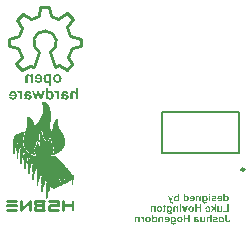
<source format=gbo>
G04 Layer_Color=32896*
%FSAX44Y44*%
%MOMM*%
G71*
G01*
G75*
%ADD28C,0.2500*%
%ADD29C,0.2540*%
%ADD30C,0.2000*%
%ADD46C,0.0254*%
G36*
X00270492Y00268580D02*
X00269390D01*
X00267547Y00273223D01*
X00268805D01*
X00269693Y00270853D01*
X00269741Y00270706D01*
X00269781Y00270579D01*
X00269800Y00270521D01*
X00269810Y00270482D01*
X00269820Y00270462D01*
Y00270453D01*
X00269829Y00270404D01*
X00269849Y00270345D01*
X00269898Y00270219D01*
X00269917Y00270150D01*
X00269927Y00270102D01*
X00269946Y00270063D01*
Y00270053D01*
X00270200Y00270853D01*
X00271078Y00273223D01*
X00272365D01*
X00270492Y00268580D01*
D02*
G37*
G36*
X00253326Y00274140D02*
Y00273223D01*
X00253892D01*
Y00272247D01*
X00253326D01*
Y00270209D01*
Y00270092D01*
Y00269984D01*
X00253316Y00269799D01*
Y00269643D01*
X00253307Y00269526D01*
X00253297Y00269448D01*
Y00269390D01*
X00253287Y00269350D01*
Y00269341D01*
X00253268Y00269233D01*
X00253248Y00269136D01*
X00253219Y00269058D01*
X00253190Y00268980D01*
X00253160Y00268931D01*
X00253141Y00268882D01*
X00253131Y00268863D01*
X00253121Y00268853D01*
X00253073Y00268795D01*
X00253004Y00268736D01*
X00252878Y00268648D01*
X00252819Y00268609D01*
X00252770Y00268590D01*
X00252741Y00268580D01*
X00252731Y00268570D01*
X00252634Y00268531D01*
X00252526Y00268512D01*
X00252429Y00268492D01*
X00252331Y00268473D01*
X00252253D01*
X00252195Y00268463D01*
X00252136D01*
X00251941Y00268473D01*
X00251756Y00268492D01*
X00251590Y00268521D01*
X00251444Y00268551D01*
X00251327Y00268580D01*
X00251239Y00268609D01*
X00251180Y00268629D01*
X00251161Y00268638D01*
X00251268Y00269594D01*
X00251385Y00269555D01*
X00251483Y00269526D01*
X00251570Y00269507D01*
X00251639Y00269497D01*
X00251697Y00269487D01*
X00251736Y00269477D01*
X00251766D01*
X00251844Y00269487D01*
X00251912Y00269507D01*
X00251951Y00269526D01*
X00251970Y00269536D01*
X00252019Y00269585D01*
X00252058Y00269633D01*
X00252078Y00269672D01*
Y00269692D01*
Y00269711D01*
X00252087Y00269750D01*
Y00269838D01*
Y00269946D01*
X00252097Y00270063D01*
Y00270170D01*
Y00270267D01*
Y00270306D01*
Y00270336D01*
Y00270345D01*
Y00270355D01*
Y00272247D01*
X00251258D01*
Y00273223D01*
X00252097D01*
Y00274861D01*
X00253326Y00274140D01*
D02*
G37*
G36*
X00283679Y00268580D02*
X00282382D01*
Y00271379D01*
X00279856D01*
Y00268580D01*
X00278559D01*
Y00274988D01*
X00279856D01*
Y00272462D01*
X00282382D01*
Y00274988D01*
X00283679D01*
Y00268580D01*
D02*
G37*
G36*
X00296174D02*
X00294945D01*
Y00270063D01*
X00294379Y00270667D01*
X00293209Y00268580D01*
X00291882D01*
X00293589Y00271526D01*
X00291999Y00273223D01*
X00293511D01*
X00294945Y00271584D01*
Y00274988D01*
X00296174D01*
Y00268580D01*
D02*
G37*
G36*
X00301607Y00270277D02*
X00301597Y00270043D01*
X00301577Y00269838D01*
X00301558Y00269663D01*
X00301528Y00269516D01*
X00301499Y00269399D01*
X00301470Y00269312D01*
X00301460Y00269263D01*
X00301451Y00269243D01*
X00301382Y00269116D01*
X00301294Y00268999D01*
X00301207Y00268902D01*
X00301119Y00268814D01*
X00301041Y00268756D01*
X00300972Y00268707D01*
X00300933Y00268678D01*
X00300914Y00268668D01*
X00300768Y00268599D01*
X00300621Y00268551D01*
X00300485Y00268512D01*
X00300358Y00268492D01*
X00300241Y00268473D01*
X00300153Y00268463D01*
X00300075D01*
X00299909Y00268473D01*
X00299744Y00268492D01*
X00299597Y00268531D01*
X00299471Y00268570D01*
X00299363Y00268609D01*
X00299275Y00268648D01*
X00299227Y00268668D01*
X00299207Y00268678D01*
X00299061Y00268765D01*
X00298924Y00268863D01*
X00298807Y00268960D01*
X00298710Y00269058D01*
X00298632Y00269146D01*
X00298583Y00269214D01*
X00298544Y00269253D01*
X00298534Y00269272D01*
Y00268580D01*
X00297393D01*
Y00273223D01*
X00298622D01*
Y00271252D01*
Y00271077D01*
Y00270911D01*
X00298632Y00270765D01*
X00298641Y00270638D01*
Y00270521D01*
X00298651Y00270414D01*
X00298661Y00270326D01*
X00298671Y00270248D01*
X00298680Y00270189D01*
X00298690Y00270131D01*
X00298700Y00270082D01*
Y00270053D01*
X00298719Y00270004D01*
Y00269994D01*
X00298759Y00269907D01*
X00298807Y00269819D01*
X00298866Y00269750D01*
X00298924Y00269682D01*
X00298973Y00269633D01*
X00299022Y00269594D01*
X00299051Y00269575D01*
X00299061Y00269565D01*
X00299158Y00269507D01*
X00299246Y00269468D01*
X00299344Y00269438D01*
X00299431Y00269419D01*
X00299510Y00269409D01*
X00299568Y00269399D01*
X00299617D01*
X00299714Y00269409D01*
X00299802Y00269419D01*
X00299880Y00269438D01*
X00299948Y00269468D01*
X00299997Y00269487D01*
X00300046Y00269507D01*
X00300065Y00269516D01*
X00300075Y00269526D01*
X00300134Y00269575D01*
X00300182Y00269633D01*
X00300261Y00269741D01*
X00300290Y00269790D01*
X00300309Y00269828D01*
X00300319Y00269858D01*
Y00269867D01*
X00300329Y00269916D01*
X00300338Y00269984D01*
X00300348Y00270063D01*
Y00270150D01*
X00300368Y00270345D01*
Y00270560D01*
X00300378Y00270755D01*
Y00270843D01*
Y00270921D01*
Y00270989D01*
Y00271038D01*
Y00271067D01*
Y00271077D01*
Y00273223D01*
X00301607D01*
Y00270277D01*
D02*
G37*
G36*
X00266796Y00268580D02*
X00265567D01*
Y00273223D01*
X00266796D01*
Y00268580D01*
D02*
G37*
G36*
X00261831Y00273311D02*
X00261997Y00273291D01*
X00262143Y00273252D01*
X00262290Y00273203D01*
X00262426Y00273135D01*
X00262553Y00273076D01*
X00262660Y00272998D01*
X00262768Y00272930D01*
X00262865Y00272862D01*
X00262943Y00272784D01*
X00263021Y00272725D01*
X00263080Y00272667D01*
X00263129Y00272608D01*
X00263158Y00272569D01*
X00263177Y00272550D01*
X00263187Y00272540D01*
Y00273223D01*
X00264328D01*
Y00268580D01*
X00263099D01*
Y00270677D01*
Y00270814D01*
Y00270950D01*
X00263090Y00271067D01*
Y00271175D01*
X00263080Y00271272D01*
X00263070Y00271360D01*
X00263060Y00271438D01*
X00263050Y00271506D01*
X00263041Y00271613D01*
X00263021Y00271682D01*
X00263011Y00271730D01*
Y00271740D01*
X00262973Y00271847D01*
X00262914Y00271935D01*
X00262855Y00272013D01*
X00262807Y00272082D01*
X00262748Y00272140D01*
X00262709Y00272179D01*
X00262680Y00272199D01*
X00262670Y00272208D01*
X00262573Y00272267D01*
X00262475Y00272306D01*
X00262377Y00272345D01*
X00262290Y00272364D01*
X00262212Y00272374D01*
X00262153Y00272384D01*
X00262095D01*
X00262007Y00272374D01*
X00261929Y00272364D01*
X00261851Y00272345D01*
X00261792Y00272325D01*
X00261744Y00272296D01*
X00261705Y00272277D01*
X00261685Y00272267D01*
X00261675Y00272257D01*
X00261558Y00272150D01*
X00261480Y00272033D01*
X00261451Y00271984D01*
X00261431Y00271945D01*
X00261422Y00271916D01*
Y00271906D01*
X00261402Y00271857D01*
X00261392Y00271799D01*
X00261373Y00271662D01*
X00261353Y00271506D01*
X00261344Y00271340D01*
X00261334Y00271194D01*
Y00271126D01*
Y00271057D01*
Y00271009D01*
Y00270970D01*
Y00270950D01*
Y00270940D01*
Y00268580D01*
X00260105D01*
Y00271457D01*
Y00271643D01*
X00260115Y00271808D01*
X00260124Y00271955D01*
X00260134Y00272072D01*
X00260154Y00272160D01*
X00260163Y00272228D01*
X00260173Y00272267D01*
Y00272277D01*
X00260203Y00272384D01*
X00260242Y00272481D01*
X00260280Y00272569D01*
X00260319Y00272647D01*
X00260359Y00272706D01*
X00260388Y00272754D01*
X00260407Y00272784D01*
X00260417Y00272794D01*
X00260485Y00272881D01*
X00260573Y00272950D01*
X00260651Y00273018D01*
X00260739Y00273076D01*
X00260807Y00273115D01*
X00260866Y00273145D01*
X00260905Y00273164D01*
X00260924Y00273174D01*
X00261051Y00273223D01*
X00261178Y00273262D01*
X00261305Y00273281D01*
X00261422Y00273301D01*
X00261519Y00273311D01*
X00261597Y00273320D01*
X00261665D01*
X00261831Y00273311D01*
D02*
G37*
G36*
X00289561D02*
X00289727Y00273291D01*
X00289873Y00273262D01*
X00290019Y00273213D01*
X00290156Y00273164D01*
X00290283Y00273115D01*
X00290390Y00273047D01*
X00290497Y00272989D01*
X00290595Y00272930D01*
X00290673Y00272872D01*
X00290751Y00272813D01*
X00290809Y00272764D01*
X00290858Y00272715D01*
X00290887Y00272686D01*
X00290907Y00272667D01*
X00290917Y00272657D01*
X00291024Y00272530D01*
X00291112Y00272394D01*
X00291190Y00272247D01*
X00291258Y00272101D01*
X00291317Y00271945D01*
X00291365Y00271799D01*
X00291434Y00271506D01*
X00291463Y00271379D01*
X00291482Y00271252D01*
X00291492Y00271135D01*
X00291502Y00271048D01*
X00291511Y00270960D01*
Y00270901D01*
Y00270862D01*
Y00270853D01*
X00291502Y00270677D01*
X00291492Y00270511D01*
X00291443Y00270199D01*
X00291404Y00270053D01*
X00291365Y00269926D01*
X00291326Y00269799D01*
X00291287Y00269692D01*
X00291248Y00269594D01*
X00291209Y00269507D01*
X00291170Y00269429D01*
X00291131Y00269370D01*
X00291102Y00269321D01*
X00291082Y00269282D01*
X00291063Y00269263D01*
Y00269253D01*
X00290946Y00269116D01*
X00290819Y00268990D01*
X00290683Y00268882D01*
X00290536Y00268795D01*
X00290390Y00268717D01*
X00290234Y00268658D01*
X00290088Y00268599D01*
X00289941Y00268561D01*
X00289805Y00268531D01*
X00289678Y00268502D01*
X00289571Y00268492D01*
X00289463Y00268473D01*
X00289385D01*
X00289317Y00268463D01*
X00289268D01*
X00288995Y00268482D01*
X00288751Y00268521D01*
X00288537Y00268570D01*
X00288351Y00268638D01*
X00288205Y00268707D01*
X00288137Y00268736D01*
X00288088Y00268756D01*
X00288049Y00268785D01*
X00288020Y00268795D01*
X00288010Y00268814D01*
X00288000D01*
X00287825Y00268960D01*
X00287669Y00269126D01*
X00287542Y00269292D01*
X00287435Y00269458D01*
X00287356Y00269604D01*
X00287318Y00269672D01*
X00287298Y00269731D01*
X00287278Y00269770D01*
X00287259Y00269809D01*
X00287249Y00269828D01*
Y00269838D01*
X00288468Y00270043D01*
X00288507Y00269916D01*
X00288556Y00269819D01*
X00288615Y00269731D01*
X00288664Y00269663D01*
X00288703Y00269604D01*
X00288741Y00269565D01*
X00288761Y00269546D01*
X00288771Y00269536D01*
X00288849Y00269487D01*
X00288927Y00269448D01*
X00289015Y00269419D01*
X00289083Y00269399D01*
X00289151Y00269390D01*
X00289210Y00269380D01*
X00289258D01*
X00289405Y00269390D01*
X00289541Y00269429D01*
X00289668Y00269477D01*
X00289766Y00269536D01*
X00289853Y00269585D01*
X00289912Y00269633D01*
X00289951Y00269672D01*
X00289961Y00269682D01*
X00290058Y00269809D01*
X00290126Y00269946D01*
X00290175Y00270082D01*
X00290214Y00270228D01*
X00290234Y00270345D01*
X00290244Y00270453D01*
X00290253Y00270492D01*
Y00270521D01*
Y00270531D01*
Y00270541D01*
X00287181D01*
Y00270794D01*
X00287200Y00271038D01*
X00287230Y00271252D01*
X00287259Y00271457D01*
X00287308Y00271643D01*
X00287356Y00271818D01*
X00287405Y00271974D01*
X00287464Y00272111D01*
X00287513Y00272238D01*
X00287571Y00272335D01*
X00287620Y00272423D01*
X00287659Y00272501D01*
X00287698Y00272560D01*
X00287727Y00272598D01*
X00287747Y00272618D01*
X00287756Y00272628D01*
X00287873Y00272754D01*
X00288000Y00272852D01*
X00288127Y00272950D01*
X00288264Y00273028D01*
X00288400Y00273096D01*
X00288537Y00273154D01*
X00288673Y00273193D01*
X00288800Y00273232D01*
X00288917Y00273262D01*
X00289034Y00273281D01*
X00289132Y00273301D01*
X00289219Y00273311D01*
X00289298Y00273320D01*
X00289395D01*
X00289561Y00273311D01*
D02*
G37*
G36*
X00307010Y00268580D02*
X00302504D01*
Y00269663D01*
X00305713D01*
Y00274930D01*
X00307010D01*
Y00268580D01*
D02*
G37*
G36*
X00291326Y00277470D02*
X00290097D01*
Y00282113D01*
X00291326D01*
Y00277470D01*
D02*
G37*
G36*
X00280900Y00282201D02*
X00281065Y00282181D01*
X00281212Y00282142D01*
X00281358Y00282093D01*
X00281495Y00282025D01*
X00281621Y00281966D01*
X00281729Y00281888D01*
X00281836Y00281820D01*
X00281933Y00281752D01*
X00282012Y00281674D01*
X00282090Y00281615D01*
X00282148Y00281557D01*
X00282197Y00281498D01*
X00282226Y00281459D01*
X00282246Y00281440D01*
X00282255Y00281430D01*
Y00282113D01*
X00283396D01*
Y00277470D01*
X00282168D01*
Y00279567D01*
Y00279704D01*
Y00279840D01*
X00282158Y00279957D01*
Y00280065D01*
X00282148Y00280162D01*
X00282138Y00280250D01*
X00282129Y00280328D01*
X00282119Y00280396D01*
X00282109Y00280503D01*
X00282090Y00280572D01*
X00282080Y00280620D01*
Y00280630D01*
X00282041Y00280737D01*
X00281982Y00280825D01*
X00281924Y00280903D01*
X00281875Y00280972D01*
X00281817Y00281030D01*
X00281777Y00281069D01*
X00281748Y00281089D01*
X00281738Y00281098D01*
X00281641Y00281157D01*
X00281543Y00281196D01*
X00281446Y00281235D01*
X00281358Y00281254D01*
X00281280Y00281264D01*
X00281222Y00281274D01*
X00281163D01*
X00281075Y00281264D01*
X00280997Y00281254D01*
X00280919Y00281235D01*
X00280861Y00281215D01*
X00280812Y00281186D01*
X00280773Y00281167D01*
X00280753Y00281157D01*
X00280744Y00281147D01*
X00280627Y00281040D01*
X00280548Y00280923D01*
X00280519Y00280874D01*
X00280500Y00280835D01*
X00280490Y00280806D01*
Y00280796D01*
X00280471Y00280747D01*
X00280461Y00280689D01*
X00280441Y00280552D01*
X00280422Y00280396D01*
X00280412Y00280230D01*
X00280402Y00280084D01*
Y00280016D01*
Y00279947D01*
Y00279899D01*
Y00279860D01*
Y00279840D01*
Y00279830D01*
Y00277470D01*
X00279173D01*
Y00280347D01*
Y00280533D01*
X00279183Y00280698D01*
X00279193Y00280845D01*
X00279202Y00280962D01*
X00279222Y00281050D01*
X00279232Y00281118D01*
X00279242Y00281157D01*
Y00281167D01*
X00279271Y00281274D01*
X00279310Y00281371D01*
X00279349Y00281459D01*
X00279388Y00281537D01*
X00279427Y00281596D01*
X00279456Y00281644D01*
X00279476Y00281674D01*
X00279485Y00281684D01*
X00279554Y00281771D01*
X00279641Y00281840D01*
X00279719Y00281908D01*
X00279807Y00281966D01*
X00279876Y00282005D01*
X00279934Y00282035D01*
X00279973Y00282054D01*
X00279993Y00282064D01*
X00280119Y00282113D01*
X00280246Y00282152D01*
X00280373Y00282171D01*
X00280490Y00282191D01*
X00280588Y00282201D01*
X00280665Y00282210D01*
X00280734D01*
X00280900Y00282201D01*
D02*
G37*
G36*
X00299685D02*
X00299851Y00282181D01*
X00299997Y00282152D01*
X00300144Y00282103D01*
X00300280Y00282054D01*
X00300407Y00282005D01*
X00300514Y00281937D01*
X00300621Y00281879D01*
X00300719Y00281820D01*
X00300797Y00281762D01*
X00300875Y00281703D01*
X00300933Y00281654D01*
X00300982Y00281605D01*
X00301012Y00281576D01*
X00301031Y00281557D01*
X00301041Y00281547D01*
X00301148Y00281420D01*
X00301236Y00281284D01*
X00301314Y00281137D01*
X00301382Y00280991D01*
X00301441Y00280835D01*
X00301490Y00280689D01*
X00301558Y00280396D01*
X00301587Y00280269D01*
X00301607Y00280142D01*
X00301616Y00280025D01*
X00301626Y00279938D01*
X00301636Y00279850D01*
Y00279791D01*
Y00279752D01*
Y00279743D01*
X00301626Y00279567D01*
X00301616Y00279401D01*
X00301567Y00279089D01*
X00301528Y00278943D01*
X00301490Y00278816D01*
X00301451Y00278689D01*
X00301411Y00278582D01*
X00301372Y00278484D01*
X00301333Y00278397D01*
X00301294Y00278319D01*
X00301255Y00278260D01*
X00301226Y00278211D01*
X00301207Y00278172D01*
X00301187Y00278153D01*
Y00278143D01*
X00301070Y00278006D01*
X00300943Y00277880D01*
X00300807Y00277772D01*
X00300660Y00277685D01*
X00300514Y00277607D01*
X00300358Y00277548D01*
X00300212Y00277489D01*
X00300065Y00277451D01*
X00299929Y00277421D01*
X00299802Y00277392D01*
X00299695Y00277382D01*
X00299587Y00277363D01*
X00299510D01*
X00299441Y00277353D01*
X00299392D01*
X00299119Y00277372D01*
X00298876Y00277411D01*
X00298661Y00277460D01*
X00298476Y00277528D01*
X00298329Y00277597D01*
X00298261Y00277626D01*
X00298212Y00277646D01*
X00298173Y00277675D01*
X00298144Y00277685D01*
X00298134Y00277704D01*
X00298125D01*
X00297949Y00277850D01*
X00297793Y00278016D01*
X00297666Y00278182D01*
X00297559Y00278348D01*
X00297481Y00278494D01*
X00297442Y00278562D01*
X00297422Y00278621D01*
X00297403Y00278660D01*
X00297383Y00278699D01*
X00297373Y00278718D01*
Y00278728D01*
X00298593Y00278933D01*
X00298632Y00278806D01*
X00298680Y00278709D01*
X00298739Y00278621D01*
X00298788Y00278553D01*
X00298827Y00278494D01*
X00298866Y00278455D01*
X00298885Y00278436D01*
X00298895Y00278426D01*
X00298973Y00278377D01*
X00299051Y00278338D01*
X00299139Y00278309D01*
X00299207Y00278289D01*
X00299275Y00278280D01*
X00299334Y00278270D01*
X00299383D01*
X00299529Y00278280D01*
X00299666Y00278319D01*
X00299792Y00278367D01*
X00299890Y00278426D01*
X00299978Y00278475D01*
X00300036Y00278523D01*
X00300075Y00278562D01*
X00300085Y00278572D01*
X00300182Y00278699D01*
X00300251Y00278836D01*
X00300299Y00278972D01*
X00300338Y00279118D01*
X00300358Y00279235D01*
X00300368Y00279343D01*
X00300378Y00279382D01*
Y00279411D01*
Y00279421D01*
Y00279431D01*
X00297305D01*
Y00279684D01*
X00297325Y00279928D01*
X00297354Y00280142D01*
X00297383Y00280347D01*
X00297432Y00280533D01*
X00297481Y00280708D01*
X00297530Y00280864D01*
X00297588Y00281001D01*
X00297637Y00281128D01*
X00297695Y00281225D01*
X00297744Y00281313D01*
X00297783Y00281391D01*
X00297822Y00281450D01*
X00297851Y00281488D01*
X00297871Y00281508D01*
X00297881Y00281518D01*
X00297998Y00281644D01*
X00298125Y00281742D01*
X00298251Y00281840D01*
X00298388Y00281918D01*
X00298524Y00281986D01*
X00298661Y00282044D01*
X00298797Y00282083D01*
X00298924Y00282122D01*
X00299041Y00282152D01*
X00299158Y00282171D01*
X00299256Y00282191D01*
X00299344Y00282201D01*
X00299422Y00282210D01*
X00299519D01*
X00299685Y00282201D01*
D02*
G37*
G36*
X00276325D02*
X00276491Y00282181D01*
X00276637Y00282152D01*
X00276784Y00282103D01*
X00276920Y00282054D01*
X00277047Y00282005D01*
X00277154Y00281937D01*
X00277262Y00281879D01*
X00277359Y00281820D01*
X00277437Y00281762D01*
X00277515Y00281703D01*
X00277574Y00281654D01*
X00277622Y00281605D01*
X00277652Y00281576D01*
X00277671Y00281557D01*
X00277681Y00281547D01*
X00277788Y00281420D01*
X00277876Y00281284D01*
X00277954Y00281137D01*
X00278022Y00280991D01*
X00278081Y00280835D01*
X00278130Y00280689D01*
X00278198Y00280396D01*
X00278227Y00280269D01*
X00278247Y00280142D01*
X00278256Y00280025D01*
X00278266Y00279938D01*
X00278276Y00279850D01*
Y00279791D01*
Y00279752D01*
Y00279743D01*
X00278266Y00279567D01*
X00278256Y00279401D01*
X00278208Y00279089D01*
X00278169Y00278943D01*
X00278130Y00278816D01*
X00278091Y00278689D01*
X00278052Y00278582D01*
X00278013Y00278484D01*
X00277973Y00278397D01*
X00277934Y00278319D01*
X00277896Y00278260D01*
X00277866Y00278211D01*
X00277847Y00278172D01*
X00277827Y00278153D01*
Y00278143D01*
X00277710Y00278006D01*
X00277583Y00277880D01*
X00277447Y00277772D01*
X00277300Y00277685D01*
X00277154Y00277607D01*
X00276998Y00277548D01*
X00276852Y00277489D01*
X00276706Y00277451D01*
X00276569Y00277421D01*
X00276442Y00277392D01*
X00276335Y00277382D01*
X00276228Y00277363D01*
X00276150D01*
X00276081Y00277353D01*
X00276033D01*
X00275760Y00277372D01*
X00275516Y00277411D01*
X00275301Y00277460D01*
X00275116Y00277528D01*
X00274969Y00277597D01*
X00274901Y00277626D01*
X00274852Y00277646D01*
X00274813Y00277675D01*
X00274784Y00277685D01*
X00274774Y00277704D01*
X00274765D01*
X00274589Y00277850D01*
X00274433Y00278016D01*
X00274306Y00278182D01*
X00274199Y00278348D01*
X00274121Y00278494D01*
X00274082Y00278562D01*
X00274062Y00278621D01*
X00274043Y00278660D01*
X00274023Y00278699D01*
X00274014Y00278718D01*
Y00278728D01*
X00275233Y00278933D01*
X00275272Y00278806D01*
X00275321Y00278709D01*
X00275379Y00278621D01*
X00275428Y00278553D01*
X00275467Y00278494D01*
X00275506Y00278455D01*
X00275525Y00278436D01*
X00275535Y00278426D01*
X00275613Y00278377D01*
X00275691Y00278338D01*
X00275779Y00278309D01*
X00275847Y00278289D01*
X00275916Y00278280D01*
X00275974Y00278270D01*
X00276023D01*
X00276169Y00278280D01*
X00276306Y00278319D01*
X00276432Y00278367D01*
X00276530Y00278426D01*
X00276618Y00278475D01*
X00276676Y00278523D01*
X00276715Y00278562D01*
X00276725Y00278572D01*
X00276823Y00278699D01*
X00276891Y00278836D01*
X00276940Y00278972D01*
X00276979Y00279118D01*
X00276998Y00279235D01*
X00277008Y00279343D01*
X00277018Y00279382D01*
Y00279411D01*
Y00279421D01*
Y00279431D01*
X00273945D01*
Y00279684D01*
X00273965Y00279928D01*
X00273994Y00280142D01*
X00274023Y00280347D01*
X00274072Y00280533D01*
X00274121Y00280708D01*
X00274170Y00280864D01*
X00274228Y00281001D01*
X00274277Y00281128D01*
X00274335Y00281225D01*
X00274384Y00281313D01*
X00274423Y00281391D01*
X00274462Y00281450D01*
X00274492Y00281488D01*
X00274511Y00281508D01*
X00274521Y00281518D01*
X00274638Y00281644D01*
X00274765Y00281742D01*
X00274891Y00281840D01*
X00275028Y00281918D01*
X00275165Y00281986D01*
X00275301Y00282044D01*
X00275438Y00282083D01*
X00275564Y00282122D01*
X00275681Y00282152D01*
X00275798Y00282171D01*
X00275896Y00282191D01*
X00275984Y00282201D01*
X00276062Y00282210D01*
X00276159D01*
X00276325Y00282201D01*
D02*
G37*
G36*
X00303713Y00281557D02*
X00303821Y00281674D01*
X00303938Y00281771D01*
X00304055Y00281859D01*
X00304162Y00281937D01*
X00304279Y00281996D01*
X00304396Y00282054D01*
X00304601Y00282132D01*
X00304786Y00282171D01*
X00304864Y00282191D01*
X00304932Y00282201D01*
X00304981Y00282210D01*
X00305059D01*
X00305215Y00282201D01*
X00305362Y00282181D01*
X00305508Y00282152D01*
X00305635Y00282113D01*
X00305879Y00282015D01*
X00305986Y00281957D01*
X00306083Y00281898D01*
X00306161Y00281840D01*
X00306239Y00281781D01*
X00306308Y00281732D01*
X00306366Y00281684D01*
X00306405Y00281644D01*
X00306434Y00281615D01*
X00306454Y00281596D01*
X00306464Y00281586D01*
X00306561Y00281469D01*
X00306639Y00281332D01*
X00306717Y00281196D01*
X00306776Y00281050D01*
X00306873Y00280747D01*
X00306942Y00280455D01*
X00306961Y00280328D01*
X00306981Y00280201D01*
X00306991Y00280084D01*
X00307000Y00279986D01*
X00307010Y00279908D01*
Y00279840D01*
Y00279801D01*
Y00279791D01*
X00307000Y00279587D01*
X00306981Y00279382D01*
X00306961Y00279196D01*
X00306922Y00279031D01*
X00306883Y00278865D01*
X00306834Y00278718D01*
X00306776Y00278582D01*
X00306727Y00278465D01*
X00306678Y00278358D01*
X00306620Y00278260D01*
X00306571Y00278182D01*
X00306532Y00278114D01*
X00306493Y00278065D01*
X00306464Y00278026D01*
X00306454Y00278006D01*
X00306444Y00277997D01*
X00306337Y00277880D01*
X00306220Y00277782D01*
X00306113Y00277694D01*
X00305996Y00277626D01*
X00305879Y00277558D01*
X00305762Y00277509D01*
X00305547Y00277431D01*
X00305362Y00277392D01*
X00305284Y00277372D01*
X00305215Y00277363D01*
X00305157Y00277353D01*
X00305079D01*
X00304932Y00277363D01*
X00304796Y00277382D01*
X00304659Y00277411D01*
X00304542Y00277451D01*
X00304445Y00277489D01*
X00304377Y00277519D01*
X00304328Y00277538D01*
X00304308Y00277548D01*
X00304162Y00277636D01*
X00304035Y00277724D01*
X00303918Y00277831D01*
X00303821Y00277919D01*
X00303743Y00278006D01*
X00303674Y00278075D01*
X00303635Y00278123D01*
X00303626Y00278143D01*
Y00277470D01*
X00302484D01*
Y00283878D01*
X00303713D01*
Y00281557D01*
D02*
G37*
G36*
X00266796Y00273857D02*
X00265567D01*
Y00274988D01*
X00266796D01*
Y00273857D01*
D02*
G37*
G36*
X00257325Y00273311D02*
X00257472Y00273291D01*
X00257608Y00273262D01*
X00257745Y00273223D01*
X00257979Y00273125D01*
X00258086Y00273067D01*
X00258183Y00273008D01*
X00258271Y00272950D01*
X00258340Y00272891D01*
X00258408Y00272842D01*
X00258466Y00272794D01*
X00258505Y00272754D01*
X00258535Y00272725D01*
X00258554Y00272706D01*
X00258564Y00272696D01*
X00258661Y00272579D01*
X00258749Y00272442D01*
X00258818Y00272306D01*
X00258886Y00272160D01*
X00258934Y00272013D01*
X00258983Y00271867D01*
X00259052Y00271574D01*
X00259071Y00271448D01*
X00259091Y00271321D01*
X00259100Y00271213D01*
X00259110Y00271116D01*
X00259120Y00271028D01*
Y00270970D01*
Y00270931D01*
Y00270921D01*
X00259110Y00270755D01*
X00259100Y00270589D01*
X00259052Y00270287D01*
X00259022Y00270150D01*
X00258983Y00270023D01*
X00258944Y00269907D01*
X00258905Y00269799D01*
X00258866Y00269702D01*
X00258837Y00269614D01*
X00258798Y00269546D01*
X00258769Y00269487D01*
X00258739Y00269438D01*
X00258720Y00269399D01*
X00258700Y00269380D01*
Y00269370D01*
X00258593Y00269233D01*
X00258476Y00269107D01*
X00258359Y00268999D01*
X00258242Y00268912D01*
X00258115Y00268834D01*
X00257988Y00268775D01*
X00257871Y00268717D01*
X00257754Y00268678D01*
X00257647Y00268648D01*
X00257540Y00268619D01*
X00257452Y00268609D01*
X00257374Y00268590D01*
X00257306D01*
X00257257Y00268580D01*
X00257218D01*
X00257062Y00268590D01*
X00256915Y00268609D01*
X00256779Y00268648D01*
X00256652Y00268697D01*
X00256418Y00268824D01*
X00256213Y00268960D01*
X00256126Y00269029D01*
X00256047Y00269097D01*
X00255989Y00269165D01*
X00255930Y00269224D01*
X00255891Y00269272D01*
X00255862Y00269312D01*
X00255843Y00269331D01*
X00255833Y00269341D01*
Y00268648D01*
Y00268512D01*
X00255843Y00268395D01*
X00255852Y00268297D01*
X00255862Y00268219D01*
X00255872Y00268161D01*
X00255882Y00268122D01*
X00255891Y00268102D01*
Y00268092D01*
X00255930Y00268014D01*
X00255969Y00267946D01*
X00256008Y00267887D01*
X00256047Y00267848D01*
X00256077Y00267810D01*
X00256106Y00267790D01*
X00256126Y00267780D01*
X00256135Y00267771D01*
X00256233Y00267722D01*
X00256350Y00267683D01*
X00256467Y00267663D01*
X00256584Y00267644D01*
X00256691Y00267634D01*
X00256779Y00267624D01*
X00256857D01*
X00256984Y00267634D01*
X00257101Y00267644D01*
X00257189Y00267663D01*
X00257267Y00267692D01*
X00257325Y00267722D01*
X00257374Y00267741D01*
X00257393Y00267751D01*
X00257403Y00267761D01*
X00257442Y00267800D01*
X00257481Y00267858D01*
X00257530Y00267966D01*
X00257540Y00268024D01*
X00257549Y00268063D01*
X00257559Y00268092D01*
Y00268102D01*
X00258964Y00268268D01*
X00258974Y00268209D01*
Y00268170D01*
Y00268131D01*
Y00268122D01*
X00258964Y00268004D01*
X00258954Y00267897D01*
X00258895Y00267702D01*
X00258818Y00267527D01*
X00258730Y00267380D01*
X00258642Y00267263D01*
X00258564Y00267176D01*
X00258505Y00267117D01*
X00258496Y00267107D01*
X00258486Y00267097D01*
X00258388Y00267029D01*
X00258271Y00266961D01*
X00258144Y00266912D01*
X00258018Y00266863D01*
X00257735Y00266785D01*
X00257462Y00266737D01*
X00257325Y00266727D01*
X00257208Y00266707D01*
X00257101Y00266698D01*
X00257003D01*
X00256915Y00266688D01*
X00256808D01*
X00256584Y00266698D01*
X00256379Y00266707D01*
X00256203Y00266727D01*
X00256057Y00266756D01*
X00255940Y00266785D01*
X00255852Y00266805D01*
X00255794Y00266815D01*
X00255774Y00266824D01*
X00255628Y00266873D01*
X00255501Y00266932D01*
X00255384Y00266990D01*
X00255296Y00267049D01*
X00255218Y00267107D01*
X00255170Y00267146D01*
X00255131Y00267176D01*
X00255121Y00267185D01*
X00255033Y00267283D01*
X00254955Y00267380D01*
X00254897Y00267488D01*
X00254838Y00267595D01*
X00254799Y00267683D01*
X00254770Y00267761D01*
X00254750Y00267810D01*
X00254741Y00267829D01*
X00254721Y00267907D01*
X00254692Y00267995D01*
X00254662Y00268190D01*
X00254633Y00268395D01*
X00254623Y00268590D01*
X00254614Y00268765D01*
X00254604Y00268843D01*
Y00268912D01*
Y00268970D01*
Y00269009D01*
Y00269038D01*
Y00269048D01*
Y00273223D01*
X00255755D01*
Y00272560D01*
X00255862Y00272696D01*
X00255979Y00272813D01*
X00256096Y00272911D01*
X00256213Y00272998D01*
X00256330Y00273076D01*
X00256447Y00273135D01*
X00256564Y00273184D01*
X00256672Y00273223D01*
X00256769Y00273252D01*
X00256867Y00273281D01*
X00256954Y00273301D01*
X00257023Y00273311D01*
X00257081Y00273320D01*
X00257169D01*
X00257325Y00273311D01*
D02*
G37*
G36*
X00294974Y00282191D02*
X00295130Y00282171D01*
X00295276Y00282142D01*
X00295413Y00282113D01*
X00295530Y00282074D01*
X00295647Y00282044D01*
X00295745Y00282005D01*
X00295823Y00281966D01*
X00295901Y00281927D01*
X00295959Y00281888D01*
X00296018Y00281859D01*
X00296057Y00281830D01*
X00296086Y00281810D01*
X00296096Y00281801D01*
X00296105Y00281791D01*
X00296183Y00281713D01*
X00296262Y00281635D01*
X00296379Y00281459D01*
X00296457Y00281293D01*
X00296515Y00281128D01*
X00296544Y00280991D01*
X00296564Y00280874D01*
X00296574Y00280835D01*
Y00280806D01*
Y00280786D01*
Y00280777D01*
X00296564Y00280659D01*
X00296554Y00280542D01*
X00296486Y00280338D01*
X00296398Y00280152D01*
X00296301Y00280006D01*
X00296203Y00279889D01*
X00296115Y00279801D01*
X00296047Y00279752D01*
X00296037Y00279733D01*
X00296027D01*
X00295940Y00279684D01*
X00295832Y00279626D01*
X00295706Y00279577D01*
X00295569Y00279528D01*
X00295413Y00279470D01*
X00295257Y00279421D01*
X00294935Y00279333D01*
X00294779Y00279294D01*
X00294633Y00279255D01*
X00294496Y00279226D01*
X00294379Y00279196D01*
X00294282Y00279167D01*
X00294213Y00279157D01*
X00294165Y00279138D01*
X00294145D01*
X00294038Y00279109D01*
X00293940Y00279079D01*
X00293872Y00279050D01*
X00293813Y00279031D01*
X00293774Y00279001D01*
X00293745Y00278992D01*
X00293726Y00278972D01*
X00293677Y00278894D01*
X00293648Y00278826D01*
X00293638Y00278767D01*
Y00278748D01*
Y00278738D01*
X00293648Y00278670D01*
X00293667Y00278601D01*
X00293716Y00278494D01*
X00293755Y00278455D01*
X00293774Y00278426D01*
X00293794Y00278416D01*
X00293804Y00278406D01*
X00293901Y00278348D01*
X00294018Y00278309D01*
X00294135Y00278280D01*
X00294252Y00278260D01*
X00294350Y00278250D01*
X00294438Y00278241D01*
X00294516D01*
X00294672Y00278250D01*
X00294799Y00278270D01*
X00294916Y00278299D01*
X00295013Y00278328D01*
X00295091Y00278358D01*
X00295140Y00278387D01*
X00295179Y00278406D01*
X00295189Y00278416D01*
X00295267Y00278494D01*
X00295335Y00278582D01*
X00295394Y00278670D01*
X00295432Y00278757D01*
X00295462Y00278836D01*
X00295481Y00278904D01*
X00295501Y00278943D01*
Y00278962D01*
X00296730Y00278777D01*
X00296652Y00278543D01*
X00296544Y00278338D01*
X00296427Y00278153D01*
X00296310Y00278006D01*
X00296203Y00277889D01*
X00296105Y00277802D01*
X00296066Y00277772D01*
X00296037Y00277753D01*
X00296027Y00277733D01*
X00296018D01*
X00295793Y00277607D01*
X00295550Y00277509D01*
X00295296Y00277451D01*
X00295062Y00277402D01*
X00294945Y00277382D01*
X00294847Y00277372D01*
X00294750Y00277363D01*
X00294672D01*
X00294603Y00277353D01*
X00294516D01*
X00294330Y00277363D01*
X00294145Y00277372D01*
X00293979Y00277392D01*
X00293833Y00277421D01*
X00293687Y00277460D01*
X00293560Y00277499D01*
X00293443Y00277538D01*
X00293335Y00277587D01*
X00293248Y00277626D01*
X00293170Y00277665D01*
X00293101Y00277704D01*
X00293043Y00277743D01*
X00293004Y00277772D01*
X00292965Y00277792D01*
X00292955Y00277811D01*
X00292945D01*
X00292848Y00277899D01*
X00292770Y00277987D01*
X00292692Y00278085D01*
X00292633Y00278172D01*
X00292536Y00278358D01*
X00292477Y00278533D01*
X00292438Y00278680D01*
X00292428Y00278748D01*
X00292419Y00278797D01*
X00292409Y00278845D01*
Y00278874D01*
Y00278894D01*
Y00278904D01*
X00292428Y00279118D01*
X00292467Y00279294D01*
X00292536Y00279460D01*
X00292604Y00279587D01*
X00292672Y00279684D01*
X00292740Y00279762D01*
X00292780Y00279801D01*
X00292799Y00279821D01*
X00292877Y00279879D01*
X00292975Y00279938D01*
X00293179Y00280045D01*
X00293404Y00280142D01*
X00293628Y00280221D01*
X00293843Y00280279D01*
X00293930Y00280308D01*
X00294018Y00280328D01*
X00294077Y00280347D01*
X00294135Y00280357D01*
X00294165Y00280367D01*
X00294174D01*
X00294350Y00280406D01*
X00294506Y00280445D01*
X00294642Y00280484D01*
X00294760Y00280513D01*
X00294867Y00280552D01*
X00294964Y00280581D01*
X00295042Y00280601D01*
X00295111Y00280630D01*
X00295169Y00280650D01*
X00295208Y00280669D01*
X00295276Y00280698D01*
X00295306Y00280708D01*
X00295315Y00280718D01*
X00295354Y00280757D01*
X00295384Y00280786D01*
X00295413Y00280864D01*
X00295432Y00280923D01*
Y00280933D01*
Y00280942D01*
X00295423Y00281001D01*
X00295413Y00281050D01*
X00295364Y00281128D01*
X00295315Y00281176D01*
X00295306Y00281196D01*
X00295296D01*
X00295208Y00281245D01*
X00295101Y00281274D01*
X00294876Y00281313D01*
X00294769Y00281323D01*
X00294681Y00281332D01*
X00294603D01*
X00294467Y00281323D01*
X00294350Y00281313D01*
X00294252Y00281284D01*
X00294165Y00281264D01*
X00294106Y00281235D01*
X00294057Y00281206D01*
X00294028Y00281196D01*
X00294018Y00281186D01*
X00293940Y00281128D01*
X00293882Y00281059D01*
X00293833Y00280991D01*
X00293794Y00280923D01*
X00293765Y00280864D01*
X00293745Y00280816D01*
X00293726Y00280786D01*
Y00280777D01*
X00292565Y00280991D01*
X00292643Y00281206D01*
X00292740Y00281381D01*
X00292848Y00281537D01*
X00292955Y00281664D01*
X00293053Y00281771D01*
X00293131Y00281840D01*
X00293189Y00281888D01*
X00293199Y00281898D01*
X00293209D01*
X00293296Y00281957D01*
X00293404Y00282005D01*
X00293618Y00282083D01*
X00293862Y00282132D01*
X00294086Y00282171D01*
X00294291Y00282191D01*
X00294389Y00282201D01*
X00294467Y00282210D01*
X00294808D01*
X00294974Y00282191D01*
D02*
G37*
G36*
X00269917Y00281557D02*
X00270024Y00281674D01*
X00270141Y00281771D01*
X00270258Y00281859D01*
X00270366Y00281937D01*
X00270483Y00281996D01*
X00270600Y00282054D01*
X00270805Y00282132D01*
X00270990Y00282171D01*
X00271068Y00282191D01*
X00271136Y00282201D01*
X00271185Y00282210D01*
X00271263D01*
X00271419Y00282201D01*
X00271565Y00282181D01*
X00271712Y00282152D01*
X00271838Y00282113D01*
X00272082Y00282015D01*
X00272190Y00281957D01*
X00272287Y00281898D01*
X00272365Y00281840D01*
X00272443Y00281781D01*
X00272512Y00281732D01*
X00272570Y00281684D01*
X00272609Y00281644D01*
X00272638Y00281615D01*
X00272658Y00281596D01*
X00272668Y00281586D01*
X00272765Y00281469D01*
X00272843Y00281332D01*
X00272921Y00281196D01*
X00272980Y00281050D01*
X00273077Y00280747D01*
X00273146Y00280455D01*
X00273165Y00280328D01*
X00273185Y00280201D01*
X00273194Y00280084D01*
X00273204Y00279986D01*
X00273214Y00279908D01*
Y00279840D01*
Y00279801D01*
Y00279791D01*
X00273204Y00279587D01*
X00273185Y00279382D01*
X00273165Y00279196D01*
X00273126Y00279031D01*
X00273087Y00278865D01*
X00273038Y00278718D01*
X00272980Y00278582D01*
X00272931Y00278465D01*
X00272882Y00278358D01*
X00272824Y00278260D01*
X00272775Y00278182D01*
X00272736Y00278114D01*
X00272697Y00278065D01*
X00272668Y00278026D01*
X00272658Y00278006D01*
X00272648Y00277997D01*
X00272541Y00277880D01*
X00272424Y00277782D01*
X00272316Y00277694D01*
X00272199Y00277626D01*
X00272082Y00277558D01*
X00271965Y00277509D01*
X00271751Y00277431D01*
X00271565Y00277392D01*
X00271487Y00277372D01*
X00271419Y00277363D01*
X00271361Y00277353D01*
X00271283D01*
X00271136Y00277363D01*
X00271000Y00277382D01*
X00270863Y00277411D01*
X00270746Y00277451D01*
X00270649Y00277489D01*
X00270580Y00277519D01*
X00270532Y00277538D01*
X00270512Y00277548D01*
X00270366Y00277636D01*
X00270239Y00277724D01*
X00270122Y00277831D01*
X00270024Y00277919D01*
X00269946Y00278006D01*
X00269878Y00278075D01*
X00269839Y00278123D01*
X00269829Y00278143D01*
Y00277470D01*
X00268688D01*
Y00283878D01*
X00269917D01*
Y00281557D01*
D02*
G37*
G36*
X00229295Y00264421D02*
X00229461Y00264401D01*
X00229608Y00264362D01*
X00229754Y00264313D01*
X00229890Y00264245D01*
X00230017Y00264186D01*
X00230124Y00264108D01*
X00230232Y00264040D01*
X00230329Y00263972D01*
X00230407Y00263894D01*
X00230485Y00263835D01*
X00230544Y00263777D01*
X00230593Y00263718D01*
X00230622Y00263679D01*
X00230641Y00263660D01*
X00230651Y00263650D01*
Y00264333D01*
X00231792D01*
Y00259690D01*
X00230563D01*
Y00261787D01*
Y00261924D01*
Y00262060D01*
X00230554Y00262177D01*
Y00262285D01*
X00230544Y00262382D01*
X00230534Y00262470D01*
X00230524Y00262548D01*
X00230515Y00262616D01*
X00230505Y00262723D01*
X00230485Y00262792D01*
X00230476Y00262840D01*
Y00262850D01*
X00230436Y00262957D01*
X00230378Y00263045D01*
X00230319Y00263123D01*
X00230271Y00263192D01*
X00230212Y00263250D01*
X00230173Y00263289D01*
X00230144Y00263309D01*
X00230134Y00263318D01*
X00230037Y00263377D01*
X00229939Y00263416D01*
X00229842Y00263455D01*
X00229754Y00263474D01*
X00229676Y00263484D01*
X00229617Y00263494D01*
X00229559D01*
X00229471Y00263484D01*
X00229393Y00263474D01*
X00229315Y00263455D01*
X00229256Y00263435D01*
X00229208Y00263406D01*
X00229169Y00263387D01*
X00229149Y00263377D01*
X00229139Y00263367D01*
X00229022Y00263260D01*
X00228944Y00263143D01*
X00228915Y00263094D01*
X00228895Y00263055D01*
X00228886Y00263026D01*
Y00263016D01*
X00228866Y00262967D01*
X00228856Y00262909D01*
X00228837Y00262772D01*
X00228817Y00262616D01*
X00228808Y00262450D01*
X00228798Y00262304D01*
Y00262236D01*
Y00262167D01*
Y00262119D01*
Y00262080D01*
Y00262060D01*
Y00262050D01*
Y00259690D01*
X00227569D01*
Y00262567D01*
Y00262753D01*
X00227579Y00262918D01*
X00227589Y00263065D01*
X00227598Y00263182D01*
X00227618Y00263270D01*
X00227628Y00263338D01*
X00227637Y00263377D01*
Y00263387D01*
X00227666Y00263494D01*
X00227705Y00263591D01*
X00227745Y00263679D01*
X00227784Y00263757D01*
X00227823Y00263816D01*
X00227852Y00263864D01*
X00227871Y00263894D01*
X00227881Y00263904D01*
X00227949Y00263991D01*
X00228037Y00264060D01*
X00228115Y00264128D01*
X00228203Y00264186D01*
X00228271Y00264225D01*
X00228330Y00264255D01*
X00228369Y00264274D01*
X00228388Y00264284D01*
X00228515Y00264333D01*
X00228642Y00264372D01*
X00228769Y00264391D01*
X00228886Y00264411D01*
X00228983Y00264421D01*
X00229061Y00264430D01*
X00229130D01*
X00229295Y00264421D01*
D02*
G37*
G36*
X00305481Y00261943D02*
Y00261807D01*
X00305490Y00261680D01*
X00305500Y00261563D01*
X00305510Y00261455D01*
X00305520Y00261358D01*
X00305539Y00261280D01*
X00305559Y00261202D01*
X00305569Y00261143D01*
X00305607Y00261036D01*
X00305637Y00260968D01*
X00305656Y00260929D01*
X00305666Y00260919D01*
X00305744Y00260841D01*
X00305832Y00260782D01*
X00305929Y00260734D01*
X00306037Y00260704D01*
X00306124Y00260685D01*
X00306203Y00260675D01*
X00306271D01*
X00306417Y00260695D01*
X00306544Y00260734D01*
X00306651Y00260782D01*
X00306739Y00260851D01*
X00306807Y00260909D01*
X00306856Y00260968D01*
X00306885Y00261007D01*
X00306895Y00261017D01*
X00306944Y00261114D01*
X00306973Y00261231D01*
X00307002Y00261358D01*
X00307022Y00261494D01*
X00307041Y00261611D01*
Y00261709D01*
X00307051Y00261748D01*
Y00261777D01*
Y00261787D01*
Y00261797D01*
X00308280Y00261660D01*
X00308270Y00261475D01*
X00308260Y00261299D01*
X00308231Y00261133D01*
X00308202Y00260977D01*
X00308163Y00260841D01*
X00308124Y00260714D01*
X00308075Y00260597D01*
X00308026Y00260490D01*
X00307978Y00260402D01*
X00307929Y00260324D01*
X00307890Y00260256D01*
X00307851Y00260197D01*
X00307822Y00260158D01*
X00307792Y00260129D01*
X00307783Y00260109D01*
X00307773Y00260100D01*
X00307675Y00260012D01*
X00307558Y00259924D01*
X00307441Y00259856D01*
X00307324Y00259797D01*
X00307080Y00259700D01*
X00306846Y00259641D01*
X00306739Y00259622D01*
X00306632Y00259602D01*
X00306544Y00259592D01*
X00306466Y00259583D01*
X00306398Y00259573D01*
X00306310D01*
X00306017Y00259583D01*
X00305764Y00259622D01*
X00305539Y00259680D01*
X00305354Y00259739D01*
X00305276Y00259768D01*
X00305208Y00259797D01*
X00305149Y00259827D01*
X00305100Y00259856D01*
X00305061Y00259875D01*
X00305032Y00259895D01*
X00305022Y00259905D01*
X00305012D01*
X00304837Y00260041D01*
X00304700Y00260187D01*
X00304574Y00260343D01*
X00304486Y00260480D01*
X00304418Y00260607D01*
X00304369Y00260714D01*
X00304349Y00260753D01*
X00304340Y00260782D01*
X00304330Y00260792D01*
Y00260802D01*
X00304281Y00260977D01*
X00304242Y00261173D01*
X00304223Y00261377D01*
X00304203Y00261582D01*
X00304193Y00261758D01*
X00304184Y00261836D01*
Y00261904D01*
Y00261953D01*
Y00261992D01*
Y00262021D01*
Y00262031D01*
Y00266098D01*
X00305481D01*
Y00261943D01*
D02*
G37*
G36*
X00249163Y00264421D02*
X00249329Y00264401D01*
X00249475Y00264362D01*
X00249622Y00264313D01*
X00249758Y00264245D01*
X00249885Y00264186D01*
X00249993Y00264108D01*
X00250100Y00264040D01*
X00250197Y00263972D01*
X00250275Y00263894D01*
X00250353Y00263835D01*
X00250412Y00263777D01*
X00250461Y00263718D01*
X00250490Y00263679D01*
X00250509Y00263660D01*
X00250519Y00263650D01*
Y00264333D01*
X00251660D01*
Y00259690D01*
X00250431D01*
Y00261787D01*
Y00261924D01*
Y00262060D01*
X00250422Y00262177D01*
Y00262285D01*
X00250412Y00262382D01*
X00250402Y00262470D01*
X00250392Y00262548D01*
X00250383Y00262616D01*
X00250373Y00262723D01*
X00250353Y00262792D01*
X00250344Y00262840D01*
Y00262850D01*
X00250305Y00262957D01*
X00250246Y00263045D01*
X00250188Y00263123D01*
X00250139Y00263192D01*
X00250080Y00263250D01*
X00250041Y00263289D01*
X00250012Y00263309D01*
X00250002Y00263318D01*
X00249905Y00263377D01*
X00249807Y00263416D01*
X00249710Y00263455D01*
X00249622Y00263474D01*
X00249544Y00263484D01*
X00249485Y00263494D01*
X00249427D01*
X00249339Y00263484D01*
X00249261Y00263474D01*
X00249183Y00263455D01*
X00249124Y00263435D01*
X00249076Y00263406D01*
X00249037Y00263387D01*
X00249017Y00263377D01*
X00249007Y00263367D01*
X00248890Y00263260D01*
X00248812Y00263143D01*
X00248783Y00263094D01*
X00248764Y00263055D01*
X00248754Y00263026D01*
Y00263016D01*
X00248734Y00262967D01*
X00248724Y00262909D01*
X00248705Y00262772D01*
X00248685Y00262616D01*
X00248676Y00262450D01*
X00248666Y00262304D01*
Y00262236D01*
Y00262167D01*
Y00262119D01*
Y00262080D01*
Y00262060D01*
Y00262050D01*
Y00259690D01*
X00247437D01*
Y00262567D01*
Y00262753D01*
X00247447Y00262918D01*
X00247457Y00263065D01*
X00247466Y00263182D01*
X00247486Y00263270D01*
X00247496Y00263338D01*
X00247505Y00263377D01*
Y00263387D01*
X00247535Y00263494D01*
X00247574Y00263591D01*
X00247613Y00263679D01*
X00247652Y00263757D01*
X00247691Y00263816D01*
X00247720Y00263864D01*
X00247739Y00263894D01*
X00247749Y00263904D01*
X00247817Y00263991D01*
X00247905Y00264060D01*
X00247983Y00264128D01*
X00248071Y00264186D01*
X00248139Y00264225D01*
X00248198Y00264255D01*
X00248237Y00264274D01*
X00248256Y00264284D01*
X00248383Y00264333D01*
X00248510Y00264372D01*
X00248637Y00264391D01*
X00248754Y00264411D01*
X00248851Y00264421D01*
X00248929Y00264430D01*
X00248998D01*
X00249163Y00264421D01*
D02*
G37*
G36*
X00233226D02*
X00233324Y00264411D01*
X00233411Y00264382D01*
X00233489Y00264362D01*
X00233558Y00264333D01*
X00233606Y00264303D01*
X00233636Y00264294D01*
X00233645Y00264284D01*
X00233733Y00264216D01*
X00233831Y00264128D01*
X00233919Y00264030D01*
X00233997Y00263923D01*
X00234065Y00263825D01*
X00234123Y00263748D01*
X00234162Y00263689D01*
X00234172Y00263679D01*
Y00264333D01*
X00235313D01*
Y00259690D01*
X00234084D01*
Y00261114D01*
Y00261329D01*
Y00261524D01*
X00234075Y00261699D01*
X00234065Y00261855D01*
Y00262002D01*
X00234055Y00262128D01*
X00234045Y00262236D01*
X00234036Y00262333D01*
X00234026Y00262411D01*
X00234016Y00262489D01*
X00234006Y00262548D01*
Y00262587D01*
X00233997Y00262626D01*
X00233987Y00262645D01*
Y00262665D01*
X00233948Y00262792D01*
X00233899Y00262899D01*
X00233850Y00262997D01*
X00233801Y00263065D01*
X00233762Y00263113D01*
X00233733Y00263153D01*
X00233714Y00263172D01*
X00233704Y00263182D01*
X00233636Y00263231D01*
X00233558Y00263270D01*
X00233480Y00263289D01*
X00233411Y00263309D01*
X00233353Y00263318D01*
X00233304Y00263328D01*
X00233265D01*
X00233158Y00263318D01*
X00233060Y00263299D01*
X00232963Y00263260D01*
X00232865Y00263231D01*
X00232797Y00263192D01*
X00232729Y00263153D01*
X00232690Y00263133D01*
X00232680Y00263123D01*
X00232299Y00264196D01*
X00232446Y00264274D01*
X00232592Y00264333D01*
X00232738Y00264372D01*
X00232855Y00264401D01*
X00232963Y00264421D01*
X00233050Y00264430D01*
X00233119D01*
X00233226Y00264421D01*
D02*
G37*
G36*
X00300975D02*
X00301199Y00264382D01*
X00301413Y00264333D01*
X00301599Y00264284D01*
X00301745Y00264225D01*
X00301813Y00264196D01*
X00301862Y00264177D01*
X00301901Y00264157D01*
X00301930Y00264138D01*
X00301950Y00264128D01*
X00301960D01*
X00302155Y00264001D01*
X00302321Y00263864D01*
X00302467Y00263718D01*
X00302584Y00263572D01*
X00302681Y00263445D01*
X00302750Y00263348D01*
X00302779Y00263309D01*
X00302799Y00263279D01*
X00302808Y00263260D01*
Y00263250D01*
X00302906Y00263036D01*
X00302974Y00262821D01*
X00303033Y00262626D01*
X00303062Y00262440D01*
X00303081Y00262285D01*
X00303091Y00262216D01*
Y00262167D01*
X00303101Y00262119D01*
Y00262089D01*
Y00262070D01*
Y00262060D01*
X00303091Y00261777D01*
X00303052Y00261514D01*
X00303003Y00261280D01*
X00302955Y00261085D01*
X00302925Y00260997D01*
X00302896Y00260919D01*
X00302876Y00260860D01*
X00302857Y00260802D01*
X00302838Y00260763D01*
X00302818Y00260734D01*
X00302808Y00260714D01*
Y00260704D01*
X00302681Y00260509D01*
X00302545Y00260334D01*
X00302399Y00260187D01*
X00302252Y00260070D01*
X00302125Y00259983D01*
X00302028Y00259914D01*
X00301989Y00259885D01*
X00301960Y00259866D01*
X00301940Y00259856D01*
X00301930D01*
X00301716Y00259758D01*
X00301501Y00259690D01*
X00301296Y00259641D01*
X00301111Y00259612D01*
X00300955Y00259592D01*
X00300887Y00259583D01*
X00300828Y00259573D01*
X00300721D01*
X00300536Y00259583D01*
X00300350Y00259602D01*
X00300175Y00259641D01*
X00300019Y00259680D01*
X00299863Y00259729D01*
X00299726Y00259788D01*
X00299599Y00259856D01*
X00299482Y00259924D01*
X00299375Y00259983D01*
X00299277Y00260051D01*
X00299199Y00260109D01*
X00299131Y00260158D01*
X00299082Y00260197D01*
X00299043Y00260236D01*
X00299024Y00260256D01*
X00299014Y00260266D01*
X00298897Y00260402D01*
X00298790Y00260539D01*
X00298702Y00260685D01*
X00298614Y00260831D01*
X00298556Y00260977D01*
X00298497Y00261124D01*
X00298448Y00261260D01*
X00298419Y00261397D01*
X00298390Y00261524D01*
X00298370Y00261641D01*
X00298351Y00261748D01*
X00298341Y00261836D01*
X00298331Y00261914D01*
Y00261963D01*
Y00262002D01*
Y00262011D01*
X00298341Y00262206D01*
X00298361Y00262382D01*
X00298390Y00262558D01*
X00298439Y00262723D01*
X00298487Y00262870D01*
X00298546Y00263016D01*
X00298604Y00263143D01*
X00298663Y00263270D01*
X00298731Y00263377D01*
X00298790Y00263465D01*
X00298848Y00263552D01*
X00298897Y00263611D01*
X00298946Y00263669D01*
X00298975Y00263708D01*
X00298995Y00263728D01*
X00299004Y00263738D01*
X00299131Y00263864D01*
X00299268Y00263962D01*
X00299414Y00264060D01*
X00299560Y00264138D01*
X00299697Y00264206D01*
X00299843Y00264264D01*
X00299980Y00264303D01*
X00300116Y00264342D01*
X00300243Y00264372D01*
X00300350Y00264391D01*
X00300458Y00264411D01*
X00300545Y00264421D01*
X00300623Y00264430D01*
X00300721D01*
X00300975Y00264421D01*
D02*
G37*
G36*
X00243155Y00263777D02*
X00243263Y00263894D01*
X00243379Y00263991D01*
X00243497Y00264079D01*
X00243604Y00264157D01*
X00243721Y00264216D01*
X00243838Y00264274D01*
X00244043Y00264352D01*
X00244228Y00264391D01*
X00244306Y00264411D01*
X00244374Y00264421D01*
X00244423Y00264430D01*
X00244501D01*
X00244657Y00264421D01*
X00244804Y00264401D01*
X00244950Y00264372D01*
X00245077Y00264333D01*
X00245320Y00264235D01*
X00245428Y00264177D01*
X00245525Y00264118D01*
X00245603Y00264060D01*
X00245681Y00264001D01*
X00245750Y00263952D01*
X00245808Y00263904D01*
X00245847Y00263864D01*
X00245877Y00263835D01*
X00245896Y00263816D01*
X00245906Y00263806D01*
X00246003Y00263689D01*
X00246081Y00263552D01*
X00246159Y00263416D01*
X00246218Y00263270D01*
X00246315Y00262967D01*
X00246384Y00262675D01*
X00246403Y00262548D01*
X00246423Y00262421D01*
X00246432Y00262304D01*
X00246442Y00262206D01*
X00246452Y00262128D01*
Y00262060D01*
Y00262021D01*
Y00262011D01*
X00246442Y00261807D01*
X00246423Y00261602D01*
X00246403Y00261416D01*
X00246364Y00261251D01*
X00246325Y00261085D01*
X00246276Y00260938D01*
X00246218Y00260802D01*
X00246169Y00260685D01*
X00246120Y00260578D01*
X00246062Y00260480D01*
X00246013Y00260402D01*
X00245974Y00260334D01*
X00245935Y00260285D01*
X00245906Y00260246D01*
X00245896Y00260226D01*
X00245886Y00260217D01*
X00245779Y00260100D01*
X00245662Y00260002D01*
X00245555Y00259914D01*
X00245438Y00259846D01*
X00245320Y00259778D01*
X00245203Y00259729D01*
X00244989Y00259651D01*
X00244804Y00259612D01*
X00244725Y00259592D01*
X00244657Y00259583D01*
X00244599Y00259573D01*
X00244521D01*
X00244374Y00259583D01*
X00244238Y00259602D01*
X00244101Y00259632D01*
X00243984Y00259671D01*
X00243887Y00259709D01*
X00243818Y00259739D01*
X00243770Y00259758D01*
X00243750Y00259768D01*
X00243604Y00259856D01*
X00243477Y00259944D01*
X00243360Y00260051D01*
X00243263Y00260139D01*
X00243185Y00260226D01*
X00243116Y00260295D01*
X00243077Y00260343D01*
X00243067Y00260363D01*
Y00259690D01*
X00241926D01*
Y00266098D01*
X00243155D01*
Y00263777D01*
D02*
G37*
G36*
X00238873Y00264421D02*
X00239098Y00264382D01*
X00239312Y00264333D01*
X00239498Y00264284D01*
X00239644Y00264225D01*
X00239712Y00264196D01*
X00239761Y00264177D01*
X00239800Y00264157D01*
X00239829Y00264138D01*
X00239849Y00264128D01*
X00239858D01*
X00240054Y00264001D01*
X00240219Y00263864D01*
X00240366Y00263718D01*
X00240483Y00263572D01*
X00240580Y00263445D01*
X00240648Y00263348D01*
X00240678Y00263309D01*
X00240697Y00263279D01*
X00240707Y00263260D01*
Y00263250D01*
X00240805Y00263036D01*
X00240873Y00262821D01*
X00240931Y00262626D01*
X00240961Y00262440D01*
X00240980Y00262285D01*
X00240990Y00262216D01*
Y00262167D01*
X00241000Y00262119D01*
Y00262089D01*
Y00262070D01*
Y00262060D01*
X00240990Y00261777D01*
X00240951Y00261514D01*
X00240902Y00261280D01*
X00240853Y00261085D01*
X00240824Y00260997D01*
X00240795Y00260919D01*
X00240775Y00260860D01*
X00240756Y00260802D01*
X00240736Y00260763D01*
X00240717Y00260734D01*
X00240707Y00260714D01*
Y00260704D01*
X00240580Y00260509D01*
X00240444Y00260334D01*
X00240297Y00260187D01*
X00240151Y00260070D01*
X00240024Y00259983D01*
X00239927Y00259914D01*
X00239888Y00259885D01*
X00239858Y00259866D01*
X00239839Y00259856D01*
X00239829D01*
X00239615Y00259758D01*
X00239400Y00259690D01*
X00239195Y00259641D01*
X00239010Y00259612D01*
X00238854Y00259592D01*
X00238786Y00259583D01*
X00238727Y00259573D01*
X00238620D01*
X00238435Y00259583D01*
X00238249Y00259602D01*
X00238074Y00259641D01*
X00237917Y00259680D01*
X00237761Y00259729D01*
X00237625Y00259788D01*
X00237498Y00259856D01*
X00237381Y00259924D01*
X00237274Y00259983D01*
X00237176Y00260051D01*
X00237098Y00260109D01*
X00237030Y00260158D01*
X00236981Y00260197D01*
X00236942Y00260236D01*
X00236923Y00260256D01*
X00236913Y00260266D01*
X00236796Y00260402D01*
X00236689Y00260539D01*
X00236601Y00260685D01*
X00236513Y00260831D01*
X00236455Y00260977D01*
X00236396Y00261124D01*
X00236347Y00261260D01*
X00236318Y00261397D01*
X00236289Y00261524D01*
X00236269Y00261641D01*
X00236250Y00261748D01*
X00236240Y00261836D01*
X00236230Y00261914D01*
Y00261963D01*
Y00262002D01*
Y00262011D01*
X00236240Y00262206D01*
X00236259Y00262382D01*
X00236289Y00262558D01*
X00236337Y00262723D01*
X00236386Y00262870D01*
X00236445Y00263016D01*
X00236503Y00263143D01*
X00236562Y00263270D01*
X00236630Y00263377D01*
X00236689Y00263465D01*
X00236747Y00263552D01*
X00236796Y00263611D01*
X00236845Y00263669D01*
X00236874Y00263708D01*
X00236893Y00263728D01*
X00236903Y00263738D01*
X00237030Y00263864D01*
X00237167Y00263962D01*
X00237313Y00264060D01*
X00237459Y00264138D01*
X00237596Y00264206D01*
X00237742Y00264264D01*
X00237878Y00264303D01*
X00238015Y00264342D01*
X00238142Y00264372D01*
X00238249Y00264391D01*
X00238356Y00264411D01*
X00238444Y00264421D01*
X00238522Y00264430D01*
X00238620D01*
X00238873Y00264421D01*
D02*
G37*
G36*
X00296029Y00264411D02*
X00296185Y00264391D01*
X00296332Y00264362D01*
X00296468Y00264333D01*
X00296585Y00264294D01*
X00296702Y00264264D01*
X00296800Y00264225D01*
X00296878Y00264186D01*
X00296956Y00264147D01*
X00297015Y00264108D01*
X00297073Y00264079D01*
X00297112Y00264050D01*
X00297141Y00264030D01*
X00297151Y00264021D01*
X00297161Y00264011D01*
X00297239Y00263933D01*
X00297317Y00263855D01*
X00297434Y00263679D01*
X00297512Y00263513D01*
X00297571Y00263348D01*
X00297600Y00263211D01*
X00297619Y00263094D01*
X00297629Y00263055D01*
Y00263026D01*
Y00263006D01*
Y00262997D01*
X00297619Y00262879D01*
X00297610Y00262762D01*
X00297541Y00262558D01*
X00297453Y00262372D01*
X00297356Y00262226D01*
X00297258Y00262109D01*
X00297171Y00262021D01*
X00297102Y00261972D01*
X00297093Y00261953D01*
X00297083D01*
X00296995Y00261904D01*
X00296888Y00261846D01*
X00296761Y00261797D01*
X00296625Y00261748D01*
X00296468Y00261689D01*
X00296312Y00261641D01*
X00295991Y00261553D01*
X00295834Y00261514D01*
X00295688Y00261475D01*
X00295552Y00261446D01*
X00295434Y00261416D01*
X00295337Y00261387D01*
X00295269Y00261377D01*
X00295220Y00261358D01*
X00295200D01*
X00295093Y00261329D01*
X00294996Y00261299D01*
X00294927Y00261270D01*
X00294869Y00261251D01*
X00294830Y00261221D01*
X00294800Y00261212D01*
X00294781Y00261192D01*
X00294732Y00261114D01*
X00294703Y00261046D01*
X00294693Y00260987D01*
Y00260968D01*
Y00260958D01*
X00294703Y00260890D01*
X00294722Y00260821D01*
X00294771Y00260714D01*
X00294810Y00260675D01*
X00294830Y00260646D01*
X00294849Y00260636D01*
X00294859Y00260626D01*
X00294957Y00260568D01*
X00295074Y00260529D01*
X00295191Y00260500D01*
X00295308Y00260480D01*
X00295405Y00260470D01*
X00295493Y00260460D01*
X00295571D01*
X00295727Y00260470D01*
X00295854Y00260490D01*
X00295971Y00260519D01*
X00296068Y00260548D01*
X00296147Y00260578D01*
X00296195Y00260607D01*
X00296234Y00260626D01*
X00296244Y00260636D01*
X00296322Y00260714D01*
X00296390Y00260802D01*
X00296449Y00260890D01*
X00296488Y00260977D01*
X00296517Y00261056D01*
X00296537Y00261124D01*
X00296556Y00261163D01*
Y00261182D01*
X00297785Y00260997D01*
X00297707Y00260763D01*
X00297600Y00260558D01*
X00297483Y00260373D01*
X00297366Y00260226D01*
X00297258Y00260109D01*
X00297161Y00260022D01*
X00297122Y00259992D01*
X00297093Y00259973D01*
X00297083Y00259953D01*
X00297073D01*
X00296849Y00259827D01*
X00296605Y00259729D01*
X00296351Y00259671D01*
X00296117Y00259622D01*
X00296000Y00259602D01*
X00295903Y00259592D01*
X00295805Y00259583D01*
X00295727D01*
X00295659Y00259573D01*
X00295571D01*
X00295386Y00259583D01*
X00295200Y00259592D01*
X00295035Y00259612D01*
X00294888Y00259641D01*
X00294742Y00259680D01*
X00294615Y00259719D01*
X00294498Y00259758D01*
X00294391Y00259807D01*
X00294303Y00259846D01*
X00294225Y00259885D01*
X00294157Y00259924D01*
X00294098Y00259963D01*
X00294059Y00259992D01*
X00294020Y00260012D01*
X00294011Y00260031D01*
X00294001D01*
X00293903Y00260119D01*
X00293825Y00260207D01*
X00293747Y00260305D01*
X00293689Y00260392D01*
X00293591Y00260578D01*
X00293533Y00260753D01*
X00293493Y00260900D01*
X00293484Y00260968D01*
X00293474Y00261017D01*
X00293464Y00261065D01*
Y00261094D01*
Y00261114D01*
Y00261124D01*
X00293484Y00261338D01*
X00293523Y00261514D01*
X00293591Y00261680D01*
X00293659Y00261807D01*
X00293728Y00261904D01*
X00293796Y00261982D01*
X00293835Y00262021D01*
X00293854Y00262041D01*
X00293932Y00262099D01*
X00294030Y00262158D01*
X00294235Y00262265D01*
X00294459Y00262362D01*
X00294683Y00262440D01*
X00294898Y00262499D01*
X00294986Y00262528D01*
X00295074Y00262548D01*
X00295132Y00262567D01*
X00295191Y00262577D01*
X00295220Y00262587D01*
X00295230D01*
X00295405Y00262626D01*
X00295561Y00262665D01*
X00295698Y00262704D01*
X00295815Y00262733D01*
X00295922Y00262772D01*
X00296020Y00262801D01*
X00296098Y00262821D01*
X00296166Y00262850D01*
X00296225Y00262870D01*
X00296264Y00262889D01*
X00296332Y00262918D01*
X00296361Y00262928D01*
X00296371Y00262938D01*
X00296410Y00262977D01*
X00296439Y00263006D01*
X00296468Y00263084D01*
X00296488Y00263143D01*
Y00263153D01*
Y00263162D01*
X00296478Y00263221D01*
X00296468Y00263270D01*
X00296420Y00263348D01*
X00296371Y00263396D01*
X00296361Y00263416D01*
X00296351D01*
X00296264Y00263465D01*
X00296156Y00263494D01*
X00295932Y00263533D01*
X00295825Y00263543D01*
X00295737Y00263552D01*
X00295659D01*
X00295522Y00263543D01*
X00295405Y00263533D01*
X00295308Y00263504D01*
X00295220Y00263484D01*
X00295161Y00263455D01*
X00295113Y00263426D01*
X00295083Y00263416D01*
X00295074Y00263406D01*
X00294996Y00263348D01*
X00294937Y00263279D01*
X00294888Y00263211D01*
X00294849Y00263143D01*
X00294820Y00263084D01*
X00294800Y00263036D01*
X00294781Y00263006D01*
Y00262997D01*
X00293620Y00263211D01*
X00293698Y00263426D01*
X00293796Y00263601D01*
X00293903Y00263757D01*
X00294011Y00263884D01*
X00294108Y00263991D01*
X00294186Y00264060D01*
X00294245Y00264108D01*
X00294254Y00264118D01*
X00294264D01*
X00294352Y00264177D01*
X00294459Y00264225D01*
X00294674Y00264303D01*
X00294918Y00264352D01*
X00295142Y00264391D01*
X00295347Y00264411D01*
X00295444Y00264421D01*
X00295522Y00264430D01*
X00295864D01*
X00296029Y00264411D01*
D02*
G37*
G36*
X00265696Y00264421D02*
X00265920Y00264382D01*
X00266135Y00264333D01*
X00266320Y00264284D01*
X00266466Y00264225D01*
X00266535Y00264196D01*
X00266583Y00264177D01*
X00266622Y00264157D01*
X00266652Y00264138D01*
X00266671Y00264128D01*
X00266681D01*
X00266876Y00264001D01*
X00267042Y00263864D01*
X00267188Y00263718D01*
X00267305Y00263572D01*
X00267403Y00263445D01*
X00267471Y00263348D01*
X00267500Y00263309D01*
X00267520Y00263279D01*
X00267530Y00263260D01*
Y00263250D01*
X00267627Y00263036D01*
X00267695Y00262821D01*
X00267754Y00262626D01*
X00267783Y00262440D01*
X00267803Y00262285D01*
X00267812Y00262216D01*
Y00262167D01*
X00267822Y00262119D01*
Y00262089D01*
Y00262070D01*
Y00262060D01*
X00267812Y00261777D01*
X00267773Y00261514D01*
X00267724Y00261280D01*
X00267676Y00261085D01*
X00267647Y00260997D01*
X00267617Y00260919D01*
X00267598Y00260860D01*
X00267578Y00260802D01*
X00267559Y00260763D01*
X00267539Y00260734D01*
X00267530Y00260714D01*
Y00260704D01*
X00267403Y00260509D01*
X00267266Y00260334D01*
X00267120Y00260187D01*
X00266973Y00260070D01*
X00266847Y00259983D01*
X00266749Y00259914D01*
X00266710Y00259885D01*
X00266681Y00259866D01*
X00266661Y00259856D01*
X00266652D01*
X00266437Y00259758D01*
X00266222Y00259690D01*
X00266018Y00259641D01*
X00265832Y00259612D01*
X00265676Y00259592D01*
X00265608Y00259583D01*
X00265550Y00259573D01*
X00265442D01*
X00265257Y00259583D01*
X00265072Y00259602D01*
X00264896Y00259641D01*
X00264740Y00259680D01*
X00264584Y00259729D01*
X00264447Y00259788D01*
X00264321Y00259856D01*
X00264203Y00259924D01*
X00264096Y00259983D01*
X00263999Y00260051D01*
X00263921Y00260109D01*
X00263852Y00260158D01*
X00263804Y00260197D01*
X00263765Y00260236D01*
X00263745Y00260256D01*
X00263735Y00260266D01*
X00263618Y00260402D01*
X00263511Y00260539D01*
X00263423Y00260685D01*
X00263335Y00260831D01*
X00263277Y00260977D01*
X00263218Y00261124D01*
X00263170Y00261260D01*
X00263140Y00261397D01*
X00263111Y00261524D01*
X00263092Y00261641D01*
X00263072Y00261748D01*
X00263062Y00261836D01*
X00263053Y00261914D01*
Y00261963D01*
Y00262002D01*
Y00262011D01*
X00263062Y00262206D01*
X00263082Y00262382D01*
X00263111Y00262558D01*
X00263160Y00262723D01*
X00263209Y00262870D01*
X00263267Y00263016D01*
X00263326Y00263143D01*
X00263384Y00263270D01*
X00263452Y00263377D01*
X00263511Y00263465D01*
X00263570Y00263552D01*
X00263618Y00263611D01*
X00263667Y00263669D01*
X00263696Y00263708D01*
X00263716Y00263728D01*
X00263726Y00263738D01*
X00263852Y00263864D01*
X00263989Y00263962D01*
X00264135Y00264060D01*
X00264282Y00264138D01*
X00264418Y00264206D01*
X00264564Y00264264D01*
X00264701Y00264303D01*
X00264837Y00264342D01*
X00264964Y00264372D01*
X00265072Y00264391D01*
X00265179Y00264411D01*
X00265267Y00264421D01*
X00265345Y00264430D01*
X00265442D01*
X00265696Y00264421D01*
D02*
G37*
G36*
X00248566Y00273311D02*
X00248791Y00273272D01*
X00249005Y00273223D01*
X00249191Y00273174D01*
X00249337Y00273115D01*
X00249405Y00273086D01*
X00249454Y00273067D01*
X00249493Y00273047D01*
X00249522Y00273028D01*
X00249542Y00273018D01*
X00249552D01*
X00249747Y00272891D01*
X00249912Y00272754D01*
X00250059Y00272608D01*
X00250176Y00272462D01*
X00250273Y00272335D01*
X00250342Y00272238D01*
X00250371Y00272199D01*
X00250390Y00272169D01*
X00250400Y00272150D01*
Y00272140D01*
X00250498Y00271926D01*
X00250566Y00271711D01*
X00250624Y00271516D01*
X00250654Y00271331D01*
X00250673Y00271175D01*
X00250683Y00271106D01*
Y00271057D01*
X00250693Y00271009D01*
Y00270979D01*
Y00270960D01*
Y00270950D01*
X00250683Y00270667D01*
X00250644Y00270404D01*
X00250595Y00270170D01*
X00250546Y00269975D01*
X00250517Y00269887D01*
X00250488Y00269809D01*
X00250468Y00269750D01*
X00250449Y00269692D01*
X00250429Y00269653D01*
X00250410Y00269624D01*
X00250400Y00269604D01*
Y00269594D01*
X00250273Y00269399D01*
X00250137Y00269224D01*
X00249991Y00269077D01*
X00249844Y00268960D01*
X00249717Y00268873D01*
X00249620Y00268804D01*
X00249581Y00268775D01*
X00249552Y00268756D01*
X00249532Y00268746D01*
X00249522D01*
X00249308Y00268648D01*
X00249093Y00268580D01*
X00248888Y00268531D01*
X00248703Y00268502D01*
X00248547Y00268482D01*
X00248479Y00268473D01*
X00248420Y00268463D01*
X00248313D01*
X00248127Y00268473D01*
X00247942Y00268492D01*
X00247767Y00268531D01*
X00247611Y00268570D01*
X00247454Y00268619D01*
X00247318Y00268678D01*
X00247191Y00268746D01*
X00247074Y00268814D01*
X00246967Y00268873D01*
X00246869Y00268941D01*
X00246791Y00268999D01*
X00246723Y00269048D01*
X00246674Y00269087D01*
X00246635Y00269126D01*
X00246616Y00269146D01*
X00246606Y00269156D01*
X00246489Y00269292D01*
X00246382Y00269429D01*
X00246294Y00269575D01*
X00246206Y00269721D01*
X00246147Y00269867D01*
X00246089Y00270014D01*
X00246040Y00270150D01*
X00246011Y00270287D01*
X00245982Y00270414D01*
X00245962Y00270531D01*
X00245943Y00270638D01*
X00245933Y00270726D01*
X00245923Y00270804D01*
Y00270853D01*
Y00270892D01*
Y00270901D01*
X00245933Y00271096D01*
X00245952Y00271272D01*
X00245982Y00271448D01*
X00246031Y00271613D01*
X00246079Y00271760D01*
X00246138Y00271906D01*
X00246196Y00272033D01*
X00246255Y00272160D01*
X00246323Y00272267D01*
X00246382Y00272355D01*
X00246440Y00272442D01*
X00246489Y00272501D01*
X00246538Y00272560D01*
X00246567Y00272598D01*
X00246586Y00272618D01*
X00246596Y00272628D01*
X00246723Y00272754D01*
X00246860Y00272852D01*
X00247006Y00272950D01*
X00247152Y00273028D01*
X00247289Y00273096D01*
X00247435Y00273154D01*
X00247572Y00273193D01*
X00247708Y00273232D01*
X00247835Y00273262D01*
X00247942Y00273281D01*
X00248050Y00273301D01*
X00248137Y00273311D01*
X00248215Y00273320D01*
X00248313D01*
X00248566Y00273311D01*
D02*
G37*
G36*
X00292391Y00259690D02*
X00291162D01*
Y00262011D01*
X00291153Y00262216D01*
X00291143Y00262392D01*
X00291123Y00262548D01*
X00291104Y00262675D01*
X00291084Y00262762D01*
X00291075Y00262831D01*
X00291055Y00262879D01*
Y00262889D01*
X00291006Y00262997D01*
X00290958Y00263084D01*
X00290899Y00263162D01*
X00290841Y00263231D01*
X00290792Y00263279D01*
X00290753Y00263309D01*
X00290723Y00263328D01*
X00290714Y00263338D01*
X00290616Y00263387D01*
X00290529Y00263426D01*
X00290431Y00263455D01*
X00290353Y00263474D01*
X00290275Y00263484D01*
X00290216Y00263494D01*
X00290070D01*
X00289992Y00263474D01*
X00289914Y00263455D01*
X00289846Y00263435D01*
X00289797Y00263416D01*
X00289758Y00263396D01*
X00289738Y00263387D01*
X00289729Y00263377D01*
X00289670Y00263328D01*
X00289612Y00263279D01*
X00289543Y00263172D01*
X00289514Y00263123D01*
X00289495Y00263094D01*
X00289485Y00263065D01*
Y00263055D01*
X00289475Y00263016D01*
X00289456Y00262957D01*
X00289436Y00262831D01*
X00289426Y00262684D01*
X00289417Y00262528D01*
X00289407Y00262382D01*
Y00262255D01*
Y00262206D01*
Y00262167D01*
Y00262148D01*
Y00262138D01*
Y00259690D01*
X00288178D01*
Y00262402D01*
Y00262616D01*
X00288188Y00262811D01*
X00288197Y00262967D01*
X00288207Y00263094D01*
X00288227Y00263192D01*
X00288236Y00263260D01*
X00288246Y00263309D01*
Y00263318D01*
X00288275Y00263426D01*
X00288305Y00263533D01*
X00288344Y00263621D01*
X00288383Y00263708D01*
X00288422Y00263767D01*
X00288451Y00263825D01*
X00288470Y00263855D01*
X00288480Y00263864D01*
X00288549Y00263952D01*
X00288636Y00264030D01*
X00288724Y00264099D01*
X00288802Y00264157D01*
X00288880Y00264206D01*
X00288939Y00264235D01*
X00288978Y00264255D01*
X00288997Y00264264D01*
X00289124Y00264323D01*
X00289251Y00264362D01*
X00289387Y00264391D01*
X00289504Y00264411D01*
X00289602Y00264421D01*
X00289690Y00264430D01*
X00289758D01*
X00289904Y00264421D01*
X00290051Y00264401D01*
X00290187Y00264362D01*
X00290324Y00264323D01*
X00290558Y00264206D01*
X00290763Y00264079D01*
X00290860Y00264011D01*
X00290938Y00263952D01*
X00290997Y00263894D01*
X00291055Y00263835D01*
X00291104Y00263796D01*
X00291133Y00263757D01*
X00291153Y00263738D01*
X00291162Y00263728D01*
Y00266098D01*
X00292391D01*
Y00259690D01*
D02*
G37*
G36*
X00242470Y00273311D02*
X00242636Y00273291D01*
X00242782Y00273252D01*
X00242929Y00273203D01*
X00243065Y00273135D01*
X00243192Y00273076D01*
X00243300Y00272998D01*
X00243407Y00272930D01*
X00243504Y00272862D01*
X00243582Y00272784D01*
X00243660Y00272725D01*
X00243719Y00272667D01*
X00243768Y00272608D01*
X00243797Y00272569D01*
X00243816Y00272550D01*
X00243826Y00272540D01*
Y00273223D01*
X00244967D01*
Y00268580D01*
X00243738D01*
Y00270677D01*
Y00270814D01*
Y00270950D01*
X00243729Y00271067D01*
Y00271175D01*
X00243719Y00271272D01*
X00243709Y00271360D01*
X00243699Y00271438D01*
X00243690Y00271506D01*
X00243680Y00271613D01*
X00243660Y00271682D01*
X00243651Y00271730D01*
Y00271740D01*
X00243612Y00271847D01*
X00243553Y00271935D01*
X00243495Y00272013D01*
X00243446Y00272082D01*
X00243387Y00272140D01*
X00243348Y00272179D01*
X00243319Y00272199D01*
X00243309Y00272208D01*
X00243212Y00272267D01*
X00243114Y00272306D01*
X00243017Y00272345D01*
X00242929Y00272364D01*
X00242851Y00272374D01*
X00242792Y00272384D01*
X00242734D01*
X00242646Y00272374D01*
X00242568Y00272364D01*
X00242490Y00272345D01*
X00242431Y00272325D01*
X00242383Y00272296D01*
X00242344Y00272277D01*
X00242324Y00272267D01*
X00242314Y00272257D01*
X00242197Y00272150D01*
X00242119Y00272033D01*
X00242090Y00271984D01*
X00242071Y00271945D01*
X00242061Y00271916D01*
Y00271906D01*
X00242041Y00271857D01*
X00242031Y00271799D01*
X00242012Y00271662D01*
X00241992Y00271506D01*
X00241983Y00271340D01*
X00241973Y00271194D01*
Y00271126D01*
Y00271057D01*
Y00271009D01*
Y00270970D01*
Y00270950D01*
Y00270940D01*
Y00268580D01*
X00240744D01*
Y00271457D01*
Y00271643D01*
X00240754Y00271808D01*
X00240764Y00271955D01*
X00240773Y00272072D01*
X00240793Y00272160D01*
X00240803Y00272228D01*
X00240812Y00272267D01*
Y00272277D01*
X00240842Y00272384D01*
X00240881Y00272481D01*
X00240920Y00272569D01*
X00240959Y00272647D01*
X00240998Y00272706D01*
X00241027Y00272754D01*
X00241046Y00272784D01*
X00241056Y00272794D01*
X00241124Y00272881D01*
X00241212Y00272950D01*
X00241290Y00273018D01*
X00241378Y00273076D01*
X00241446Y00273115D01*
X00241505Y00273145D01*
X00241544Y00273164D01*
X00241563Y00273174D01*
X00241690Y00273223D01*
X00241817Y00273262D01*
X00241944Y00273281D01*
X00242061Y00273301D01*
X00242158Y00273311D01*
X00242236Y00273320D01*
X00242305D01*
X00242470Y00273311D01*
D02*
G37*
G36*
X00275389D02*
X00275613Y00273272D01*
X00275828Y00273223D01*
X00276013Y00273174D01*
X00276159Y00273115D01*
X00276228Y00273086D01*
X00276276Y00273067D01*
X00276315Y00273047D01*
X00276345Y00273028D01*
X00276364Y00273018D01*
X00276374D01*
X00276569Y00272891D01*
X00276735Y00272754D01*
X00276881Y00272608D01*
X00276998Y00272462D01*
X00277096Y00272335D01*
X00277164Y00272238D01*
X00277193Y00272199D01*
X00277213Y00272169D01*
X00277222Y00272150D01*
Y00272140D01*
X00277320Y00271926D01*
X00277388Y00271711D01*
X00277447Y00271516D01*
X00277476Y00271331D01*
X00277496Y00271175D01*
X00277505Y00271106D01*
Y00271057D01*
X00277515Y00271009D01*
Y00270979D01*
Y00270960D01*
Y00270950D01*
X00277505Y00270667D01*
X00277466Y00270404D01*
X00277418Y00270170D01*
X00277369Y00269975D01*
X00277340Y00269887D01*
X00277310Y00269809D01*
X00277291Y00269750D01*
X00277271Y00269692D01*
X00277252Y00269653D01*
X00277232Y00269624D01*
X00277222Y00269604D01*
Y00269594D01*
X00277096Y00269399D01*
X00276959Y00269224D01*
X00276813Y00269077D01*
X00276667Y00268960D01*
X00276540Y00268873D01*
X00276442Y00268804D01*
X00276403Y00268775D01*
X00276374Y00268756D01*
X00276354Y00268746D01*
X00276345D01*
X00276130Y00268648D01*
X00275916Y00268580D01*
X00275711Y00268531D01*
X00275525Y00268502D01*
X00275369Y00268482D01*
X00275301Y00268473D01*
X00275243Y00268463D01*
X00275135D01*
X00274950Y00268473D01*
X00274765Y00268492D01*
X00274589Y00268531D01*
X00274433Y00268570D01*
X00274277Y00268619D01*
X00274140Y00268678D01*
X00274014Y00268746D01*
X00273897Y00268814D01*
X00273789Y00268873D01*
X00273692Y00268941D01*
X00273614Y00268999D01*
X00273545Y00269048D01*
X00273497Y00269087D01*
X00273458Y00269126D01*
X00273438Y00269146D01*
X00273428Y00269156D01*
X00273311Y00269292D01*
X00273204Y00269429D01*
X00273116Y00269575D01*
X00273029Y00269721D01*
X00272970Y00269867D01*
X00272911Y00270014D01*
X00272863Y00270150D01*
X00272833Y00270287D01*
X00272804Y00270414D01*
X00272785Y00270531D01*
X00272765Y00270638D01*
X00272755Y00270726D01*
X00272746Y00270804D01*
Y00270853D01*
Y00270892D01*
Y00270901D01*
X00272755Y00271096D01*
X00272775Y00271272D01*
X00272804Y00271448D01*
X00272853Y00271613D01*
X00272902Y00271760D01*
X00272960Y00271906D01*
X00273019Y00272033D01*
X00273077Y00272160D01*
X00273146Y00272267D01*
X00273204Y00272355D01*
X00273263Y00272442D01*
X00273311Y00272501D01*
X00273360Y00272560D01*
X00273389Y00272598D01*
X00273409Y00272618D01*
X00273419Y00272628D01*
X00273545Y00272754D01*
X00273682Y00272852D01*
X00273828Y00272950D01*
X00273975Y00273028D01*
X00274111Y00273096D01*
X00274257Y00273154D01*
X00274394Y00273193D01*
X00274531Y00273232D01*
X00274657Y00273262D01*
X00274765Y00273281D01*
X00274872Y00273301D01*
X00274960Y00273311D01*
X00275038Y00273320D01*
X00275135D01*
X00275389Y00273311D01*
D02*
G37*
G36*
X00260556Y00264421D02*
X00260702Y00264401D01*
X00260839Y00264372D01*
X00260975Y00264333D01*
X00261209Y00264235D01*
X00261316Y00264177D01*
X00261414Y00264118D01*
X00261502Y00264060D01*
X00261570Y00264001D01*
X00261638Y00263952D01*
X00261697Y00263904D01*
X00261736Y00263864D01*
X00261765Y00263835D01*
X00261785Y00263816D01*
X00261794Y00263806D01*
X00261892Y00263689D01*
X00261980Y00263552D01*
X00262048Y00263416D01*
X00262116Y00263270D01*
X00262165Y00263123D01*
X00262214Y00262977D01*
X00262282Y00262684D01*
X00262302Y00262558D01*
X00262321Y00262431D01*
X00262331Y00262323D01*
X00262341Y00262226D01*
X00262350Y00262138D01*
Y00262080D01*
Y00262041D01*
Y00262031D01*
X00262341Y00261865D01*
X00262331Y00261699D01*
X00262282Y00261397D01*
X00262253Y00261260D01*
X00262214Y00261133D01*
X00262175Y00261017D01*
X00262136Y00260909D01*
X00262097Y00260812D01*
X00262067Y00260724D01*
X00262028Y00260656D01*
X00261999Y00260597D01*
X00261970Y00260548D01*
X00261950Y00260509D01*
X00261931Y00260490D01*
Y00260480D01*
X00261824Y00260343D01*
X00261707Y00260217D01*
X00261590Y00260109D01*
X00261472Y00260022D01*
X00261346Y00259944D01*
X00261219Y00259885D01*
X00261102Y00259827D01*
X00260985Y00259788D01*
X00260877Y00259758D01*
X00260770Y00259729D01*
X00260682Y00259719D01*
X00260604Y00259700D01*
X00260536D01*
X00260487Y00259690D01*
X00260448D01*
X00260292Y00259700D01*
X00260146Y00259719D01*
X00260009Y00259758D01*
X00259883Y00259807D01*
X00259649Y00259934D01*
X00259444Y00260070D01*
X00259356Y00260139D01*
X00259278Y00260207D01*
X00259219Y00260275D01*
X00259161Y00260334D01*
X00259122Y00260382D01*
X00259093Y00260422D01*
X00259073Y00260441D01*
X00259063Y00260451D01*
Y00259758D01*
Y00259622D01*
X00259073Y00259505D01*
X00259083Y00259407D01*
X00259093Y00259329D01*
X00259102Y00259271D01*
X00259112Y00259232D01*
X00259122Y00259212D01*
Y00259202D01*
X00259161Y00259124D01*
X00259200Y00259056D01*
X00259239Y00258997D01*
X00259278Y00258958D01*
X00259307Y00258920D01*
X00259336Y00258900D01*
X00259356Y00258890D01*
X00259366Y00258881D01*
X00259463Y00258832D01*
X00259580Y00258793D01*
X00259697Y00258773D01*
X00259814Y00258754D01*
X00259922Y00258744D01*
X00260009Y00258734D01*
X00260088D01*
X00260214Y00258744D01*
X00260331Y00258754D01*
X00260419Y00258773D01*
X00260497Y00258802D01*
X00260556Y00258832D01*
X00260604Y00258851D01*
X00260624Y00258861D01*
X00260634Y00258871D01*
X00260673Y00258910D01*
X00260712Y00258968D01*
X00260760Y00259076D01*
X00260770Y00259134D01*
X00260780Y00259173D01*
X00260790Y00259202D01*
Y00259212D01*
X00262194Y00259378D01*
X00262204Y00259319D01*
Y00259280D01*
Y00259241D01*
Y00259232D01*
X00262194Y00259114D01*
X00262185Y00259007D01*
X00262126Y00258812D01*
X00262048Y00258637D01*
X00261960Y00258490D01*
X00261872Y00258373D01*
X00261794Y00258286D01*
X00261736Y00258227D01*
X00261726Y00258217D01*
X00261716Y00258207D01*
X00261619Y00258139D01*
X00261502Y00258071D01*
X00261375Y00258022D01*
X00261248Y00257973D01*
X00260965Y00257895D01*
X00260692Y00257847D01*
X00260556Y00257837D01*
X00260439Y00257817D01*
X00260331Y00257808D01*
X00260234D01*
X00260146Y00257798D01*
X00260039D01*
X00259814Y00257808D01*
X00259610Y00257817D01*
X00259434Y00257837D01*
X00259288Y00257866D01*
X00259171Y00257895D01*
X00259083Y00257915D01*
X00259024Y00257925D01*
X00259005Y00257934D01*
X00258859Y00257983D01*
X00258732Y00258042D01*
X00258615Y00258100D01*
X00258527Y00258159D01*
X00258449Y00258217D01*
X00258400Y00258256D01*
X00258361Y00258286D01*
X00258351Y00258295D01*
X00258263Y00258393D01*
X00258186Y00258490D01*
X00258127Y00258598D01*
X00258069Y00258705D01*
X00258029Y00258793D01*
X00258000Y00258871D01*
X00257981Y00258920D01*
X00257971Y00258939D01*
X00257951Y00259017D01*
X00257922Y00259105D01*
X00257893Y00259300D01*
X00257864Y00259505D01*
X00257854Y00259700D01*
X00257844Y00259875D01*
X00257834Y00259953D01*
Y00260022D01*
Y00260080D01*
Y00260119D01*
Y00260148D01*
Y00260158D01*
Y00264333D01*
X00258985D01*
Y00263669D01*
X00259093Y00263806D01*
X00259210Y00263923D01*
X00259327Y00264021D01*
X00259444Y00264108D01*
X00259561Y00264186D01*
X00259678Y00264245D01*
X00259795Y00264294D01*
X00259902Y00264333D01*
X00260000Y00264362D01*
X00260097Y00264391D01*
X00260185Y00264411D01*
X00260253Y00264421D01*
X00260312Y00264430D01*
X00260400D01*
X00260556Y00264421D01*
D02*
G37*
G36*
X00286939Y00261387D02*
X00286929Y00261153D01*
X00286910Y00260948D01*
X00286890Y00260773D01*
X00286861Y00260626D01*
X00286832Y00260509D01*
X00286803Y00260422D01*
X00286793Y00260373D01*
X00286783Y00260353D01*
X00286715Y00260226D01*
X00286627Y00260109D01*
X00286539Y00260012D01*
X00286451Y00259924D01*
X00286373Y00259866D01*
X00286305Y00259817D01*
X00286266Y00259788D01*
X00286247Y00259778D01*
X00286100Y00259709D01*
X00285954Y00259661D01*
X00285818Y00259622D01*
X00285691Y00259602D01*
X00285574Y00259583D01*
X00285486Y00259573D01*
X00285408D01*
X00285242Y00259583D01*
X00285076Y00259602D01*
X00284930Y00259641D01*
X00284803Y00259680D01*
X00284696Y00259719D01*
X00284608Y00259758D01*
X00284559Y00259778D01*
X00284540Y00259788D01*
X00284393Y00259875D01*
X00284257Y00259973D01*
X00284140Y00260070D01*
X00284042Y00260168D01*
X00283964Y00260256D01*
X00283916Y00260324D01*
X00283876Y00260363D01*
X00283867Y00260382D01*
Y00259690D01*
X00282726D01*
Y00264333D01*
X00283955D01*
Y00262362D01*
Y00262187D01*
Y00262021D01*
X00283964Y00261875D01*
X00283974Y00261748D01*
Y00261631D01*
X00283984Y00261524D01*
X00283993Y00261436D01*
X00284003Y00261358D01*
X00284013Y00261299D01*
X00284023Y00261241D01*
X00284033Y00261192D01*
Y00261163D01*
X00284052Y00261114D01*
Y00261104D01*
X00284091Y00261017D01*
X00284140Y00260929D01*
X00284198Y00260860D01*
X00284257Y00260792D01*
X00284306Y00260743D01*
X00284354Y00260704D01*
X00284384Y00260685D01*
X00284393Y00260675D01*
X00284491Y00260617D01*
X00284579Y00260578D01*
X00284676Y00260548D01*
X00284764Y00260529D01*
X00284842Y00260519D01*
X00284901Y00260509D01*
X00284949D01*
X00285047Y00260519D01*
X00285135Y00260529D01*
X00285213Y00260548D01*
X00285281Y00260578D01*
X00285330Y00260597D01*
X00285379Y00260617D01*
X00285398Y00260626D01*
X00285408Y00260636D01*
X00285466Y00260685D01*
X00285515Y00260743D01*
X00285593Y00260851D01*
X00285622Y00260900D01*
X00285642Y00260938D01*
X00285652Y00260968D01*
Y00260977D01*
X00285661Y00261026D01*
X00285671Y00261094D01*
X00285681Y00261173D01*
Y00261260D01*
X00285700Y00261455D01*
Y00261670D01*
X00285710Y00261865D01*
Y00261953D01*
Y00262031D01*
Y00262099D01*
Y00262148D01*
Y00262177D01*
Y00262187D01*
Y00264333D01*
X00286939D01*
Y00261387D01*
D02*
G37*
G36*
X00255025Y00264421D02*
X00255191Y00264401D01*
X00255338Y00264372D01*
X00255484Y00264323D01*
X00255620Y00264274D01*
X00255747Y00264225D01*
X00255854Y00264157D01*
X00255962Y00264099D01*
X00256059Y00264040D01*
X00256137Y00263982D01*
X00256215Y00263923D01*
X00256274Y00263874D01*
X00256323Y00263825D01*
X00256352Y00263796D01*
X00256371Y00263777D01*
X00256381Y00263767D01*
X00256488Y00263640D01*
X00256576Y00263504D01*
X00256654Y00263357D01*
X00256723Y00263211D01*
X00256781Y00263055D01*
X00256830Y00262909D01*
X00256898Y00262616D01*
X00256927Y00262489D01*
X00256947Y00262362D01*
X00256957Y00262245D01*
X00256966Y00262158D01*
X00256976Y00262070D01*
Y00262011D01*
Y00261972D01*
Y00261963D01*
X00256966Y00261787D01*
X00256957Y00261621D01*
X00256908Y00261309D01*
X00256869Y00261163D01*
X00256830Y00261036D01*
X00256791Y00260909D01*
X00256752Y00260802D01*
X00256713Y00260704D01*
X00256674Y00260617D01*
X00256635Y00260539D01*
X00256596Y00260480D01*
X00256566Y00260431D01*
X00256547Y00260392D01*
X00256527Y00260373D01*
Y00260363D01*
X00256410Y00260226D01*
X00256284Y00260100D01*
X00256147Y00259992D01*
X00256001Y00259905D01*
X00255854Y00259827D01*
X00255698Y00259768D01*
X00255552Y00259709D01*
X00255406Y00259671D01*
X00255269Y00259641D01*
X00255142Y00259612D01*
X00255035Y00259602D01*
X00254928Y00259583D01*
X00254850D01*
X00254781Y00259573D01*
X00254733D01*
X00254460Y00259592D01*
X00254216Y00259632D01*
X00254001Y00259680D01*
X00253816Y00259748D01*
X00253670Y00259817D01*
X00253601Y00259846D01*
X00253553Y00259866D01*
X00253514Y00259895D01*
X00253484Y00259905D01*
X00253475Y00259924D01*
X00253465D01*
X00253289Y00260070D01*
X00253133Y00260236D01*
X00253006Y00260402D01*
X00252899Y00260568D01*
X00252821Y00260714D01*
X00252782Y00260782D01*
X00252763Y00260841D01*
X00252743Y00260880D01*
X00252724Y00260919D01*
X00252714Y00260938D01*
Y00260948D01*
X00253933Y00261153D01*
X00253972Y00261026D01*
X00254021Y00260929D01*
X00254079Y00260841D01*
X00254128Y00260773D01*
X00254167Y00260714D01*
X00254206Y00260675D01*
X00254226Y00260656D01*
X00254235Y00260646D01*
X00254313Y00260597D01*
X00254391Y00260558D01*
X00254479Y00260529D01*
X00254547Y00260509D01*
X00254616Y00260500D01*
X00254674Y00260490D01*
X00254723D01*
X00254869Y00260500D01*
X00255006Y00260539D01*
X00255133Y00260587D01*
X00255230Y00260646D01*
X00255318Y00260695D01*
X00255376Y00260743D01*
X00255415Y00260782D01*
X00255425Y00260792D01*
X00255523Y00260919D01*
X00255591Y00261056D01*
X00255640Y00261192D01*
X00255679Y00261338D01*
X00255698Y00261455D01*
X00255708Y00261563D01*
X00255718Y00261602D01*
Y00261631D01*
Y00261641D01*
Y00261651D01*
X00252645D01*
Y00261904D01*
X00252665Y00262148D01*
X00252694Y00262362D01*
X00252724Y00262567D01*
X00252772Y00262753D01*
X00252821Y00262928D01*
X00252870Y00263084D01*
X00252928Y00263221D01*
X00252977Y00263348D01*
X00253036Y00263445D01*
X00253084Y00263533D01*
X00253123Y00263611D01*
X00253162Y00263669D01*
X00253192Y00263708D01*
X00253211Y00263728D01*
X00253221Y00263738D01*
X00253338Y00263864D01*
X00253465Y00263962D01*
X00253592Y00264060D01*
X00253728Y00264138D01*
X00253865Y00264206D01*
X00254001Y00264264D01*
X00254138Y00264303D01*
X00254265Y00264342D01*
X00254382Y00264372D01*
X00254499Y00264391D01*
X00254596Y00264411D01*
X00254684Y00264421D01*
X00254762Y00264430D01*
X00254860D01*
X00255025Y00264421D01*
D02*
G37*
G36*
X00273986Y00259690D02*
X00272689D01*
Y00262489D01*
X00270163D01*
Y00259690D01*
X00268866D01*
Y00266098D01*
X00270163D01*
Y00263572D01*
X00272689D01*
Y00266098D01*
X00273986D01*
Y00259690D01*
D02*
G37*
G36*
X00279965Y00264421D02*
X00280112Y00264401D01*
X00280238Y00264382D01*
X00280365Y00264352D01*
X00280473Y00264323D01*
X00280580Y00264294D01*
X00280668Y00264264D01*
X00280746Y00264235D01*
X00280814Y00264206D01*
X00280872Y00264177D01*
X00280921Y00264147D01*
X00280960Y00264128D01*
X00280989Y00264108D01*
X00280999Y00264099D01*
X00281009D01*
X00281165Y00263962D01*
X00281301Y00263806D01*
X00281419Y00263650D01*
X00281506Y00263484D01*
X00281565Y00263338D01*
X00281614Y00263221D01*
X00281633Y00263182D01*
X00281643Y00263143D01*
X00281653Y00263123D01*
Y00263113D01*
X00280550Y00262909D01*
X00280511Y00263016D01*
X00280463Y00263113D01*
X00280414Y00263192D01*
X00280365Y00263250D01*
X00280326Y00263299D01*
X00280287Y00263328D01*
X00280268Y00263348D01*
X00280258Y00263357D01*
X00280180Y00263406D01*
X00280102Y00263435D01*
X00279926Y00263474D01*
X00279858Y00263484D01*
X00279799Y00263494D01*
X00279741D01*
X00279575Y00263484D01*
X00279429Y00263474D01*
X00279312Y00263445D01*
X00279224Y00263416D01*
X00279156Y00263387D01*
X00279117Y00263367D01*
X00279088Y00263348D01*
X00279078Y00263338D01*
X00279019Y00263270D01*
X00278980Y00263192D01*
X00278941Y00263113D01*
X00278922Y00263026D01*
X00278912Y00262948D01*
X00278902Y00262889D01*
Y00262850D01*
Y00262831D01*
Y00262714D01*
X00278970Y00262684D01*
X00279049Y00262655D01*
X00279234Y00262606D01*
X00279429Y00262558D01*
X00279624Y00262509D01*
X00279809Y00262470D01*
X00279887Y00262450D01*
X00279965Y00262440D01*
X00280024Y00262431D01*
X00280063Y00262421D01*
X00280092Y00262411D01*
X00280102D01*
X00280326Y00262362D01*
X00280521Y00262314D01*
X00280687Y00262265D01*
X00280824Y00262216D01*
X00280931Y00262177D01*
X00281009Y00262148D01*
X00281058Y00262128D01*
X00281077Y00262119D01*
X00281194Y00262050D01*
X00281301Y00261972D01*
X00281389Y00261894D01*
X00281458Y00261816D01*
X00281516Y00261748D01*
X00281555Y00261689D01*
X00281584Y00261651D01*
X00281594Y00261641D01*
X00281653Y00261524D01*
X00281701Y00261407D01*
X00281731Y00261290D01*
X00281760Y00261182D01*
X00281770Y00261085D01*
X00281779Y00261017D01*
Y00260968D01*
Y00260948D01*
X00281760Y00260734D01*
X00281711Y00260539D01*
X00281653Y00260373D01*
X00281575Y00260226D01*
X00281497Y00260109D01*
X00281438Y00260022D01*
X00281389Y00259973D01*
X00281370Y00259953D01*
X00281204Y00259827D01*
X00281019Y00259729D01*
X00280833Y00259671D01*
X00280648Y00259622D01*
X00280492Y00259592D01*
X00280414Y00259583D01*
X00280355D01*
X00280307Y00259573D01*
X00280238D01*
X00280092Y00259583D01*
X00279946Y00259592D01*
X00279819Y00259622D01*
X00279712Y00259651D01*
X00279614Y00259671D01*
X00279536Y00259700D01*
X00279497Y00259709D01*
X00279478Y00259719D01*
X00279341Y00259788D01*
X00279224Y00259856D01*
X00279107Y00259934D01*
X00279009Y00260012D01*
X00278922Y00260080D01*
X00278863Y00260139D01*
X00278814Y00260178D01*
X00278805Y00260187D01*
X00278795Y00260148D01*
X00278785Y00260100D01*
X00278766Y00260061D01*
Y00260051D01*
Y00260041D01*
X00278736Y00259963D01*
X00278717Y00259885D01*
X00278688Y00259827D01*
X00278668Y00259778D01*
X00278658Y00259739D01*
X00278649Y00259709D01*
X00278639Y00259700D01*
Y00259690D01*
X00277429D01*
X00277488Y00259817D01*
X00277537Y00259924D01*
X00277576Y00260031D01*
X00277605Y00260119D01*
X00277624Y00260197D01*
X00277644Y00260256D01*
X00277654Y00260295D01*
Y00260305D01*
X00277673Y00260431D01*
X00277683Y00260568D01*
X00277703Y00260724D01*
Y00260870D01*
X00277712Y00261007D01*
Y00261114D01*
Y00261153D01*
Y00261182D01*
Y00261202D01*
Y00261212D01*
X00277693Y00262636D01*
Y00262782D01*
X00277703Y00262909D01*
X00277712Y00263036D01*
X00277722Y00263143D01*
X00277732Y00263250D01*
X00277742Y00263338D01*
X00277761Y00263416D01*
X00277771Y00263484D01*
X00277810Y00263601D01*
X00277829Y00263679D01*
X00277849Y00263728D01*
X00277859Y00263738D01*
X00277927Y00263845D01*
X00278015Y00263943D01*
X00278112Y00264030D01*
X00278200Y00264099D01*
X00278288Y00264157D01*
X00278356Y00264196D01*
X00278405Y00264225D01*
X00278424Y00264235D01*
X00278502Y00264274D01*
X00278590Y00264303D01*
X00278785Y00264352D01*
X00278990Y00264382D01*
X00279185Y00264411D01*
X00279370Y00264421D01*
X00279448D01*
X00279517Y00264430D01*
X00279819D01*
X00279965Y00264421D01*
D02*
G37*
G36*
X00129186Y00370872D02*
X00129332Y00370857D01*
X00129464Y00370813D01*
X00129581Y00370784D01*
X00129684Y00370740D01*
X00129757Y00370696D01*
X00129801Y00370682D01*
X00129815Y00370667D01*
X00129947Y00370565D01*
X00130093Y00370433D01*
X00130225Y00370287D01*
X00130342Y00370126D01*
X00130444Y00369979D01*
X00130532Y00369862D01*
X00130590Y00369775D01*
X00130605Y00369760D01*
Y00370740D01*
X00132317D01*
Y00363776D01*
X00130473D01*
Y00365912D01*
Y00366234D01*
Y00366527D01*
X00130459Y00366790D01*
X00130444Y00367024D01*
Y00367243D01*
X00130430Y00367434D01*
X00130415Y00367595D01*
X00130400Y00367741D01*
X00130386Y00367858D01*
X00130371Y00367975D01*
X00130357Y00368063D01*
Y00368121D01*
X00130342Y00368180D01*
X00130327Y00368209D01*
Y00368238D01*
X00130269Y00368429D01*
X00130196Y00368590D01*
X00130122Y00368736D01*
X00130049Y00368838D01*
X00129991Y00368911D01*
X00129947Y00368970D01*
X00129917Y00368999D01*
X00129903Y00369014D01*
X00129801Y00369087D01*
X00129684Y00369146D01*
X00129566Y00369175D01*
X00129464Y00369204D01*
X00129376Y00369219D01*
X00129303Y00369233D01*
X00129244D01*
X00129084Y00369219D01*
X00128937Y00369189D01*
X00128791Y00369131D01*
X00128645Y00369087D01*
X00128542Y00369028D01*
X00128440Y00368970D01*
X00128381Y00368941D01*
X00128367Y00368926D01*
X00127796Y00370535D01*
X00128016Y00370652D01*
X00128235Y00370740D01*
X00128455Y00370799D01*
X00128630Y00370843D01*
X00128791Y00370872D01*
X00128923Y00370886D01*
X00129025D01*
X00129186Y00370872D01*
D02*
G37*
G36*
X00153780Y00369906D02*
X00153941Y00370082D01*
X00154116Y00370228D01*
X00154292Y00370360D01*
X00154453Y00370477D01*
X00154628Y00370565D01*
X00154804Y00370652D01*
X00155111Y00370770D01*
X00155389Y00370828D01*
X00155506Y00370857D01*
X00155609Y00370872D01*
X00155682Y00370886D01*
X00155799D01*
X00156033Y00370872D01*
X00156252Y00370843D01*
X00156472Y00370799D01*
X00156662Y00370740D01*
X00157028Y00370594D01*
X00157189Y00370506D01*
X00157335Y00370418D01*
X00157452Y00370331D01*
X00157569Y00370243D01*
X00157671Y00370170D01*
X00157759Y00370097D01*
X00157818Y00370038D01*
X00157862Y00369994D01*
X00157891Y00369965D01*
X00157906Y00369950D01*
X00158052Y00369775D01*
X00158169Y00369570D01*
X00158286Y00369365D01*
X00158374Y00369146D01*
X00158520Y00368692D01*
X00158622Y00368253D01*
X00158652Y00368063D01*
X00158681Y00367873D01*
X00158695Y00367697D01*
X00158710Y00367551D01*
X00158725Y00367434D01*
Y00367331D01*
Y00367273D01*
Y00367258D01*
X00158710Y00366951D01*
X00158681Y00366644D01*
X00158652Y00366366D01*
X00158593Y00366117D01*
X00158535Y00365868D01*
X00158462Y00365649D01*
X00158374Y00365444D01*
X00158301Y00365268D01*
X00158227Y00365107D01*
X00158140Y00364961D01*
X00158066Y00364844D01*
X00158008Y00364742D01*
X00157949Y00364669D01*
X00157906Y00364610D01*
X00157891Y00364581D01*
X00157876Y00364566D01*
X00157715Y00364391D01*
X00157540Y00364244D01*
X00157379Y00364113D01*
X00157203Y00364010D01*
X00157028Y00363908D01*
X00156852Y00363835D01*
X00156530Y00363718D01*
X00156252Y00363659D01*
X00156135Y00363630D01*
X00156033Y00363615D01*
X00155945Y00363601D01*
X00155828D01*
X00155609Y00363615D01*
X00155404Y00363644D01*
X00155199Y00363688D01*
X00155023Y00363747D01*
X00154877Y00363805D01*
X00154775Y00363849D01*
X00154701Y00363879D01*
X00154672Y00363893D01*
X00154453Y00364025D01*
X00154263Y00364156D01*
X00154087Y00364318D01*
X00153941Y00364449D01*
X00153824Y00364581D01*
X00153721Y00364683D01*
X00153663Y00364756D01*
X00153648Y00364786D01*
Y00363776D01*
X00151936D01*
Y00373388D01*
X00153780D01*
Y00369906D01*
D02*
G37*
G36*
X00124621Y00370872D02*
X00124870Y00370843D01*
X00125090Y00370799D01*
X00125309Y00370726D01*
X00125514Y00370652D01*
X00125704Y00370579D01*
X00125865Y00370477D01*
X00126026Y00370389D01*
X00126172Y00370301D01*
X00126289Y00370214D01*
X00126406Y00370126D01*
X00126494Y00370053D01*
X00126567Y00369979D01*
X00126611Y00369935D01*
X00126640Y00369906D01*
X00126655Y00369892D01*
X00126816Y00369701D01*
X00126948Y00369497D01*
X00127065Y00369277D01*
X00127167Y00369058D01*
X00127255Y00368824D01*
X00127328Y00368604D01*
X00127430Y00368165D01*
X00127474Y00367975D01*
X00127503Y00367785D01*
X00127518Y00367609D01*
X00127533Y00367478D01*
X00127547Y00367346D01*
Y00367258D01*
Y00367200D01*
Y00367185D01*
X00127533Y00366922D01*
X00127518Y00366673D01*
X00127445Y00366205D01*
X00127387Y00365985D01*
X00127328Y00365795D01*
X00127269Y00365605D01*
X00127211Y00365444D01*
X00127152Y00365298D01*
X00127094Y00365166D01*
X00127035Y00365049D01*
X00126977Y00364961D01*
X00126933Y00364888D01*
X00126904Y00364829D01*
X00126874Y00364800D01*
Y00364786D01*
X00126699Y00364581D01*
X00126509Y00364391D01*
X00126304Y00364230D01*
X00126084Y00364098D01*
X00125865Y00363981D01*
X00125631Y00363893D01*
X00125411Y00363805D01*
X00125192Y00363747D01*
X00124987Y00363703D01*
X00124797Y00363659D01*
X00124636Y00363644D01*
X00124475Y00363615D01*
X00124358D01*
X00124256Y00363601D01*
X00124182D01*
X00123773Y00363630D01*
X00123407Y00363688D01*
X00123085Y00363761D01*
X00122807Y00363864D01*
X00122588Y00363966D01*
X00122485Y00364010D01*
X00122412Y00364039D01*
X00122354Y00364083D01*
X00122310Y00364098D01*
X00122295Y00364127D01*
X00122281D01*
X00122017Y00364347D01*
X00121783Y00364595D01*
X00121593Y00364844D01*
X00121432Y00365093D01*
X00121315Y00365312D01*
X00121256Y00365415D01*
X00121227Y00365503D01*
X00121198Y00365561D01*
X00121169Y00365620D01*
X00121154Y00365649D01*
Y00365663D01*
X00122983Y00365971D01*
X00123041Y00365780D01*
X00123114Y00365634D01*
X00123202Y00365503D01*
X00123275Y00365400D01*
X00123334Y00365312D01*
X00123392Y00365254D01*
X00123422Y00365224D01*
X00123436Y00365210D01*
X00123553Y00365137D01*
X00123670Y00365078D01*
X00123802Y00365034D01*
X00123904Y00365005D01*
X00124007Y00364991D01*
X00124095Y00364976D01*
X00124168D01*
X00124387Y00364991D01*
X00124592Y00365049D01*
X00124782Y00365122D01*
X00124929Y00365210D01*
X00125060Y00365283D01*
X00125148Y00365356D01*
X00125207Y00365415D01*
X00125221Y00365429D01*
X00125367Y00365620D01*
X00125470Y00365824D01*
X00125543Y00366029D01*
X00125602Y00366249D01*
X00125631Y00366424D01*
X00125646Y00366585D01*
X00125660Y00366644D01*
Y00366688D01*
Y00366702D01*
Y00366717D01*
X00121052D01*
Y00367097D01*
X00121081Y00367463D01*
X00121125Y00367785D01*
X00121169Y00368092D01*
X00121242Y00368370D01*
X00121315Y00368633D01*
X00121388Y00368867D01*
X00121476Y00369072D01*
X00121549Y00369263D01*
X00121637Y00369409D01*
X00121710Y00369540D01*
X00121768Y00369658D01*
X00121827Y00369745D01*
X00121871Y00369804D01*
X00121900Y00369833D01*
X00121915Y00369848D01*
X00122090Y00370038D01*
X00122281Y00370184D01*
X00122471Y00370331D01*
X00122676Y00370448D01*
X00122880Y00370550D01*
X00123085Y00370638D01*
X00123290Y00370696D01*
X00123480Y00370755D01*
X00123656Y00370799D01*
X00123831Y00370828D01*
X00123978Y00370857D01*
X00124109Y00370872D01*
X00124226Y00370886D01*
X00124373D01*
X00124621Y00370872D01*
D02*
G37*
G36*
X00160495D02*
X00160641Y00370857D01*
X00160773Y00370813D01*
X00160890Y00370784D01*
X00160993Y00370740D01*
X00161066Y00370696D01*
X00161110Y00370682D01*
X00161124Y00370667D01*
X00161256Y00370565D01*
X00161402Y00370433D01*
X00161534Y00370287D01*
X00161651Y00370126D01*
X00161753Y00369979D01*
X00161841Y00369862D01*
X00161900Y00369775D01*
X00161914Y00369760D01*
Y00370740D01*
X00163626D01*
Y00363776D01*
X00161783D01*
Y00365912D01*
Y00366234D01*
Y00366527D01*
X00161768Y00366790D01*
X00161753Y00367024D01*
Y00367243D01*
X00161739Y00367434D01*
X00161724Y00367595D01*
X00161709Y00367741D01*
X00161695Y00367858D01*
X00161680Y00367975D01*
X00161665Y00368063D01*
Y00368121D01*
X00161651Y00368180D01*
X00161636Y00368209D01*
Y00368238D01*
X00161578Y00368429D01*
X00161505Y00368590D01*
X00161431Y00368736D01*
X00161358Y00368838D01*
X00161300Y00368911D01*
X00161256Y00368970D01*
X00161227Y00368999D01*
X00161212Y00369014D01*
X00161110Y00369087D01*
X00160993Y00369146D01*
X00160875Y00369175D01*
X00160773Y00369204D01*
X00160685Y00369219D01*
X00160612Y00369233D01*
X00160554D01*
X00160393Y00369219D01*
X00160246Y00369189D01*
X00160100Y00369131D01*
X00159954Y00369087D01*
X00159851Y00369028D01*
X00159749Y00368970D01*
X00159690Y00368941D01*
X00159676Y00368926D01*
X00159105Y00370535D01*
X00159325Y00370652D01*
X00159544Y00370740D01*
X00159764Y00370799D01*
X00159939Y00370843D01*
X00160100Y00370872D01*
X00160232Y00370886D01*
X00160334D01*
X00160495Y00370872D01*
D02*
G37*
G36*
X00140385Y00277490D02*
Y00269721D01*
X00139244Y00268580D01*
X00138102Y00269721D01*
Y00274476D01*
X00131475Y00268580D01*
X00130319Y00269721D01*
Y00277490D01*
X00131460Y00278646D01*
X00132601Y00277490D01*
Y00272735D01*
X00139244Y00278646D01*
X00140385Y00277490D01*
D02*
G37*
G36*
X00128446Y00273613D02*
X00127305Y00272472D01*
X00119522D01*
X00118381Y00273613D01*
X00119522Y00274754D01*
X00127305D01*
X00128446Y00273613D01*
D02*
G37*
G36*
Y00277505D02*
X00127305Y00276363D01*
X00119522D01*
X00118381Y00277505D01*
X00119522Y00278646D01*
X00127305D01*
X00128446Y00277505D01*
D02*
G37*
G36*
X00176200Y00277490D02*
Y00269721D01*
X00175059Y00268580D01*
X00173918Y00269721D01*
Y00272472D01*
X00168417D01*
Y00269721D01*
X00167276Y00268580D01*
X00166134Y00269721D01*
Y00277490D01*
X00167276Y00278646D01*
X00168417Y00277490D01*
Y00274754D01*
X00173918D01*
Y00277490D01*
X00175059Y00278646D01*
X00176200Y00277490D01*
D02*
G37*
G36*
X00162229Y00385069D02*
X00162565Y00385011D01*
X00162887Y00384938D01*
X00163165Y00384864D01*
X00163385Y00384777D01*
X00163487Y00384733D01*
X00163560Y00384703D01*
X00163619Y00384674D01*
X00163663Y00384645D01*
X00163692Y00384630D01*
X00163706D01*
X00163999Y00384440D01*
X00164248Y00384235D01*
X00164467Y00384016D01*
X00164643Y00383796D01*
X00164789Y00383606D01*
X00164891Y00383460D01*
X00164935Y00383401D01*
X00164965Y00383358D01*
X00164979Y00383328D01*
Y00383314D01*
X00165126Y00382992D01*
X00165228Y00382670D01*
X00165316Y00382377D01*
X00165360Y00382099D01*
X00165389Y00381865D01*
X00165404Y00381763D01*
Y00381690D01*
X00165418Y00381616D01*
Y00381572D01*
Y00381543D01*
Y00381529D01*
X00165404Y00381104D01*
X00165345Y00380709D01*
X00165272Y00380358D01*
X00165199Y00380066D01*
X00165155Y00379934D01*
X00165111Y00379817D01*
X00165082Y00379729D01*
X00165053Y00379641D01*
X00165023Y00379583D01*
X00164994Y00379539D01*
X00164979Y00379510D01*
Y00379495D01*
X00164789Y00379202D01*
X00164584Y00378939D01*
X00164365Y00378720D01*
X00164145Y00378544D01*
X00163955Y00378412D01*
X00163809Y00378310D01*
X00163750Y00378266D01*
X00163706Y00378237D01*
X00163677Y00378222D01*
X00163663D01*
X00163341Y00378076D01*
X00163019Y00377974D01*
X00162712Y00377900D01*
X00162434Y00377856D01*
X00162199Y00377827D01*
X00162097Y00377812D01*
X00162009Y00377798D01*
X00161848D01*
X00161570Y00377812D01*
X00161292Y00377842D01*
X00161029Y00377900D01*
X00160795Y00377959D01*
X00160561Y00378032D01*
X00160356Y00378120D01*
X00160166Y00378222D01*
X00159990Y00378325D01*
X00159829Y00378412D01*
X00159683Y00378515D01*
X00159566Y00378603D01*
X00159464Y00378676D01*
X00159390Y00378734D01*
X00159332Y00378793D01*
X00159303Y00378822D01*
X00159288Y00378837D01*
X00159113Y00379041D01*
X00158952Y00379246D01*
X00158820Y00379466D01*
X00158688Y00379685D01*
X00158600Y00379905D01*
X00158513Y00380124D01*
X00158440Y00380329D01*
X00158396Y00380534D01*
X00158352Y00380724D01*
X00158322Y00380900D01*
X00158293Y00381060D01*
X00158279Y00381192D01*
X00158264Y00381309D01*
Y00381382D01*
Y00381441D01*
Y00381455D01*
X00158279Y00381748D01*
X00158308Y00382011D01*
X00158352Y00382275D01*
X00158425Y00382523D01*
X00158498Y00382743D01*
X00158586Y00382962D01*
X00158674Y00383153D01*
X00158761Y00383343D01*
X00158864Y00383504D01*
X00158952Y00383635D01*
X00159039Y00383767D01*
X00159113Y00383855D01*
X00159186Y00383943D01*
X00159230Y00384001D01*
X00159259Y00384030D01*
X00159273Y00384045D01*
X00159464Y00384235D01*
X00159669Y00384382D01*
X00159888Y00384528D01*
X00160107Y00384645D01*
X00160312Y00384747D01*
X00160532Y00384835D01*
X00160737Y00384894D01*
X00160941Y00384952D01*
X00161131Y00384996D01*
X00161292Y00385025D01*
X00161453Y00385055D01*
X00161585Y00385069D01*
X00161702Y00385084D01*
X00161848D01*
X00162229Y00385069D01*
D02*
G37*
G36*
X00153231D02*
X00153480Y00385025D01*
X00153699Y00384981D01*
X00153875Y00384923D01*
X00154036Y00384850D01*
X00154153Y00384806D01*
X00154226Y00384762D01*
X00154255Y00384747D01*
X00154460Y00384616D01*
X00154636Y00384484D01*
X00154782Y00384338D01*
X00154914Y00384206D01*
X00155016Y00384089D01*
X00155089Y00384001D01*
X00155133Y00383943D01*
X00155148Y00383913D01*
Y00384938D01*
X00156859D01*
Y00375311D01*
X00155016D01*
Y00378807D01*
X00154826Y00378617D01*
X00154650Y00378456D01*
X00154475Y00378310D01*
X00154328Y00378208D01*
X00154211Y00378120D01*
X00154123Y00378061D01*
X00154050Y00378032D01*
X00154036Y00378017D01*
X00153860Y00377944D01*
X00153670Y00377886D01*
X00153494Y00377856D01*
X00153334Y00377827D01*
X00153202Y00377812D01*
X00153099Y00377798D01*
X00152997D01*
X00152778Y00377812D01*
X00152558Y00377842D01*
X00152353Y00377886D01*
X00152163Y00377944D01*
X00151812Y00378105D01*
X00151505Y00378281D01*
X00151388Y00378368D01*
X00151271Y00378456D01*
X00151168Y00378544D01*
X00151080Y00378617D01*
X00151022Y00378676D01*
X00150978Y00378720D01*
X00150949Y00378749D01*
X00150934Y00378764D01*
X00150788Y00378954D01*
X00150641Y00379159D01*
X00150539Y00379378D01*
X00150437Y00379597D01*
X00150349Y00379817D01*
X00150276Y00380051D01*
X00150173Y00380475D01*
X00150144Y00380680D01*
X00150115Y00380870D01*
X00150100Y00381031D01*
X00150086Y00381177D01*
X00150071Y00381309D01*
Y00381397D01*
Y00381455D01*
Y00381470D01*
X00150086Y00381777D01*
X00150100Y00382070D01*
X00150144Y00382348D01*
X00150203Y00382597D01*
X00150261Y00382831D01*
X00150334Y00383050D01*
X00150422Y00383255D01*
X00150495Y00383431D01*
X00150568Y00383591D01*
X00150656Y00383723D01*
X00150729Y00383840D01*
X00150788Y00383943D01*
X00150846Y00384016D01*
X00150876Y00384074D01*
X00150905Y00384104D01*
X00150920Y00384118D01*
X00151080Y00384294D01*
X00151256Y00384440D01*
X00151432Y00384572D01*
X00151593Y00384674D01*
X00151768Y00384777D01*
X00151944Y00384850D01*
X00152266Y00384967D01*
X00152558Y00385040D01*
X00152675Y00385055D01*
X00152778Y00385069D01*
X00152865Y00385084D01*
X00152982D01*
X00153231Y00385069D01*
D02*
G37*
G36*
X00146223D02*
X00146472Y00385040D01*
X00146691Y00384996D01*
X00146911Y00384923D01*
X00147116Y00384850D01*
X00147306Y00384777D01*
X00147467Y00384674D01*
X00147628Y00384586D01*
X00147774Y00384499D01*
X00147891Y00384411D01*
X00148008Y00384323D01*
X00148096Y00384250D01*
X00148169Y00384177D01*
X00148213Y00384133D01*
X00148242Y00384104D01*
X00148257Y00384089D01*
X00148418Y00383899D01*
X00148549Y00383694D01*
X00148666Y00383475D01*
X00148769Y00383255D01*
X00148857Y00383021D01*
X00148930Y00382802D01*
X00149032Y00382363D01*
X00149076Y00382172D01*
X00149105Y00381982D01*
X00149120Y00381807D01*
X00149135Y00381675D01*
X00149149Y00381543D01*
Y00381455D01*
Y00381397D01*
Y00381382D01*
X00149135Y00381119D01*
X00149120Y00380870D01*
X00149047Y00380402D01*
X00148988Y00380183D01*
X00148930Y00379992D01*
X00148871Y00379802D01*
X00148813Y00379641D01*
X00148754Y00379495D01*
X00148696Y00379363D01*
X00148637Y00379246D01*
X00148579Y00379159D01*
X00148535Y00379085D01*
X00148505Y00379027D01*
X00148476Y00378998D01*
Y00378983D01*
X00148301Y00378778D01*
X00148110Y00378588D01*
X00147906Y00378427D01*
X00147686Y00378295D01*
X00147467Y00378178D01*
X00147233Y00378091D01*
X00147013Y00378003D01*
X00146794Y00377944D01*
X00146589Y00377900D01*
X00146399Y00377856D01*
X00146238Y00377842D01*
X00146077Y00377812D01*
X00145960D01*
X00145857Y00377798D01*
X00145784D01*
X00145375Y00377827D01*
X00145009Y00377886D01*
X00144687Y00377959D01*
X00144409Y00378061D01*
X00144190Y00378164D01*
X00144087Y00378208D01*
X00144014Y00378237D01*
X00143955Y00378281D01*
X00143912Y00378295D01*
X00143897Y00378325D01*
X00143882D01*
X00143619Y00378544D01*
X00143385Y00378793D01*
X00143195Y00379041D01*
X00143034Y00379290D01*
X00142917Y00379510D01*
X00142858Y00379612D01*
X00142829Y00379700D01*
X00142800Y00379758D01*
X00142770Y00379817D01*
X00142756Y00379846D01*
Y00379861D01*
X00144585Y00380168D01*
X00144643Y00379978D01*
X00144716Y00379832D01*
X00144804Y00379700D01*
X00144877Y00379597D01*
X00144936Y00379510D01*
X00144994Y00379451D01*
X00145023Y00379422D01*
X00145038Y00379407D01*
X00145155Y00379334D01*
X00145272Y00379276D01*
X00145404Y00379232D01*
X00145506Y00379202D01*
X00145609Y00379188D01*
X00145696Y00379173D01*
X00145770D01*
X00145989Y00379188D01*
X00146194Y00379246D01*
X00146384Y00379319D01*
X00146530Y00379407D01*
X00146662Y00379480D01*
X00146750Y00379553D01*
X00146808Y00379612D01*
X00146823Y00379627D01*
X00146969Y00379817D01*
X00147072Y00380022D01*
X00147145Y00380227D01*
X00147203Y00380446D01*
X00147233Y00380622D01*
X00147247Y00380783D01*
X00147262Y00380841D01*
Y00380885D01*
Y00380900D01*
Y00380914D01*
X00142653D01*
Y00381295D01*
X00142683Y00381660D01*
X00142726Y00381982D01*
X00142770Y00382289D01*
X00142844Y00382567D01*
X00142917Y00382831D01*
X00142990Y00383065D01*
X00143078Y00383270D01*
X00143151Y00383460D01*
X00143238Y00383606D01*
X00143312Y00383738D01*
X00143370Y00383855D01*
X00143429Y00383943D01*
X00143473Y00384001D01*
X00143502Y00384030D01*
X00143517Y00384045D01*
X00143692Y00384235D01*
X00143882Y00384382D01*
X00144073Y00384528D01*
X00144277Y00384645D01*
X00144482Y00384747D01*
X00144687Y00384835D01*
X00144892Y00384894D01*
X00145082Y00384952D01*
X00145258Y00384996D01*
X00145433Y00385025D01*
X00145579Y00385055D01*
X00145711Y00385069D01*
X00145828Y00385084D01*
X00145974D01*
X00146223Y00385069D01*
D02*
G37*
G36*
X00137430D02*
X00137679Y00385040D01*
X00137898Y00384981D01*
X00138118Y00384908D01*
X00138323Y00384806D01*
X00138513Y00384718D01*
X00138674Y00384601D01*
X00138835Y00384499D01*
X00138981Y00384396D01*
X00139098Y00384279D01*
X00139215Y00384191D01*
X00139303Y00384104D01*
X00139376Y00384016D01*
X00139420Y00383957D01*
X00139449Y00383928D01*
X00139464Y00383913D01*
Y00384938D01*
X00141176D01*
Y00377974D01*
X00139332D01*
Y00381119D01*
Y00381324D01*
Y00381529D01*
X00139318Y00381704D01*
Y00381865D01*
X00139303Y00382011D01*
X00139288Y00382143D01*
X00139274Y00382260D01*
X00139259Y00382363D01*
X00139244Y00382523D01*
X00139215Y00382626D01*
X00139200Y00382699D01*
Y00382714D01*
X00139142Y00382875D01*
X00139054Y00383006D01*
X00138966Y00383123D01*
X00138893Y00383226D01*
X00138806Y00383314D01*
X00138747Y00383372D01*
X00138703Y00383401D01*
X00138688Y00383416D01*
X00138542Y00383504D01*
X00138396Y00383562D01*
X00138250Y00383621D01*
X00138118Y00383650D01*
X00138001Y00383665D01*
X00137913Y00383679D01*
X00137825D01*
X00137694Y00383665D01*
X00137577Y00383650D01*
X00137459Y00383621D01*
X00137372Y00383591D01*
X00137299Y00383548D01*
X00137240Y00383518D01*
X00137211Y00383504D01*
X00137196Y00383489D01*
X00137021Y00383328D01*
X00136904Y00383153D01*
X00136860Y00383079D01*
X00136830Y00383021D01*
X00136816Y00382977D01*
Y00382962D01*
X00136786Y00382889D01*
X00136772Y00382802D01*
X00136743Y00382597D01*
X00136713Y00382363D01*
X00136699Y00382114D01*
X00136684Y00381894D01*
Y00381792D01*
Y00381690D01*
Y00381616D01*
Y00381558D01*
Y00381529D01*
Y00381514D01*
Y00377974D01*
X00134841D01*
Y00382289D01*
Y00382567D01*
X00134855Y00382816D01*
X00134870Y00383036D01*
X00134885Y00383211D01*
X00134914Y00383343D01*
X00134929Y00383445D01*
X00134943Y00383504D01*
Y00383518D01*
X00134987Y00383679D01*
X00135045Y00383826D01*
X00135104Y00383957D01*
X00135162Y00384074D01*
X00135221Y00384162D01*
X00135265Y00384235D01*
X00135294Y00384279D01*
X00135309Y00384294D01*
X00135411Y00384426D01*
X00135543Y00384528D01*
X00135660Y00384630D01*
X00135792Y00384718D01*
X00135894Y00384777D01*
X00135982Y00384821D01*
X00136040Y00384850D01*
X00136070Y00384864D01*
X00136260Y00384938D01*
X00136450Y00384996D01*
X00136640Y00385025D01*
X00136816Y00385055D01*
X00136962Y00385069D01*
X00137079Y00385084D01*
X00137182D01*
X00137430Y00385069D01*
D02*
G37*
G36*
X00137452Y00370872D02*
X00137672Y00370843D01*
X00137862Y00370813D01*
X00138052Y00370770D01*
X00138213Y00370726D01*
X00138374Y00370682D01*
X00138506Y00370638D01*
X00138623Y00370594D01*
X00138725Y00370550D01*
X00138813Y00370506D01*
X00138886Y00370462D01*
X00138945Y00370433D01*
X00138988Y00370404D01*
X00139003Y00370389D01*
X00139018D01*
X00139252Y00370184D01*
X00139457Y00369950D01*
X00139632Y00369716D01*
X00139764Y00369467D01*
X00139852Y00369248D01*
X00139925Y00369072D01*
X00139954Y00369014D01*
X00139969Y00368955D01*
X00139983Y00368926D01*
Y00368911D01*
X00138330Y00368604D01*
X00138272Y00368765D01*
X00138198Y00368911D01*
X00138125Y00369028D01*
X00138052Y00369116D01*
X00137993Y00369189D01*
X00137935Y00369233D01*
X00137906Y00369263D01*
X00137891Y00369277D01*
X00137774Y00369350D01*
X00137657Y00369394D01*
X00137394Y00369453D01*
X00137291Y00369467D01*
X00137204Y00369482D01*
X00137116D01*
X00136867Y00369467D01*
X00136648Y00369453D01*
X00136472Y00369409D01*
X00136340Y00369365D01*
X00136238Y00369321D01*
X00136179Y00369292D01*
X00136136Y00369263D01*
X00136121Y00369248D01*
X00136033Y00369146D01*
X00135975Y00369028D01*
X00135916Y00368911D01*
X00135887Y00368780D01*
X00135872Y00368663D01*
X00135857Y00368575D01*
Y00368516D01*
Y00368487D01*
Y00368312D01*
X00135960Y00368268D01*
X00136077Y00368224D01*
X00136355Y00368151D01*
X00136648Y00368078D01*
X00136940Y00368004D01*
X00137218Y00367946D01*
X00137335Y00367916D01*
X00137452Y00367902D01*
X00137540Y00367887D01*
X00137598Y00367873D01*
X00137642Y00367858D01*
X00137657D01*
X00137993Y00367785D01*
X00138286Y00367712D01*
X00138535Y00367639D01*
X00138740Y00367565D01*
X00138901Y00367507D01*
X00139018Y00367463D01*
X00139091Y00367434D01*
X00139120Y00367419D01*
X00139296Y00367317D01*
X00139457Y00367200D01*
X00139588Y00367083D01*
X00139691Y00366966D01*
X00139778Y00366863D01*
X00139837Y00366775D01*
X00139881Y00366717D01*
X00139895Y00366702D01*
X00139983Y00366527D01*
X00140056Y00366351D01*
X00140100Y00366175D01*
X00140144Y00366015D01*
X00140159Y00365868D01*
X00140174Y00365766D01*
Y00365693D01*
Y00365663D01*
X00140144Y00365342D01*
X00140071Y00365049D01*
X00139983Y00364800D01*
X00139866Y00364581D01*
X00139749Y00364405D01*
X00139661Y00364274D01*
X00139588Y00364200D01*
X00139559Y00364171D01*
X00139310Y00363981D01*
X00139032Y00363835D01*
X00138754Y00363747D01*
X00138476Y00363674D01*
X00138242Y00363630D01*
X00138125Y00363615D01*
X00138037D01*
X00137964Y00363601D01*
X00137862D01*
X00137642Y00363615D01*
X00137423Y00363630D01*
X00137233Y00363674D01*
X00137072Y00363718D01*
X00136925Y00363747D01*
X00136809Y00363791D01*
X00136750Y00363805D01*
X00136721Y00363820D01*
X00136516Y00363922D01*
X00136340Y00364025D01*
X00136165Y00364142D01*
X00136018Y00364259D01*
X00135887Y00364361D01*
X00135799Y00364449D01*
X00135726Y00364508D01*
X00135711Y00364522D01*
X00135697Y00364464D01*
X00135682Y00364391D01*
X00135653Y00364332D01*
Y00364318D01*
Y00364303D01*
X00135609Y00364186D01*
X00135580Y00364069D01*
X00135536Y00363981D01*
X00135506Y00363908D01*
X00135492Y00363849D01*
X00135477Y00363805D01*
X00135463Y00363791D01*
Y00363776D01*
X00133648D01*
X00133736Y00363966D01*
X00133809Y00364127D01*
X00133868Y00364288D01*
X00133912Y00364420D01*
X00133941Y00364537D01*
X00133970Y00364625D01*
X00133985Y00364683D01*
Y00364698D01*
X00134014Y00364888D01*
X00134029Y00365093D01*
X00134058Y00365327D01*
Y00365546D01*
X00134073Y00365751D01*
Y00365912D01*
Y00365971D01*
Y00366015D01*
Y00366044D01*
Y00366059D01*
X00134043Y00368195D01*
Y00368414D01*
X00134058Y00368604D01*
X00134073Y00368794D01*
X00134087Y00368955D01*
X00134102Y00369116D01*
X00134116Y00369248D01*
X00134146Y00369365D01*
X00134160Y00369467D01*
X00134219Y00369643D01*
X00134248Y00369760D01*
X00134277Y00369833D01*
X00134292Y00369848D01*
X00134394Y00370009D01*
X00134526Y00370155D01*
X00134672Y00370287D01*
X00134804Y00370389D01*
X00134936Y00370477D01*
X00135038Y00370535D01*
X00135111Y00370579D01*
X00135141Y00370594D01*
X00135258Y00370652D01*
X00135389Y00370696D01*
X00135682Y00370770D01*
X00135989Y00370813D01*
X00136282Y00370857D01*
X00136560Y00370872D01*
X00136677D01*
X00136779Y00370886D01*
X00137233D01*
X00137452Y00370872D01*
D02*
G37*
G36*
X00148835Y00363776D02*
X00147050D01*
X00145865Y00368253D01*
X00144665Y00363776D01*
X00142895D01*
X00140656Y00370740D01*
X00142470D01*
X00143802Y00366175D01*
X00144958Y00370740D01*
X00146742D01*
X00147942Y00366175D01*
X00149244Y00370740D01*
X00151029D01*
X00148835Y00363776D01*
D02*
G37*
G36*
X00179207D02*
X00177364D01*
Y00367258D01*
X00177349Y00367565D01*
X00177335Y00367829D01*
X00177305Y00368063D01*
X00177276Y00368253D01*
X00177247Y00368385D01*
X00177232Y00368487D01*
X00177203Y00368560D01*
Y00368575D01*
X00177130Y00368736D01*
X00177057Y00368867D01*
X00176969Y00368985D01*
X00176881Y00369087D01*
X00176808Y00369160D01*
X00176749Y00369204D01*
X00176706Y00369233D01*
X00176691Y00369248D01*
X00176545Y00369321D01*
X00176413Y00369380D01*
X00176267Y00369423D01*
X00176150Y00369453D01*
X00176033Y00369467D01*
X00175945Y00369482D01*
X00175725D01*
X00175608Y00369453D01*
X00175491Y00369423D01*
X00175389Y00369394D01*
X00175316Y00369365D01*
X00175257Y00369336D01*
X00175228Y00369321D01*
X00175213Y00369306D01*
X00175126Y00369233D01*
X00175038Y00369160D01*
X00174935Y00368999D01*
X00174891Y00368926D01*
X00174862Y00368882D01*
X00174848Y00368838D01*
Y00368824D01*
X00174833Y00368765D01*
X00174804Y00368677D01*
X00174774Y00368487D01*
X00174760Y00368268D01*
X00174745Y00368034D01*
X00174730Y00367814D01*
Y00367624D01*
Y00367551D01*
Y00367492D01*
Y00367463D01*
Y00367448D01*
Y00363776D01*
X00172887D01*
Y00367843D01*
Y00368165D01*
X00172902Y00368458D01*
X00172916Y00368692D01*
X00172931Y00368882D01*
X00172960Y00369028D01*
X00172975Y00369131D01*
X00172989Y00369204D01*
Y00369219D01*
X00173033Y00369380D01*
X00173077Y00369540D01*
X00173136Y00369672D01*
X00173194Y00369804D01*
X00173253Y00369892D01*
X00173297Y00369979D01*
X00173326Y00370023D01*
X00173341Y00370038D01*
X00173443Y00370170D01*
X00173575Y00370287D01*
X00173706Y00370389D01*
X00173823Y00370477D01*
X00173940Y00370550D01*
X00174028Y00370594D01*
X00174087Y00370623D01*
X00174116Y00370638D01*
X00174306Y00370726D01*
X00174496Y00370784D01*
X00174701Y00370828D01*
X00174877Y00370857D01*
X00175023Y00370872D01*
X00175155Y00370886D01*
X00175257D01*
X00175477Y00370872D01*
X00175696Y00370843D01*
X00175901Y00370784D01*
X00176106Y00370726D01*
X00176457Y00370550D01*
X00176764Y00370360D01*
X00176910Y00370257D01*
X00177027Y00370170D01*
X00177115Y00370082D01*
X00177203Y00369994D01*
X00177276Y00369935D01*
X00177320Y00369877D01*
X00177349Y00369848D01*
X00177364Y00369833D01*
Y00373388D01*
X00179207D01*
Y00363776D01*
D02*
G37*
G36*
X00168761Y00370872D02*
X00168981Y00370843D01*
X00169171Y00370813D01*
X00169361Y00370770D01*
X00169522Y00370726D01*
X00169683Y00370682D01*
X00169815Y00370638D01*
X00169932Y00370594D01*
X00170034Y00370550D01*
X00170122Y00370506D01*
X00170195Y00370462D01*
X00170254Y00370433D01*
X00170297Y00370404D01*
X00170312Y00370389D01*
X00170327D01*
X00170561Y00370184D01*
X00170766Y00369950D01*
X00170941Y00369716D01*
X00171073Y00369467D01*
X00171161Y00369248D01*
X00171234Y00369072D01*
X00171263Y00369014D01*
X00171278Y00368955D01*
X00171292Y00368926D01*
Y00368911D01*
X00169639Y00368604D01*
X00169581Y00368765D01*
X00169507Y00368911D01*
X00169434Y00369028D01*
X00169361Y00369116D01*
X00169303Y00369189D01*
X00169244Y00369233D01*
X00169215Y00369263D01*
X00169200Y00369277D01*
X00169083Y00369350D01*
X00168966Y00369394D01*
X00168703Y00369453D01*
X00168600Y00369467D01*
X00168512Y00369482D01*
X00168425D01*
X00168176Y00369467D01*
X00167957Y00369453D01*
X00167781Y00369409D01*
X00167649Y00369365D01*
X00167547Y00369321D01*
X00167488Y00369292D01*
X00167444Y00369263D01*
X00167430Y00369248D01*
X00167342Y00369146D01*
X00167284Y00369028D01*
X00167225Y00368911D01*
X00167196Y00368780D01*
X00167181Y00368663D01*
X00167167Y00368575D01*
Y00368516D01*
Y00368487D01*
Y00368312D01*
X00167269Y00368268D01*
X00167386Y00368224D01*
X00167664Y00368151D01*
X00167957Y00368078D01*
X00168249Y00368004D01*
X00168527Y00367946D01*
X00168644Y00367916D01*
X00168761Y00367902D01*
X00168849Y00367887D01*
X00168908Y00367873D01*
X00168951Y00367858D01*
X00168966D01*
X00169303Y00367785D01*
X00169595Y00367712D01*
X00169844Y00367639D01*
X00170049Y00367565D01*
X00170210Y00367507D01*
X00170327Y00367463D01*
X00170400Y00367434D01*
X00170429Y00367419D01*
X00170605Y00367317D01*
X00170766Y00367200D01*
X00170897Y00367083D01*
X00171000Y00366966D01*
X00171087Y00366863D01*
X00171146Y00366775D01*
X00171190Y00366717D01*
X00171204Y00366702D01*
X00171292Y00366527D01*
X00171366Y00366351D01*
X00171409Y00366175D01*
X00171453Y00366015D01*
X00171468Y00365868D01*
X00171483Y00365766D01*
Y00365693D01*
Y00365663D01*
X00171453Y00365342D01*
X00171380Y00365049D01*
X00171292Y00364800D01*
X00171175Y00364581D01*
X00171058Y00364405D01*
X00170970Y00364274D01*
X00170897Y00364200D01*
X00170868Y00364171D01*
X00170619Y00363981D01*
X00170341Y00363835D01*
X00170063Y00363747D01*
X00169785Y00363674D01*
X00169551Y00363630D01*
X00169434Y00363615D01*
X00169347D01*
X00169273Y00363601D01*
X00169171D01*
X00168951Y00363615D01*
X00168732Y00363630D01*
X00168542Y00363674D01*
X00168381Y00363718D01*
X00168235Y00363747D01*
X00168118Y00363791D01*
X00168059Y00363805D01*
X00168030Y00363820D01*
X00167825Y00363922D01*
X00167649Y00364025D01*
X00167474Y00364142D01*
X00167327Y00364259D01*
X00167196Y00364361D01*
X00167108Y00364449D01*
X00167035Y00364508D01*
X00167020Y00364522D01*
X00167006Y00364464D01*
X00166991Y00364391D01*
X00166962Y00364332D01*
Y00364318D01*
Y00364303D01*
X00166918Y00364186D01*
X00166889Y00364069D01*
X00166845Y00363981D01*
X00166815Y00363908D01*
X00166801Y00363849D01*
X00166786Y00363805D01*
X00166772Y00363791D01*
Y00363776D01*
X00164957D01*
X00165045Y00363966D01*
X00165118Y00364127D01*
X00165177Y00364288D01*
X00165221Y00364420D01*
X00165250Y00364537D01*
X00165279Y00364625D01*
X00165294Y00364683D01*
Y00364698D01*
X00165323Y00364888D01*
X00165338Y00365093D01*
X00165367Y00365327D01*
Y00365546D01*
X00165382Y00365751D01*
Y00365912D01*
Y00365971D01*
Y00366015D01*
Y00366044D01*
Y00366059D01*
X00165352Y00368195D01*
Y00368414D01*
X00165367Y00368604D01*
X00165382Y00368794D01*
X00165396Y00368955D01*
X00165411Y00369116D01*
X00165425Y00369248D01*
X00165455Y00369365D01*
X00165469Y00369467D01*
X00165528Y00369643D01*
X00165557Y00369760D01*
X00165586Y00369833D01*
X00165601Y00369848D01*
X00165704Y00370009D01*
X00165835Y00370155D01*
X00165982Y00370287D01*
X00166113Y00370389D01*
X00166245Y00370477D01*
X00166347Y00370535D01*
X00166420Y00370579D01*
X00166450Y00370594D01*
X00166567Y00370652D01*
X00166698Y00370696D01*
X00166991Y00370770D01*
X00167298Y00370813D01*
X00167591Y00370857D01*
X00167869Y00370872D01*
X00167986D01*
X00168088Y00370886D01*
X00168542D01*
X00168761Y00370872D01*
D02*
G37*
G36*
X00291326Y00282747D02*
X00290097D01*
Y00283878D01*
X00291326D01*
Y00282747D01*
D02*
G37*
G36*
X00128446Y00269721D02*
X00127305Y00268580D01*
X00119522D01*
X00118381Y00269721D01*
X00119522Y00270862D01*
X00127305D01*
X00128446Y00269721D01*
D02*
G37*
G36*
X00152323Y00277490D02*
X00151182Y00276349D01*
Y00270862D01*
X00152323Y00269721D01*
X00151182Y00268580D01*
X00143413D01*
X00142257Y00269721D01*
Y00272457D01*
X00143413Y00273613D01*
X00142257Y00274754D01*
Y00277490D01*
X00143413Y00278646D01*
X00151182D01*
X00152323Y00277490D01*
D02*
G37*
G36*
X00287318Y00282201D02*
X00287464Y00282181D01*
X00287600Y00282152D01*
X00287737Y00282113D01*
X00287971Y00282015D01*
X00288078Y00281957D01*
X00288176Y00281898D01*
X00288264Y00281840D01*
X00288332Y00281781D01*
X00288400Y00281732D01*
X00288459Y00281684D01*
X00288498Y00281644D01*
X00288527Y00281615D01*
X00288546Y00281596D01*
X00288556Y00281586D01*
X00288654Y00281469D01*
X00288741Y00281332D01*
X00288810Y00281196D01*
X00288878Y00281050D01*
X00288927Y00280903D01*
X00288976Y00280757D01*
X00289044Y00280464D01*
X00289063Y00280338D01*
X00289083Y00280211D01*
X00289093Y00280103D01*
X00289102Y00280006D01*
X00289112Y00279918D01*
Y00279860D01*
Y00279821D01*
Y00279811D01*
X00289102Y00279645D01*
X00289093Y00279479D01*
X00289044Y00279177D01*
X00289015Y00279040D01*
X00288976Y00278913D01*
X00288937Y00278797D01*
X00288898Y00278689D01*
X00288859Y00278592D01*
X00288829Y00278504D01*
X00288790Y00278436D01*
X00288761Y00278377D01*
X00288732Y00278328D01*
X00288712Y00278289D01*
X00288693Y00278270D01*
Y00278260D01*
X00288585Y00278123D01*
X00288468Y00277997D01*
X00288351Y00277889D01*
X00288234Y00277802D01*
X00288107Y00277724D01*
X00287981Y00277665D01*
X00287864Y00277607D01*
X00287747Y00277568D01*
X00287639Y00277538D01*
X00287532Y00277509D01*
X00287444Y00277499D01*
X00287366Y00277480D01*
X00287298D01*
X00287249Y00277470D01*
X00287210D01*
X00287054Y00277480D01*
X00286908Y00277499D01*
X00286771Y00277538D01*
X00286644Y00277587D01*
X00286410Y00277714D01*
X00286206Y00277850D01*
X00286118Y00277919D01*
X00286040Y00277987D01*
X00285981Y00278055D01*
X00285923Y00278114D01*
X00285884Y00278162D01*
X00285854Y00278202D01*
X00285835Y00278221D01*
X00285825Y00278231D01*
Y00277538D01*
Y00277402D01*
X00285835Y00277285D01*
X00285845Y00277187D01*
X00285854Y00277109D01*
X00285864Y00277051D01*
X00285874Y00277012D01*
X00285884Y00276992D01*
Y00276982D01*
X00285923Y00276904D01*
X00285962Y00276836D01*
X00286001Y00276777D01*
X00286040Y00276738D01*
X00286069Y00276700D01*
X00286098Y00276680D01*
X00286118Y00276670D01*
X00286127Y00276660D01*
X00286225Y00276612D01*
X00286342Y00276573D01*
X00286459Y00276553D01*
X00286576Y00276534D01*
X00286684Y00276524D01*
X00286771Y00276514D01*
X00286849D01*
X00286976Y00276524D01*
X00287093Y00276534D01*
X00287181Y00276553D01*
X00287259Y00276582D01*
X00287318Y00276612D01*
X00287366Y00276631D01*
X00287386Y00276641D01*
X00287395Y00276651D01*
X00287435Y00276690D01*
X00287474Y00276748D01*
X00287522Y00276856D01*
X00287532Y00276914D01*
X00287542Y00276953D01*
X00287552Y00276982D01*
Y00276992D01*
X00288956Y00277158D01*
X00288966Y00277099D01*
Y00277060D01*
Y00277021D01*
Y00277012D01*
X00288956Y00276894D01*
X00288946Y00276787D01*
X00288888Y00276592D01*
X00288810Y00276417D01*
X00288722Y00276270D01*
X00288634Y00276153D01*
X00288556Y00276066D01*
X00288498Y00276007D01*
X00288488Y00275997D01*
X00288478Y00275987D01*
X00288381Y00275919D01*
X00288264Y00275851D01*
X00288137Y00275802D01*
X00288010Y00275753D01*
X00287727Y00275675D01*
X00287454Y00275627D01*
X00287318Y00275617D01*
X00287200Y00275597D01*
X00287093Y00275588D01*
X00286996D01*
X00286908Y00275578D01*
X00286800D01*
X00286576Y00275588D01*
X00286371Y00275597D01*
X00286196Y00275617D01*
X00286049Y00275646D01*
X00285933Y00275675D01*
X00285845Y00275695D01*
X00285786Y00275705D01*
X00285767Y00275714D01*
X00285620Y00275763D01*
X00285494Y00275822D01*
X00285376Y00275880D01*
X00285289Y00275939D01*
X00285211Y00275997D01*
X00285162Y00276036D01*
X00285123Y00276066D01*
X00285113Y00276075D01*
X00285025Y00276173D01*
X00284947Y00276270D01*
X00284889Y00276378D01*
X00284830Y00276485D01*
X00284791Y00276573D01*
X00284762Y00276651D01*
X00284743Y00276700D01*
X00284733Y00276719D01*
X00284713Y00276797D01*
X00284684Y00276885D01*
X00284655Y00277080D01*
X00284625Y00277285D01*
X00284616Y00277480D01*
X00284606Y00277655D01*
X00284596Y00277733D01*
Y00277802D01*
Y00277860D01*
Y00277899D01*
Y00277928D01*
Y00277938D01*
Y00282113D01*
X00285747D01*
Y00281450D01*
X00285854Y00281586D01*
X00285972Y00281703D01*
X00286089Y00281801D01*
X00286206Y00281888D01*
X00286323Y00281966D01*
X00286440Y00282025D01*
X00286557Y00282074D01*
X00286664Y00282113D01*
X00286761Y00282142D01*
X00286859Y00282171D01*
X00286947Y00282191D01*
X00287015Y00282201D01*
X00287074Y00282210D01*
X00287161D01*
X00287318Y00282201D01*
D02*
G37*
G36*
X00265050Y00277470D02*
X00263909D01*
Y00278143D01*
X00263802Y00278006D01*
X00263694Y00277889D01*
X00263577Y00277792D01*
X00263470Y00277704D01*
X00263382Y00277646D01*
X00263314Y00277597D01*
X00263265Y00277568D01*
X00263246Y00277558D01*
X00263099Y00277489D01*
X00262963Y00277441D01*
X00262826Y00277402D01*
X00262709Y00277382D01*
X00262612Y00277363D01*
X00262534Y00277353D01*
X00262465D01*
X00262319Y00277363D01*
X00262173Y00277382D01*
X00262036Y00277411D01*
X00261909Y00277451D01*
X00261675Y00277558D01*
X00261470Y00277675D01*
X00261392Y00277733D01*
X00261314Y00277782D01*
X00261246Y00277841D01*
X00261188Y00277889D01*
X00261149Y00277928D01*
X00261119Y00277958D01*
X00261100Y00277977D01*
X00261090Y00277987D01*
X00260993Y00278114D01*
X00260895Y00278250D01*
X00260827Y00278397D01*
X00260758Y00278543D01*
X00260700Y00278699D01*
X00260651Y00278855D01*
X00260583Y00279148D01*
X00260563Y00279284D01*
X00260544Y00279411D01*
X00260534Y00279528D01*
X00260524Y00279626D01*
X00260515Y00279704D01*
Y00279772D01*
Y00279811D01*
Y00279821D01*
X00260524Y00280035D01*
X00260534Y00280230D01*
X00260563Y00280416D01*
X00260602Y00280581D01*
X00260641Y00280737D01*
X00260690Y00280884D01*
X00260739Y00281020D01*
X00260788Y00281137D01*
X00260846Y00281245D01*
X00260895Y00281332D01*
X00260944Y00281411D01*
X00260983Y00281469D01*
X00261022Y00281518D01*
X00261051Y00281557D01*
X00261061Y00281576D01*
X00261070Y00281586D01*
X00261178Y00281693D01*
X00261295Y00281791D01*
X00261402Y00281879D01*
X00261529Y00281947D01*
X00261646Y00282005D01*
X00261763Y00282054D01*
X00261978Y00282132D01*
X00262085Y00282162D01*
X00262173Y00282181D01*
X00262260Y00282191D01*
X00262329Y00282201D01*
X00262397Y00282210D01*
X00262475D01*
X00262621Y00282201D01*
X00262758Y00282181D01*
X00262885Y00282152D01*
X00263011Y00282113D01*
X00263246Y00282005D01*
X00263441Y00281888D01*
X00263528Y00281820D01*
X00263597Y00281762D01*
X00263665Y00281713D01*
X00263724Y00281664D01*
X00263762Y00281615D01*
X00263792Y00281586D01*
X00263811Y00281567D01*
X00263821Y00281557D01*
Y00283878D01*
X00265050D01*
Y00277470D01*
D02*
G37*
G36*
X00258369Y00277460D02*
X00258418Y00277324D01*
X00258466Y00277197D01*
X00258515Y00277090D01*
X00258564Y00276992D01*
X00258613Y00276914D01*
X00258652Y00276865D01*
X00258671Y00276826D01*
X00258681Y00276817D01*
X00258769Y00276729D01*
X00258866Y00276660D01*
X00258974Y00276621D01*
X00259071Y00276582D01*
X00259169Y00276563D01*
X00259247Y00276553D01*
X00259315D01*
X00259491Y00276563D01*
X00259578Y00276573D01*
X00259656Y00276582D01*
X00259734Y00276592D01*
X00259783Y00276602D01*
X00259822Y00276612D01*
X00259832D01*
X00259725Y00275656D01*
X00259471Y00275607D01*
X00259354Y00275597D01*
X00259247Y00275588D01*
X00259159Y00275578D01*
X00258905D01*
X00258788Y00275588D01*
X00258681Y00275607D01*
X00258583Y00275617D01*
X00258515Y00275636D01*
X00258457Y00275646D01*
X00258418Y00275656D01*
X00258408D01*
X00258310Y00275685D01*
X00258213Y00275724D01*
X00258135Y00275763D01*
X00258066Y00275792D01*
X00258018Y00275822D01*
X00257969Y00275851D01*
X00257949Y00275861D01*
X00257940Y00275870D01*
X00257803Y00275978D01*
X00257696Y00276085D01*
X00257657Y00276134D01*
X00257628Y00276173D01*
X00257608Y00276202D01*
X00257598Y00276212D01*
X00257540Y00276300D01*
X00257491Y00276397D01*
X00257442Y00276504D01*
X00257393Y00276602D01*
X00257354Y00276700D01*
X00257325Y00276768D01*
X00257306Y00276817D01*
X00257296Y00276836D01*
X00256994Y00277646D01*
X00255355Y00282113D01*
X00256623D01*
X00257715Y00278816D01*
X00258818Y00282113D01*
X00260124D01*
X00258369Y00277460D01*
D02*
G37*
G36*
X00164262Y00277490D02*
Y00273613D01*
X00163120Y00272472D01*
X00156478D01*
Y00270877D01*
X00163120D01*
X00164262Y00269721D01*
X00163120Y00268580D01*
X00155352D01*
X00154196Y00269721D01*
Y00273598D01*
X00155352Y00274754D01*
X00161979D01*
Y00276363D01*
X00155352D01*
X00154196Y00277505D01*
X00155352Y00278646D01*
X00163120D01*
X00164262Y00277490D01*
D02*
G37*
%LPC*%
G36*
X00289385Y00272384D02*
X00289317D01*
X00289180Y00272374D01*
X00289054Y00272345D01*
X00288946Y00272296D01*
X00288859Y00272247D01*
X00288780Y00272189D01*
X00288732Y00272150D01*
X00288693Y00272111D01*
X00288683Y00272101D01*
X00288595Y00271984D01*
X00288527Y00271857D01*
X00288478Y00271721D01*
X00288439Y00271594D01*
X00288420Y00271477D01*
X00288410Y00271379D01*
X00288400Y00271340D01*
Y00271311D01*
Y00271301D01*
Y00271292D01*
X00290234D01*
X00290224Y00271467D01*
X00290195Y00271623D01*
X00290156Y00271760D01*
X00290107Y00271877D01*
X00290058Y00271964D01*
X00290019Y00272033D01*
X00289990Y00272072D01*
X00289980Y00272082D01*
X00289873Y00272179D01*
X00289766Y00272257D01*
X00289658Y00272306D01*
X00289551Y00272345D01*
X00289454Y00272364D01*
X00289385Y00272384D01*
D02*
G37*
G36*
X00299510Y00281274D02*
X00299441D01*
X00299305Y00281264D01*
X00299178Y00281235D01*
X00299071Y00281186D01*
X00298983Y00281137D01*
X00298905Y00281079D01*
X00298856Y00281040D01*
X00298817Y00281001D01*
X00298807Y00280991D01*
X00298719Y00280874D01*
X00298651Y00280747D01*
X00298602Y00280611D01*
X00298563Y00280484D01*
X00298544Y00280367D01*
X00298534Y00280269D01*
X00298524Y00280230D01*
Y00280201D01*
Y00280191D01*
Y00280182D01*
X00300358D01*
X00300348Y00280357D01*
X00300319Y00280513D01*
X00300280Y00280650D01*
X00300231Y00280767D01*
X00300182Y00280854D01*
X00300144Y00280923D01*
X00300114Y00280962D01*
X00300105Y00280972D01*
X00299997Y00281069D01*
X00299890Y00281147D01*
X00299783Y00281196D01*
X00299675Y00281235D01*
X00299578Y00281254D01*
X00299510Y00281274D01*
D02*
G37*
G36*
X00276150D02*
X00276081D01*
X00275945Y00281264D01*
X00275818Y00281235D01*
X00275711Y00281186D01*
X00275623Y00281137D01*
X00275545Y00281079D01*
X00275496Y00281040D01*
X00275457Y00281001D01*
X00275447Y00280991D01*
X00275360Y00280874D01*
X00275291Y00280747D01*
X00275243Y00280611D01*
X00275203Y00280484D01*
X00275184Y00280367D01*
X00275174Y00280269D01*
X00275165Y00280230D01*
Y00280201D01*
Y00280191D01*
Y00280182D01*
X00276998D01*
X00276988Y00280357D01*
X00276959Y00280513D01*
X00276920Y00280650D01*
X00276871Y00280767D01*
X00276823Y00280854D01*
X00276784Y00280923D01*
X00276754Y00280962D01*
X00276745Y00280972D01*
X00276637Y00281069D01*
X00276530Y00281147D01*
X00276423Y00281196D01*
X00276315Y00281235D01*
X00276218Y00281254D01*
X00276150Y00281274D01*
D02*
G37*
G36*
X00304757D02*
X00304737D01*
X00304581Y00281254D01*
X00304435Y00281215D01*
X00304308Y00281157D01*
X00304201Y00281098D01*
X00304123Y00281030D01*
X00304055Y00280972D01*
X00304016Y00280933D01*
X00304006Y00280913D01*
X00303957Y00280845D01*
X00303908Y00280767D01*
X00303840Y00280581D01*
X00303782Y00280396D01*
X00303752Y00280211D01*
X00303733Y00280035D01*
X00303723Y00279957D01*
X00303713Y00279889D01*
Y00279840D01*
Y00279801D01*
Y00279772D01*
Y00279762D01*
X00303723Y00279508D01*
X00303762Y00279284D01*
X00303811Y00279099D01*
X00303860Y00278953D01*
X00303918Y00278836D01*
X00303967Y00278748D01*
X00304006Y00278699D01*
X00304016Y00278680D01*
X00304133Y00278562D01*
X00304250Y00278475D01*
X00304367Y00278406D01*
X00304484Y00278367D01*
X00304581Y00278338D01*
X00304659Y00278328D01*
X00304708Y00278319D01*
X00304728D01*
X00304825Y00278328D01*
X00304913Y00278338D01*
X00305079Y00278397D01*
X00305225Y00278475D01*
X00305342Y00278562D01*
X00305430Y00278650D01*
X00305498Y00278718D01*
X00305547Y00278777D01*
X00305557Y00278787D01*
Y00278797D01*
X00305586Y00278865D01*
X00305625Y00278943D01*
X00305674Y00279109D01*
X00305703Y00279284D01*
X00305723Y00279460D01*
X00305742Y00279626D01*
Y00279694D01*
X00305752Y00279752D01*
Y00279811D01*
Y00279850D01*
Y00279869D01*
Y00279879D01*
X00305742Y00280123D01*
X00305703Y00280338D01*
X00305654Y00280513D01*
X00305606Y00280659D01*
X00305547Y00280777D01*
X00305508Y00280854D01*
X00305469Y00280903D01*
X00305459Y00280923D01*
X00305342Y00281040D01*
X00305225Y00281128D01*
X00305098Y00281186D01*
X00304991Y00281235D01*
X00304884Y00281254D01*
X00304806Y00281264D01*
X00304757Y00281274D01*
D02*
G37*
G36*
X00256877Y00272384D02*
X00256857D01*
X00256691Y00272364D01*
X00256555Y00272325D01*
X00256428Y00272277D01*
X00256320Y00272208D01*
X00256233Y00272140D01*
X00256164Y00272091D01*
X00256126Y00272052D01*
X00256116Y00272033D01*
X00256018Y00271887D01*
X00255940Y00271721D01*
X00255891Y00271535D01*
X00255852Y00271369D01*
X00255833Y00271204D01*
X00255823Y00271135D01*
X00255813Y00271077D01*
Y00271028D01*
Y00270989D01*
Y00270970D01*
Y00270960D01*
X00255823Y00270716D01*
X00255862Y00270511D01*
X00255911Y00270336D01*
X00255969Y00270189D01*
X00256028Y00270072D01*
X00256077Y00269994D01*
X00256116Y00269946D01*
X00256126Y00269926D01*
X00256243Y00269809D01*
X00256369Y00269721D01*
X00256496Y00269663D01*
X00256613Y00269624D01*
X00256720Y00269594D01*
X00256798Y00269585D01*
X00256857Y00269575D01*
X00256877D01*
X00257023Y00269594D01*
X00257159Y00269633D01*
X00257286Y00269682D01*
X00257384Y00269750D01*
X00257472Y00269809D01*
X00257530Y00269867D01*
X00257569Y00269907D01*
X00257579Y00269916D01*
X00257676Y00270063D01*
X00257745Y00270228D01*
X00257793Y00270404D01*
X00257823Y00270579D01*
X00257842Y00270736D01*
X00257852Y00270814D01*
X00257862Y00270872D01*
Y00270921D01*
Y00270960D01*
Y00270979D01*
Y00270989D01*
X00257852Y00271233D01*
X00257813Y00271448D01*
X00257774Y00271633D01*
X00257715Y00271779D01*
X00257666Y00271887D01*
X00257618Y00271964D01*
X00257589Y00272013D01*
X00257579Y00272033D01*
X00257462Y00272150D01*
X00257345Y00272238D01*
X00257228Y00272296D01*
X00257111Y00272345D01*
X00257013Y00272364D01*
X00256925Y00272374D01*
X00256877Y00272384D01*
D02*
G37*
G36*
X00270961Y00281274D02*
X00270941D01*
X00270785Y00281254D01*
X00270639Y00281215D01*
X00270512Y00281157D01*
X00270405Y00281098D01*
X00270327Y00281030D01*
X00270258Y00280972D01*
X00270219Y00280933D01*
X00270210Y00280913D01*
X00270161Y00280845D01*
X00270112Y00280767D01*
X00270044Y00280581D01*
X00269985Y00280396D01*
X00269956Y00280211D01*
X00269937Y00280035D01*
X00269927Y00279957D01*
X00269917Y00279889D01*
Y00279840D01*
Y00279801D01*
Y00279772D01*
Y00279762D01*
X00269927Y00279508D01*
X00269966Y00279284D01*
X00270015Y00279099D01*
X00270063Y00278953D01*
X00270122Y00278836D01*
X00270171Y00278748D01*
X00270210Y00278699D01*
X00270219Y00278680D01*
X00270336Y00278562D01*
X00270453Y00278475D01*
X00270571Y00278406D01*
X00270688Y00278367D01*
X00270785Y00278338D01*
X00270863Y00278328D01*
X00270912Y00278319D01*
X00270931D01*
X00271029Y00278328D01*
X00271117Y00278338D01*
X00271283Y00278397D01*
X00271429Y00278475D01*
X00271546Y00278562D01*
X00271634Y00278650D01*
X00271702Y00278718D01*
X00271751Y00278777D01*
X00271761Y00278787D01*
Y00278797D01*
X00271790Y00278865D01*
X00271829Y00278943D01*
X00271877Y00279109D01*
X00271907Y00279284D01*
X00271926Y00279460D01*
X00271946Y00279626D01*
Y00279694D01*
X00271956Y00279752D01*
Y00279811D01*
Y00279850D01*
Y00279869D01*
Y00279879D01*
X00271946Y00280123D01*
X00271907Y00280338D01*
X00271858Y00280513D01*
X00271809Y00280659D01*
X00271751Y00280777D01*
X00271712Y00280854D01*
X00271673Y00280903D01*
X00271663Y00280923D01*
X00271546Y00281040D01*
X00271429Y00281128D01*
X00271302Y00281186D01*
X00271195Y00281235D01*
X00271087Y00281254D01*
X00271010Y00281264D01*
X00270961Y00281274D01*
D02*
G37*
G36*
X00300741Y00263426D02*
X00300721D01*
X00300545Y00263406D01*
X00300389Y00263367D01*
X00300253Y00263309D01*
X00300145Y00263240D01*
X00300048Y00263172D01*
X00299980Y00263113D01*
X00299931Y00263074D01*
X00299921Y00263055D01*
X00299814Y00262899D01*
X00299726Y00262733D01*
X00299668Y00262558D01*
X00299629Y00262392D01*
X00299609Y00262236D01*
X00299599Y00262167D01*
X00299590Y00262119D01*
Y00262070D01*
Y00262031D01*
Y00262011D01*
Y00262002D01*
X00299599Y00261758D01*
X00299638Y00261543D01*
X00299697Y00261358D01*
X00299755Y00261212D01*
X00299814Y00261094D01*
X00299872Y00261007D01*
X00299911Y00260958D01*
X00299921Y00260938D01*
X00300048Y00260821D01*
X00300184Y00260734D01*
X00300311Y00260665D01*
X00300438Y00260626D01*
X00300555Y00260597D01*
X00300643Y00260587D01*
X00300702Y00260578D01*
X00300721D01*
X00300896Y00260597D01*
X00301043Y00260636D01*
X00301179Y00260695D01*
X00301296Y00260763D01*
X00301394Y00260821D01*
X00301462Y00260880D01*
X00301501Y00260919D01*
X00301521Y00260938D01*
X00301628Y00261094D01*
X00301706Y00261260D01*
X00301765Y00261436D01*
X00301804Y00261611D01*
X00301823Y00261768D01*
X00301833Y00261826D01*
Y00261885D01*
X00301843Y00261933D01*
Y00261972D01*
Y00261992D01*
Y00262002D01*
X00301833Y00262245D01*
X00301794Y00262450D01*
X00301745Y00262636D01*
X00301677Y00262782D01*
X00301618Y00262899D01*
X00301569Y00262987D01*
X00301530Y00263036D01*
X00301521Y00263055D01*
X00301394Y00263182D01*
X00301257Y00263270D01*
X00301131Y00263338D01*
X00301004Y00263377D01*
X00300887Y00263406D01*
X00300799Y00263416D01*
X00300741Y00263426D01*
D02*
G37*
G36*
X00244199Y00263494D02*
X00244179D01*
X00244023Y00263474D01*
X00243877Y00263435D01*
X00243750Y00263377D01*
X00243643Y00263318D01*
X00243565Y00263250D01*
X00243497Y00263192D01*
X00243458Y00263153D01*
X00243448Y00263133D01*
X00243399Y00263065D01*
X00243350Y00262987D01*
X00243282Y00262801D01*
X00243223Y00262616D01*
X00243194Y00262431D01*
X00243175Y00262255D01*
X00243165Y00262177D01*
X00243155Y00262109D01*
Y00262060D01*
Y00262021D01*
Y00261992D01*
Y00261982D01*
X00243165Y00261728D01*
X00243204Y00261504D01*
X00243253Y00261319D01*
X00243302Y00261173D01*
X00243360Y00261056D01*
X00243409Y00260968D01*
X00243448Y00260919D01*
X00243458Y00260900D01*
X00243575Y00260782D01*
X00243692Y00260695D01*
X00243809Y00260626D01*
X00243926Y00260587D01*
X00244023Y00260558D01*
X00244101Y00260548D01*
X00244150Y00260539D01*
X00244170D01*
X00244267Y00260548D01*
X00244355Y00260558D01*
X00244521Y00260617D01*
X00244667Y00260695D01*
X00244784Y00260782D01*
X00244872Y00260870D01*
X00244940Y00260938D01*
X00244989Y00260997D01*
X00244999Y00261007D01*
Y00261017D01*
X00245028Y00261085D01*
X00245067Y00261163D01*
X00245116Y00261329D01*
X00245145Y00261504D01*
X00245165Y00261680D01*
X00245184Y00261846D01*
Y00261914D01*
X00245194Y00261972D01*
Y00262031D01*
Y00262070D01*
Y00262089D01*
Y00262099D01*
X00245184Y00262343D01*
X00245145Y00262558D01*
X00245096Y00262733D01*
X00245047Y00262879D01*
X00244989Y00262997D01*
X00244950Y00263074D01*
X00244911Y00263123D01*
X00244901Y00263143D01*
X00244784Y00263260D01*
X00244667Y00263348D01*
X00244540Y00263406D01*
X00244433Y00263455D01*
X00244326Y00263474D01*
X00244248Y00263484D01*
X00244199Y00263494D01*
D02*
G37*
G36*
X00238639Y00263426D02*
X00238620D01*
X00238444Y00263406D01*
X00238288Y00263367D01*
X00238152Y00263309D01*
X00238044Y00263240D01*
X00237947Y00263172D01*
X00237878Y00263113D01*
X00237830Y00263074D01*
X00237820Y00263055D01*
X00237713Y00262899D01*
X00237625Y00262733D01*
X00237566Y00262558D01*
X00237527Y00262392D01*
X00237508Y00262236D01*
X00237498Y00262167D01*
X00237488Y00262119D01*
Y00262070D01*
Y00262031D01*
Y00262011D01*
Y00262002D01*
X00237498Y00261758D01*
X00237537Y00261543D01*
X00237596Y00261358D01*
X00237654Y00261212D01*
X00237713Y00261094D01*
X00237771Y00261007D01*
X00237810Y00260958D01*
X00237820Y00260938D01*
X00237947Y00260821D01*
X00238083Y00260734D01*
X00238210Y00260665D01*
X00238337Y00260626D01*
X00238454Y00260597D01*
X00238542Y00260587D01*
X00238600Y00260578D01*
X00238620D01*
X00238795Y00260597D01*
X00238942Y00260636D01*
X00239078Y00260695D01*
X00239195Y00260763D01*
X00239293Y00260821D01*
X00239361Y00260880D01*
X00239400Y00260919D01*
X00239420Y00260938D01*
X00239527Y00261094D01*
X00239605Y00261260D01*
X00239663Y00261436D01*
X00239702Y00261611D01*
X00239722Y00261768D01*
X00239732Y00261826D01*
Y00261885D01*
X00239741Y00261933D01*
Y00261972D01*
Y00261992D01*
Y00262002D01*
X00239732Y00262245D01*
X00239693Y00262450D01*
X00239644Y00262636D01*
X00239576Y00262782D01*
X00239517Y00262899D01*
X00239468Y00262987D01*
X00239429Y00263036D01*
X00239420Y00263055D01*
X00239293Y00263182D01*
X00239156Y00263270D01*
X00239029Y00263338D01*
X00238903Y00263377D01*
X00238786Y00263406D01*
X00238698Y00263416D01*
X00238639Y00263426D01*
D02*
G37*
G36*
X00265462D02*
X00265442D01*
X00265267Y00263406D01*
X00265111Y00263367D01*
X00264974Y00263309D01*
X00264867Y00263240D01*
X00264769Y00263172D01*
X00264701Y00263113D01*
X00264652Y00263074D01*
X00264642Y00263055D01*
X00264535Y00262899D01*
X00264447Y00262733D01*
X00264389Y00262558D01*
X00264350Y00262392D01*
X00264330Y00262236D01*
X00264321Y00262167D01*
X00264311Y00262119D01*
Y00262070D01*
Y00262031D01*
Y00262011D01*
Y00262002D01*
X00264321Y00261758D01*
X00264359Y00261543D01*
X00264418Y00261358D01*
X00264477Y00261212D01*
X00264535Y00261094D01*
X00264594Y00261007D01*
X00264633Y00260958D01*
X00264642Y00260938D01*
X00264769Y00260821D01*
X00264906Y00260734D01*
X00265033Y00260665D01*
X00265159Y00260626D01*
X00265276Y00260597D01*
X00265364Y00260587D01*
X00265423Y00260578D01*
X00265442D01*
X00265618Y00260597D01*
X00265764Y00260636D01*
X00265901Y00260695D01*
X00266018Y00260763D01*
X00266115Y00260821D01*
X00266183Y00260880D01*
X00266222Y00260919D01*
X00266242Y00260938D01*
X00266349Y00261094D01*
X00266427Y00261260D01*
X00266486Y00261436D01*
X00266525Y00261611D01*
X00266544Y00261768D01*
X00266554Y00261826D01*
Y00261885D01*
X00266564Y00261933D01*
Y00261972D01*
Y00261992D01*
Y00262002D01*
X00266554Y00262245D01*
X00266515Y00262450D01*
X00266466Y00262636D01*
X00266398Y00262782D01*
X00266339Y00262899D01*
X00266291Y00262987D01*
X00266252Y00263036D01*
X00266242Y00263055D01*
X00266115Y00263182D01*
X00265979Y00263270D01*
X00265852Y00263338D01*
X00265725Y00263377D01*
X00265608Y00263406D01*
X00265520Y00263416D01*
X00265462Y00263426D01*
D02*
G37*
G36*
X00248332Y00272316D02*
X00248313D01*
X00248137Y00272296D01*
X00247981Y00272257D01*
X00247845Y00272199D01*
X00247737Y00272130D01*
X00247640Y00272062D01*
X00247572Y00272003D01*
X00247523Y00271964D01*
X00247513Y00271945D01*
X00247406Y00271789D01*
X00247318Y00271623D01*
X00247259Y00271448D01*
X00247220Y00271282D01*
X00247201Y00271126D01*
X00247191Y00271057D01*
X00247181Y00271009D01*
Y00270960D01*
Y00270921D01*
Y00270901D01*
Y00270892D01*
X00247191Y00270648D01*
X00247230Y00270433D01*
X00247289Y00270248D01*
X00247347Y00270102D01*
X00247406Y00269984D01*
X00247464Y00269897D01*
X00247503Y00269848D01*
X00247513Y00269828D01*
X00247640Y00269711D01*
X00247776Y00269624D01*
X00247903Y00269555D01*
X00248030Y00269516D01*
X00248147Y00269487D01*
X00248235Y00269477D01*
X00248293Y00269468D01*
X00248313D01*
X00248488Y00269487D01*
X00248635Y00269526D01*
X00248771Y00269585D01*
X00248888Y00269653D01*
X00248986Y00269711D01*
X00249054Y00269770D01*
X00249093Y00269809D01*
X00249113Y00269828D01*
X00249220Y00269984D01*
X00249298Y00270150D01*
X00249356Y00270326D01*
X00249396Y00270501D01*
X00249415Y00270658D01*
X00249425Y00270716D01*
Y00270775D01*
X00249435Y00270823D01*
Y00270862D01*
Y00270882D01*
Y00270892D01*
X00249425Y00271135D01*
X00249386Y00271340D01*
X00249337Y00271526D01*
X00249269Y00271672D01*
X00249210Y00271789D01*
X00249161Y00271877D01*
X00249122Y00271926D01*
X00249113Y00271945D01*
X00248986Y00272072D01*
X00248849Y00272160D01*
X00248722Y00272228D01*
X00248596Y00272267D01*
X00248479Y00272296D01*
X00248391Y00272306D01*
X00248332Y00272316D01*
D02*
G37*
G36*
X00275155D02*
X00275135D01*
X00274960Y00272296D01*
X00274804Y00272257D01*
X00274667Y00272199D01*
X00274560Y00272130D01*
X00274462Y00272062D01*
X00274394Y00272003D01*
X00274345Y00271964D01*
X00274335Y00271945D01*
X00274228Y00271789D01*
X00274140Y00271623D01*
X00274082Y00271448D01*
X00274043Y00271282D01*
X00274023Y00271126D01*
X00274014Y00271057D01*
X00274004Y00271009D01*
Y00270960D01*
Y00270921D01*
Y00270901D01*
Y00270892D01*
X00274014Y00270648D01*
X00274053Y00270433D01*
X00274111Y00270248D01*
X00274170Y00270102D01*
X00274228Y00269984D01*
X00274287Y00269897D01*
X00274326Y00269848D01*
X00274335Y00269828D01*
X00274462Y00269711D01*
X00274599Y00269624D01*
X00274726Y00269555D01*
X00274852Y00269516D01*
X00274969Y00269487D01*
X00275057Y00269477D01*
X00275116Y00269468D01*
X00275135D01*
X00275311Y00269487D01*
X00275457Y00269526D01*
X00275594Y00269585D01*
X00275711Y00269653D01*
X00275808Y00269711D01*
X00275877Y00269770D01*
X00275916Y00269809D01*
X00275935Y00269828D01*
X00276042Y00269984D01*
X00276120Y00270150D01*
X00276179Y00270326D01*
X00276218Y00270501D01*
X00276237Y00270658D01*
X00276247Y00270716D01*
Y00270775D01*
X00276257Y00270823D01*
Y00270862D01*
Y00270882D01*
Y00270892D01*
X00276247Y00271135D01*
X00276208Y00271340D01*
X00276159Y00271526D01*
X00276091Y00271672D01*
X00276033Y00271789D01*
X00275984Y00271877D01*
X00275945Y00271926D01*
X00275935Y00271945D01*
X00275808Y00272072D01*
X00275672Y00272160D01*
X00275545Y00272228D01*
X00275418Y00272267D01*
X00275301Y00272296D01*
X00275213Y00272306D01*
X00275155Y00272316D01*
D02*
G37*
G36*
X00260107Y00263494D02*
X00260088D01*
X00259922Y00263474D01*
X00259785Y00263435D01*
X00259658Y00263387D01*
X00259551Y00263318D01*
X00259463Y00263250D01*
X00259395Y00263201D01*
X00259356Y00263162D01*
X00259346Y00263143D01*
X00259249Y00262997D01*
X00259171Y00262831D01*
X00259122Y00262645D01*
X00259083Y00262479D01*
X00259063Y00262314D01*
X00259054Y00262245D01*
X00259044Y00262187D01*
Y00262138D01*
Y00262099D01*
Y00262080D01*
Y00262070D01*
X00259054Y00261826D01*
X00259093Y00261621D01*
X00259141Y00261446D01*
X00259200Y00261299D01*
X00259258Y00261182D01*
X00259307Y00261104D01*
X00259346Y00261056D01*
X00259356Y00261036D01*
X00259473Y00260919D01*
X00259600Y00260831D01*
X00259727Y00260773D01*
X00259844Y00260734D01*
X00259951Y00260704D01*
X00260029Y00260695D01*
X00260088Y00260685D01*
X00260107D01*
X00260253Y00260704D01*
X00260390Y00260743D01*
X00260517Y00260792D01*
X00260614Y00260860D01*
X00260702Y00260919D01*
X00260760Y00260977D01*
X00260800Y00261017D01*
X00260809Y00261026D01*
X00260907Y00261173D01*
X00260975Y00261338D01*
X00261024Y00261514D01*
X00261053Y00261689D01*
X00261073Y00261846D01*
X00261082Y00261924D01*
X00261092Y00261982D01*
Y00262031D01*
Y00262070D01*
Y00262089D01*
Y00262099D01*
X00261082Y00262343D01*
X00261043Y00262558D01*
X00261004Y00262743D01*
X00260946Y00262889D01*
X00260897Y00262997D01*
X00260848Y00263074D01*
X00260819Y00263123D01*
X00260809Y00263143D01*
X00260692Y00263260D01*
X00260575Y00263348D01*
X00260458Y00263406D01*
X00260341Y00263455D01*
X00260243Y00263474D01*
X00260156Y00263484D01*
X00260107Y00263494D01*
D02*
G37*
G36*
X00254850D02*
X00254781D01*
X00254645Y00263484D01*
X00254518Y00263455D01*
X00254411Y00263406D01*
X00254323Y00263357D01*
X00254245Y00263299D01*
X00254196Y00263260D01*
X00254157Y00263221D01*
X00254147Y00263211D01*
X00254060Y00263094D01*
X00253992Y00262967D01*
X00253943Y00262831D01*
X00253904Y00262704D01*
X00253884Y00262587D01*
X00253874Y00262489D01*
X00253865Y00262450D01*
Y00262421D01*
Y00262411D01*
Y00262402D01*
X00255698D01*
X00255689Y00262577D01*
X00255659Y00262733D01*
X00255620Y00262870D01*
X00255571Y00262987D01*
X00255523Y00263074D01*
X00255484Y00263143D01*
X00255455Y00263182D01*
X00255445Y00263192D01*
X00255338Y00263289D01*
X00255230Y00263367D01*
X00255123Y00263416D01*
X00255016Y00263455D01*
X00254918Y00263474D01*
X00254850Y00263494D01*
D02*
G37*
G36*
X00278912Y00261914D02*
X00278902D01*
Y00261660D01*
Y00261504D01*
X00278912Y00261387D01*
X00278922Y00261280D01*
Y00261202D01*
X00278931Y00261133D01*
X00278941Y00261094D01*
X00278951Y00261075D01*
Y00261065D01*
X00278990Y00260977D01*
X00279029Y00260900D01*
X00279078Y00260831D01*
X00279126Y00260773D01*
X00279175Y00260724D01*
X00279205Y00260685D01*
X00279234Y00260665D01*
X00279244Y00260656D01*
X00279361Y00260587D01*
X00279468Y00260529D01*
X00279575Y00260490D01*
X00279673Y00260470D01*
X00279760Y00260451D01*
X00279819Y00260441D01*
X00279877D01*
X00279985Y00260451D01*
X00280073Y00260470D01*
X00280160Y00260500D01*
X00280229Y00260539D01*
X00280287Y00260568D01*
X00280326Y00260597D01*
X00280355Y00260617D01*
X00280365Y00260626D01*
X00280424Y00260695D01*
X00280473Y00260773D01*
X00280502Y00260851D01*
X00280531Y00260919D01*
X00280541Y00260977D01*
X00280550Y00261036D01*
Y00261065D01*
Y00261075D01*
X00280541Y00261173D01*
X00280511Y00261251D01*
X00280473Y00261329D01*
X00280434Y00261387D01*
X00280394Y00261436D01*
X00280355Y00261475D01*
X00280326Y00261494D01*
X00280316Y00261504D01*
X00280238Y00261543D01*
X00280151Y00261582D01*
X00280034Y00261621D01*
X00279926Y00261651D01*
X00279819Y00261680D01*
X00279731Y00261699D01*
X00279673Y00261719D01*
X00279653D01*
X00279478Y00261758D01*
X00279322Y00261797D01*
X00279195Y00261826D01*
X00279088Y00261855D01*
X00279009Y00261885D01*
X00278951Y00261894D01*
X00278912Y00261914D01*
D02*
G37*
G36*
X00155345Y00369482D02*
X00155316D01*
X00155082Y00369453D01*
X00154862Y00369394D01*
X00154672Y00369306D01*
X00154511Y00369219D01*
X00154394Y00369116D01*
X00154292Y00369028D01*
X00154233Y00368970D01*
X00154219Y00368941D01*
X00154145Y00368838D01*
X00154072Y00368721D01*
X00153970Y00368443D01*
X00153882Y00368165D01*
X00153838Y00367887D01*
X00153809Y00367624D01*
X00153794Y00367507D01*
X00153780Y00367405D01*
Y00367331D01*
Y00367273D01*
Y00367229D01*
Y00367214D01*
X00153794Y00366834D01*
X00153853Y00366497D01*
X00153926Y00366219D01*
X00153999Y00366000D01*
X00154087Y00365824D01*
X00154160Y00365693D01*
X00154219Y00365620D01*
X00154233Y00365590D01*
X00154409Y00365415D01*
X00154584Y00365283D01*
X00154760Y00365181D01*
X00154936Y00365122D01*
X00155082Y00365078D01*
X00155199Y00365064D01*
X00155272Y00365049D01*
X00155301D01*
X00155448Y00365064D01*
X00155579Y00365078D01*
X00155828Y00365166D01*
X00156047Y00365283D01*
X00156223Y00365415D01*
X00156355Y00365546D01*
X00156457Y00365649D01*
X00156530Y00365737D01*
X00156545Y00365751D01*
Y00365766D01*
X00156589Y00365868D01*
X00156647Y00365985D01*
X00156720Y00366234D01*
X00156764Y00366497D01*
X00156794Y00366761D01*
X00156823Y00367010D01*
Y00367112D01*
X00156838Y00367200D01*
Y00367287D01*
Y00367346D01*
Y00367375D01*
Y00367390D01*
X00156823Y00367756D01*
X00156764Y00368078D01*
X00156691Y00368341D01*
X00156618Y00368560D01*
X00156530Y00368736D01*
X00156472Y00368853D01*
X00156413Y00368926D01*
X00156399Y00368955D01*
X00156223Y00369131D01*
X00156047Y00369263D01*
X00155857Y00369350D01*
X00155696Y00369423D01*
X00155535Y00369453D01*
X00155418Y00369467D01*
X00155345Y00369482D01*
D02*
G37*
G36*
X00124358D02*
X00124256D01*
X00124051Y00369467D01*
X00123861Y00369423D01*
X00123700Y00369350D01*
X00123568Y00369277D01*
X00123451Y00369189D01*
X00123378Y00369131D01*
X00123319Y00369072D01*
X00123305Y00369058D01*
X00123173Y00368882D01*
X00123070Y00368692D01*
X00122997Y00368487D01*
X00122939Y00368297D01*
X00122910Y00368121D01*
X00122895Y00367975D01*
X00122880Y00367916D01*
Y00367873D01*
Y00367858D01*
Y00367843D01*
X00125631D01*
X00125616Y00368107D01*
X00125572Y00368341D01*
X00125514Y00368546D01*
X00125441Y00368721D01*
X00125367Y00368853D01*
X00125309Y00368955D01*
X00125265Y00369014D01*
X00125250Y00369028D01*
X00125090Y00369175D01*
X00124929Y00369292D01*
X00124768Y00369365D01*
X00124607Y00369423D01*
X00124460Y00369453D01*
X00124358Y00369482D01*
D02*
G37*
G36*
X00161878Y00383577D02*
X00161848D01*
X00161585Y00383548D01*
X00161351Y00383489D01*
X00161146Y00383401D01*
X00160985Y00383299D01*
X00160839Y00383196D01*
X00160737Y00383109D01*
X00160663Y00383050D01*
X00160649Y00383021D01*
X00160488Y00382787D01*
X00160356Y00382538D01*
X00160268Y00382275D01*
X00160210Y00382026D01*
X00160180Y00381792D01*
X00160166Y00381690D01*
X00160151Y00381616D01*
Y00381543D01*
Y00381485D01*
Y00381455D01*
Y00381441D01*
X00160166Y00381075D01*
X00160224Y00380753D01*
X00160312Y00380475D01*
X00160400Y00380256D01*
X00160488Y00380080D01*
X00160576Y00379949D01*
X00160634Y00379875D01*
X00160649Y00379846D01*
X00160839Y00379671D01*
X00161044Y00379539D01*
X00161234Y00379436D01*
X00161424Y00379378D01*
X00161600Y00379334D01*
X00161731Y00379319D01*
X00161819Y00379305D01*
X00161848D01*
X00162112Y00379334D01*
X00162331Y00379393D01*
X00162536Y00379480D01*
X00162712Y00379583D01*
X00162858Y00379671D01*
X00162960Y00379758D01*
X00163019Y00379817D01*
X00163048Y00379846D01*
X00163209Y00380080D01*
X00163326Y00380329D01*
X00163414Y00380592D01*
X00163472Y00380856D01*
X00163502Y00381090D01*
X00163516Y00381177D01*
Y00381265D01*
X00163531Y00381339D01*
Y00381397D01*
Y00381426D01*
Y00381441D01*
X00163516Y00381807D01*
X00163458Y00382114D01*
X00163385Y00382392D01*
X00163282Y00382611D01*
X00163194Y00382787D01*
X00163121Y00382919D01*
X00163063Y00382992D01*
X00163048Y00383021D01*
X00162858Y00383211D01*
X00162653Y00383343D01*
X00162463Y00383445D01*
X00162273Y00383504D01*
X00162097Y00383548D01*
X00161965Y00383562D01*
X00161878Y00383577D01*
D02*
G37*
G36*
X00153524Y00383635D02*
X00153494D01*
X00153260Y00383606D01*
X00153041Y00383548D01*
X00152851Y00383460D01*
X00152704Y00383372D01*
X00152573Y00383270D01*
X00152470Y00383182D01*
X00152412Y00383123D01*
X00152397Y00383094D01*
X00152251Y00382875D01*
X00152148Y00382626D01*
X00152061Y00382348D01*
X00152017Y00382085D01*
X00151987Y00381851D01*
X00151973Y00381748D01*
X00151958Y00381646D01*
Y00381572D01*
Y00381514D01*
Y00381485D01*
Y00381470D01*
Y00381251D01*
X00151973Y00381060D01*
X00152002Y00380870D01*
X00152031Y00380709D01*
X00152061Y00380548D01*
X00152090Y00380417D01*
X00152178Y00380183D01*
X00152251Y00379992D01*
X00152324Y00379875D01*
X00152382Y00379802D01*
X00152397Y00379773D01*
X00152558Y00379597D01*
X00152734Y00379480D01*
X00152909Y00379393D01*
X00153085Y00379319D01*
X00153231Y00379290D01*
X00153348Y00379276D01*
X00153421Y00379261D01*
X00153450D01*
X00153699Y00379290D01*
X00153919Y00379349D01*
X00154109Y00379436D01*
X00154270Y00379539D01*
X00154402Y00379641D01*
X00154504Y00379729D01*
X00154577Y00379788D01*
X00154592Y00379817D01*
X00154665Y00379934D01*
X00154738Y00380051D01*
X00154855Y00380329D01*
X00154928Y00380607D01*
X00154987Y00380900D01*
X00155016Y00381148D01*
X00155031Y00381265D01*
Y00381368D01*
X00155045Y00381441D01*
Y00381499D01*
Y00381543D01*
Y00381558D01*
X00155031Y00381924D01*
X00154972Y00382231D01*
X00154899Y00382494D01*
X00154826Y00382714D01*
X00154738Y00382889D01*
X00154679Y00383006D01*
X00154621Y00383079D01*
X00154606Y00383109D01*
X00154431Y00383284D01*
X00154241Y00383416D01*
X00154065Y00383504D01*
X00153890Y00383577D01*
X00153729Y00383606D01*
X00153611Y00383621D01*
X00153524Y00383635D01*
D02*
G37*
G36*
X00145960Y00383679D02*
X00145857D01*
X00145653Y00383665D01*
X00145462Y00383621D01*
X00145301Y00383548D01*
X00145170Y00383475D01*
X00145053Y00383387D01*
X00144979Y00383328D01*
X00144921Y00383270D01*
X00144906Y00383255D01*
X00144775Y00383079D01*
X00144672Y00382889D01*
X00144599Y00382685D01*
X00144541Y00382494D01*
X00144511Y00382319D01*
X00144497Y00382172D01*
X00144482Y00382114D01*
Y00382070D01*
Y00382055D01*
Y00382041D01*
X00147233D01*
X00147218Y00382304D01*
X00147174Y00382538D01*
X00147116Y00382743D01*
X00147042Y00382919D01*
X00146969Y00383050D01*
X00146911Y00383153D01*
X00146867Y00383211D01*
X00146852Y00383226D01*
X00146691Y00383372D01*
X00146530Y00383489D01*
X00146369Y00383562D01*
X00146208Y00383621D01*
X00146062Y00383650D01*
X00145960Y00383679D01*
D02*
G37*
G36*
X00135872Y00367112D02*
X00135857D01*
Y00366731D01*
Y00366497D01*
X00135872Y00366322D01*
X00135887Y00366161D01*
Y00366044D01*
X00135901Y00365941D01*
X00135916Y00365883D01*
X00135931Y00365854D01*
Y00365839D01*
X00135989Y00365707D01*
X00136048Y00365590D01*
X00136121Y00365488D01*
X00136194Y00365400D01*
X00136267Y00365327D01*
X00136311Y00365268D01*
X00136355Y00365239D01*
X00136370Y00365224D01*
X00136545Y00365122D01*
X00136706Y00365034D01*
X00136867Y00364976D01*
X00137013Y00364947D01*
X00137145Y00364917D01*
X00137233Y00364903D01*
X00137320D01*
X00137481Y00364917D01*
X00137613Y00364947D01*
X00137745Y00364991D01*
X00137847Y00365049D01*
X00137935Y00365093D01*
X00137993Y00365137D01*
X00138037Y00365166D01*
X00138052Y00365181D01*
X00138140Y00365283D01*
X00138213Y00365400D01*
X00138257Y00365517D01*
X00138301Y00365620D01*
X00138315Y00365707D01*
X00138330Y00365795D01*
Y00365839D01*
Y00365854D01*
X00138315Y00366000D01*
X00138272Y00366117D01*
X00138213Y00366234D01*
X00138154Y00366322D01*
X00138096Y00366395D01*
X00138037Y00366454D01*
X00137993Y00366483D01*
X00137979Y00366497D01*
X00137862Y00366556D01*
X00137730Y00366614D01*
X00137555Y00366673D01*
X00137394Y00366717D01*
X00137233Y00366761D01*
X00137101Y00366790D01*
X00137013Y00366819D01*
X00136984D01*
X00136721Y00366878D01*
X00136487Y00366936D01*
X00136296Y00366980D01*
X00136136Y00367024D01*
X00136018Y00367068D01*
X00135931Y00367083D01*
X00135872Y00367112D01*
D02*
G37*
G36*
X00167181D02*
X00167167D01*
Y00366731D01*
Y00366497D01*
X00167181Y00366322D01*
X00167196Y00366161D01*
Y00366044D01*
X00167210Y00365941D01*
X00167225Y00365883D01*
X00167240Y00365854D01*
Y00365839D01*
X00167298Y00365707D01*
X00167357Y00365590D01*
X00167430Y00365488D01*
X00167503Y00365400D01*
X00167576Y00365327D01*
X00167620Y00365268D01*
X00167664Y00365239D01*
X00167679Y00365224D01*
X00167854Y00365122D01*
X00168015Y00365034D01*
X00168176Y00364976D01*
X00168322Y00364947D01*
X00168454Y00364917D01*
X00168542Y00364903D01*
X00168630D01*
X00168790Y00364917D01*
X00168922Y00364947D01*
X00169054Y00364991D01*
X00169156Y00365049D01*
X00169244Y00365093D01*
X00169303Y00365137D01*
X00169347Y00365166D01*
X00169361Y00365181D01*
X00169449Y00365283D01*
X00169522Y00365400D01*
X00169566Y00365517D01*
X00169610Y00365620D01*
X00169625Y00365707D01*
X00169639Y00365795D01*
Y00365839D01*
Y00365854D01*
X00169625Y00366000D01*
X00169581Y00366117D01*
X00169522Y00366234D01*
X00169464Y00366322D01*
X00169405Y00366395D01*
X00169347Y00366454D01*
X00169303Y00366483D01*
X00169288Y00366497D01*
X00169171Y00366556D01*
X00169039Y00366614D01*
X00168864Y00366673D01*
X00168703Y00366717D01*
X00168542Y00366761D01*
X00168410Y00366790D01*
X00168322Y00366819D01*
X00168293D01*
X00168030Y00366878D01*
X00167796Y00366936D01*
X00167605Y00366980D01*
X00167444Y00367024D01*
X00167327Y00367068D01*
X00167240Y00367083D01*
X00167181Y00367112D01*
D02*
G37*
G36*
X00148900Y00272472D02*
X00144540D01*
Y00270862D01*
X00148900D01*
Y00272472D01*
D02*
G37*
G36*
Y00276363D02*
X00144540D01*
Y00274754D01*
X00148900D01*
Y00276363D01*
D02*
G37*
G36*
X00286869Y00281274D02*
X00286849D01*
X00286684Y00281254D01*
X00286547Y00281215D01*
X00286420Y00281167D01*
X00286313Y00281098D01*
X00286225Y00281030D01*
X00286157Y00280981D01*
X00286118Y00280942D01*
X00286108Y00280923D01*
X00286010Y00280777D01*
X00285933Y00280611D01*
X00285884Y00280425D01*
X00285845Y00280259D01*
X00285825Y00280094D01*
X00285815Y00280025D01*
X00285806Y00279967D01*
Y00279918D01*
Y00279879D01*
Y00279860D01*
Y00279850D01*
X00285815Y00279606D01*
X00285854Y00279401D01*
X00285903Y00279226D01*
X00285962Y00279079D01*
X00286020Y00278962D01*
X00286069Y00278884D01*
X00286108Y00278836D01*
X00286118Y00278816D01*
X00286235Y00278699D01*
X00286362Y00278611D01*
X00286488Y00278553D01*
X00286605Y00278514D01*
X00286713Y00278484D01*
X00286791Y00278475D01*
X00286849Y00278465D01*
X00286869D01*
X00287015Y00278484D01*
X00287152Y00278523D01*
X00287278Y00278572D01*
X00287376Y00278640D01*
X00287464Y00278699D01*
X00287522Y00278757D01*
X00287561Y00278797D01*
X00287571Y00278806D01*
X00287669Y00278953D01*
X00287737Y00279118D01*
X00287786Y00279294D01*
X00287815Y00279470D01*
X00287834Y00279626D01*
X00287844Y00279704D01*
X00287854Y00279762D01*
Y00279811D01*
Y00279850D01*
Y00279869D01*
Y00279879D01*
X00287844Y00280123D01*
X00287805Y00280338D01*
X00287766Y00280523D01*
X00287708Y00280669D01*
X00287659Y00280777D01*
X00287610Y00280854D01*
X00287581Y00280903D01*
X00287571Y00280923D01*
X00287454Y00281040D01*
X00287337Y00281128D01*
X00287220Y00281186D01*
X00287103Y00281235D01*
X00287005Y00281254D01*
X00286918Y00281264D01*
X00286869Y00281274D01*
D02*
G37*
G36*
X00262826D02*
X00262807D01*
X00262641Y00281254D01*
X00262504Y00281215D01*
X00262377Y00281157D01*
X00262270Y00281098D01*
X00262183Y00281030D01*
X00262114Y00280972D01*
X00262075Y00280933D01*
X00262065Y00280913D01*
X00262017Y00280845D01*
X00261968Y00280767D01*
X00261900Y00280581D01*
X00261841Y00280396D01*
X00261812Y00280211D01*
X00261792Y00280035D01*
X00261783Y00279957D01*
X00261773Y00279889D01*
Y00279840D01*
Y00279801D01*
Y00279772D01*
Y00279762D01*
X00261783Y00279499D01*
X00261822Y00279274D01*
X00261861Y00279079D01*
X00261919Y00278933D01*
X00261968Y00278806D01*
X00262017Y00278728D01*
X00262056Y00278680D01*
X00262065Y00278660D01*
X00262183Y00278543D01*
X00262299Y00278465D01*
X00262416Y00278406D01*
X00262524Y00278358D01*
X00262621Y00278338D01*
X00262699Y00278328D01*
X00262748Y00278319D01*
X00262768D01*
X00262865Y00278328D01*
X00262953Y00278338D01*
X00263119Y00278397D01*
X00263265Y00278475D01*
X00263392Y00278562D01*
X00263489Y00278650D01*
X00263558Y00278728D01*
X00263597Y00278787D01*
X00263616Y00278797D01*
Y00278806D01*
X00263694Y00278953D01*
X00263743Y00279118D01*
X00263782Y00279304D01*
X00263811Y00279479D01*
X00263831Y00279635D01*
Y00279704D01*
X00263841Y00279762D01*
Y00279811D01*
Y00279850D01*
Y00279869D01*
Y00279879D01*
X00263831Y00280123D01*
X00263792Y00280338D01*
X00263743Y00280523D01*
X00263694Y00280669D01*
X00263636Y00280777D01*
X00263597Y00280854D01*
X00263558Y00280903D01*
X00263548Y00280923D01*
X00263431Y00281040D01*
X00263304Y00281128D01*
X00263187Y00281186D01*
X00263070Y00281235D01*
X00262963Y00281254D01*
X00262885Y00281264D01*
X00262826Y00281274D01*
D02*
G37*
%LPD*%
D28*
X00320130Y00304390D02*
G03*
X00320130Y00304390I-00001250J00000000D01*
G01*
D29*
X00155753Y00403454D02*
G03*
X00146304Y00403860I-00004362J00008635D01*
G01*
X00155753Y00403454D02*
X00160020Y00391160D01*
X00163195Y00393040D01*
X00170180Y00388620D01*
X00174600Y00393751D01*
X00170688Y00399898D02*
X00174600Y00393751D01*
X00170688Y00399898D02*
X00173990Y00407670D01*
X00181610Y00408940D01*
Y00415290D01*
X00172720Y00417830D02*
X00181610Y00415290D01*
X00170180Y00425450D02*
X00172720Y00417830D01*
X00170180Y00425450D02*
X00175260Y00431800D01*
X00170129Y00436931D02*
X00175260Y00431800D01*
X00162560D02*
X00170129Y00436931D01*
X00156210Y00434289D02*
X00162560Y00431800D01*
X00154940Y00441960D02*
X00156210Y00434289D01*
X00147320Y00441909D02*
X00154940Y00441960D01*
X00146050Y00434137D02*
X00147320Y00441909D01*
X00139548Y00431495D02*
X00146050Y00434137D01*
X00132563Y00435966D02*
X00139548Y00431495D01*
X00127635Y00431038D02*
X00132563Y00435966D01*
X00127635Y00431038D02*
X00131775Y00424231D01*
X00129540Y00417830D02*
X00131775Y00424231D01*
X00120650Y00415290D02*
X00129540Y00417830D01*
X00120650Y00408940D02*
Y00415290D01*
Y00408940D02*
X00128270Y00407670D01*
X00132080Y00400050D01*
X00127000Y00393700D02*
X00132080Y00400050D01*
X00127000Y00393700D02*
X00132080Y00388722D01*
X00138430Y00392430D01*
X00142240Y00391160D01*
X00146304Y00403860D01*
D30*
X00250380Y00353390D02*
X00315380D01*
X00250380Y00318390D02*
Y00353390D01*
X00250876Y00318390D02*
X00315380D01*
Y00353390D01*
D46*
X00152654Y00301244D02*
X00171704D01*
X00148590D02*
X00151638D01*
X00144272D02*
X00147828D01*
X00140970D02*
X00141732D01*
X00137160D02*
X00137414D01*
X00152908Y00300990D02*
X00171196D01*
X00148590D02*
X00151892D01*
X00144272D02*
X00147828D01*
X00140970D02*
X00141478D01*
X00172466Y00300736D02*
X00173228D01*
X00153162D02*
X00170688D01*
X00148590D02*
X00152146D01*
X00144272D02*
X00147320D01*
X00140970D02*
X00141478D01*
X00171958Y00300482D02*
X00173228D01*
X00153416D02*
X00170180D01*
X00148590D02*
X00152400D01*
X00144272D02*
X00147066D01*
X00140716D02*
X00141478D01*
X00171450Y00300228D02*
X00173228D01*
X00153670D02*
X00169672D01*
X00148336D02*
X00152654D01*
X00144272D02*
X00146812D01*
X00140716D02*
X00141478D01*
X00174244Y00299974D02*
X00174498D01*
X00170942D02*
X00173228D01*
X00153670D02*
X00169164D01*
X00150114D02*
X00152654D01*
X00148336D02*
X00149352D01*
X00144272D02*
X00146812D01*
X00140716D02*
X00141478D01*
X00174244Y00299720D02*
X00174752D01*
X00170434D02*
X00173482D01*
X00167132D02*
X00168656D01*
X00153924D02*
X00164338D01*
X00150368D02*
X00152908D01*
X00148590D02*
X00149098D01*
X00144272D02*
X00146558D01*
X00140716D02*
X00141478D01*
X00174244Y00299466D02*
X00174752D01*
X00169926D02*
X00173482D01*
X00167894D02*
X00168148D01*
X00154178D02*
X00163830D01*
X00150622D02*
X00153162D01*
X00144272D02*
X00146558D01*
X00140716D02*
X00141478D01*
X00174498Y00299212D02*
X00175006D01*
X00169418D02*
X00173482D01*
X00154432D02*
X00163576D01*
X00150622D02*
X00153416D01*
X00144272D02*
X00146558D01*
X00140716D02*
X00141478D01*
X00174498Y00298958D02*
X00175006D01*
X00168910D02*
X00173736D01*
X00164592D02*
X00166878D01*
X00154686D02*
X00163322D01*
X00150876D02*
X00153670D01*
X00149352D02*
X00149860D01*
X00144272D02*
X00146558D01*
X00140716D02*
X00141224D01*
X00174498Y00298704D02*
X00175006D01*
X00168402D02*
X00173736D01*
X00164338D02*
X00167386D01*
X00154686D02*
X00163322D01*
X00151130D02*
X00153670D01*
X00149098D02*
X00150114D01*
X00144526D02*
X00146558D01*
X00140716D02*
X00141224D01*
X00174498Y00298450D02*
X00175006D01*
X00168402D02*
X00173736D01*
X00164084D02*
X00167640D01*
X00154940D02*
X00163068D01*
X00151384D02*
X00153924D01*
X00148844D02*
X00150368D01*
X00144526D02*
X00146304D01*
X00140716D02*
X00141224D01*
X00174498Y00298196D02*
X00175006D01*
X00168402D02*
X00173736D01*
X00163830D02*
X00167640D01*
X00155194D02*
X00163068D01*
X00151638D02*
X00154178D01*
X00148590D02*
X00150622D01*
X00144780D02*
X00146304D01*
X00140716D02*
X00141224D01*
X00174498Y00297942D02*
X00175006D01*
X00168402D02*
X00173482D01*
X00163830D02*
X00167640D01*
X00155448D02*
X00163068D01*
X00151892D02*
X00154432D01*
X00148336D02*
X00150622D01*
X00144780D02*
X00146304D01*
X00140716D02*
X00141224D01*
X00174498Y00297688D02*
X00175006D01*
X00168402D02*
X00173482D01*
X00163830D02*
X00167640D01*
X00155702D02*
X00163068D01*
X00151892D02*
X00154686D01*
X00148336D02*
X00150876D01*
X00144780D02*
X00146304D01*
X00140716D02*
X00141224D01*
X00174244Y00297434D02*
X00175006D01*
X00168402D02*
X00173482D01*
X00166624D02*
X00167640D01*
X00164084D02*
X00164338D01*
X00155956D02*
X00163068D01*
X00152146D02*
X00154686D01*
X00148082D02*
X00151130D01*
X00144780D02*
X00146304D01*
X00140716D02*
X00141224D01*
X00174244Y00297180D02*
X00175006D01*
X00168402D02*
X00173228D01*
X00155956D02*
X00163068D01*
X00152400D02*
X00154940D01*
X00148082D02*
X00151384D01*
X00144780D02*
X00146304D01*
X00140716D02*
X00141224D01*
X00173990Y00296926D02*
X00175006D01*
X00168402D02*
X00173228D01*
X00164338D02*
X00166370D01*
X00156210D02*
X00163068D01*
X00152654D02*
X00155194D01*
X00148082D02*
X00151638D01*
X00144780D02*
X00146050D01*
X00140462D02*
X00141224D01*
X00173990Y00296672D02*
X00175006D01*
X00168402D02*
X00173228D01*
X00164338D02*
X00166878D01*
X00156464D02*
X00162814D01*
X00152908D02*
X00155448D01*
X00148082D02*
X00151638D01*
X00144780D02*
X00145796D01*
X00140462D02*
X00141224D01*
X00173990Y00296418D02*
X00174752D01*
X00168402D02*
X00172974D01*
X00164338D02*
X00166878D01*
X00156718D02*
X00162052D01*
X00152908D02*
X00155702D01*
X00148082D02*
X00151892D01*
X00144526D02*
X00145288D01*
X00140716D02*
X00141224D01*
X00173990Y00296164D02*
X00174498D01*
X00168148D02*
X00172974D01*
X00164338D02*
X00166370D01*
X00156972D02*
X00161544D01*
X00152908D02*
X00155956D01*
X00148082D02*
X00151892D01*
X00144526D02*
X00145288D01*
X00140716D02*
X00140970D01*
X00173990Y00295910D02*
X00174498D01*
X00167640D02*
X00172720D01*
X00164338D02*
X00165862D01*
X00163068D02*
X00163576D01*
X00156972D02*
X00161036D01*
X00152908D02*
X00155956D01*
X00148082D02*
X00151892D01*
X00144526D02*
X00145288D01*
X00173990Y00295656D02*
X00174498D01*
X00167132D02*
X00172720D01*
X00164338D02*
X00165354D01*
X00162560D02*
X00163576D01*
X00157226D02*
X00160528D01*
X00152908D02*
X00156210D01*
X00148082D02*
X00151892D01*
X00144526D02*
X00145288D01*
X00173990Y00295402D02*
X00174498D01*
X00166624D02*
X00172212D01*
X00164338D02*
X00164846D01*
X00162052D02*
X00163576D01*
X00157480D02*
X00160020D01*
X00152908D02*
X00156464D01*
X00148082D02*
X00151384D01*
X00144526D02*
X00145288D01*
X00173990Y00295148D02*
X00174498D01*
X00166116D02*
X00171704D01*
X00161544D02*
X00163576D01*
X00157734D02*
X00159512D01*
X00152654D02*
X00156718D01*
X00148082D02*
X00150876D01*
X00144526D02*
X00145288D01*
X00173990Y00294894D02*
X00174498D01*
X00165608D02*
X00171196D01*
X00160782D02*
X00163576D01*
X00157988D02*
X00158750D01*
X00154178D02*
X00156972D01*
X00152400D02*
X00153924D01*
X00148082D02*
X00150876D01*
X00144526D02*
X00145288D01*
X00173990Y00294640D02*
X00174498D01*
X00165100D02*
X00170688D01*
X00160274D02*
X00163576D01*
X00154432D02*
X00156972D01*
X00152654D02*
X00153416D01*
X00148082D02*
X00150622D01*
X00144526D02*
X00145288D01*
X00173990Y00294386D02*
X00174498D01*
X00164592D02*
X00170180D01*
X00159766D02*
X00163576D01*
X00154686D02*
X00157226D01*
X00152654D02*
X00153162D01*
X00148082D02*
X00150622D01*
X00144526D02*
X00145288D01*
X00173990Y00294132D02*
X00174498D01*
X00164084D02*
X00169672D01*
X00159258D02*
X00163576D01*
X00154940D02*
X00157480D01*
X00148082D02*
X00150622D01*
X00144526D02*
X00145034D01*
X00173990Y00293878D02*
X00174498D01*
X00158750D02*
X00169164D01*
X00154940D02*
X00157480D01*
X00153670D02*
X00153924D01*
X00148082D02*
X00150622D01*
X00144526D02*
X00145034D01*
X00173990Y00293624D02*
X00174498D01*
X00158496D02*
X00168656D01*
X00155194D02*
X00157480D01*
X00153416D02*
X00154178D01*
X00148082D02*
X00150622D01*
X00144526D02*
X00145034D01*
X00173990Y00293370D02*
X00174498D01*
X00158242D02*
X00168148D01*
X00155448D02*
X00157480D01*
X00153162D02*
X00154432D01*
X00148336D02*
X00150368D01*
X00144272D02*
X00145034D01*
X00173990Y00293116D02*
X00174498D01*
X00158242D02*
X00167640D01*
X00155702D02*
X00157480D01*
X00152908D02*
X00154686D01*
X00148336D02*
X00150368D01*
X00144272D02*
X00145034D01*
X00173990Y00292862D02*
X00174498D01*
X00158242D02*
X00167132D01*
X00155956D02*
X00157480D01*
X00152654D02*
X00154686D01*
X00148336D02*
X00150368D01*
X00144272D02*
X00145034D01*
X00173990Y00292608D02*
X00174498D01*
X00158242D02*
X00166624D01*
X00155956D02*
X00157480D01*
X00152400D02*
X00154940D01*
X00148590D02*
X00150368D01*
X00144272D02*
X00145034D01*
X00173990Y00292354D02*
X00174498D01*
X00158242D02*
X00166116D01*
X00156210D02*
X00157226D01*
X00152400D02*
X00155194D01*
X00148590D02*
X00150368D01*
X00144272D02*
X00145034D01*
X00173990Y00292100D02*
X00174498D01*
X00158242D02*
X00165608D01*
X00156210D02*
X00157226D01*
X00152146D02*
X00155448D01*
X00148590D02*
X00150114D01*
X00144272D02*
X00145034D01*
X00157988Y00291846D02*
X00165100D01*
X00156210D02*
X00157226D01*
X00152146D02*
X00155702D01*
X00148590D02*
X00150114D01*
X00144272D02*
X00145034D01*
X00157988Y00291592D02*
X00164592D01*
X00156210D02*
X00157226D01*
X00152146D02*
X00155702D01*
X00148590D02*
X00150114D01*
X00144526D02*
X00144780D01*
X00157988Y00291338D02*
X00163830D01*
X00156464D02*
X00157226D01*
X00152146D02*
X00155956D01*
X00148336D02*
X00149860D01*
X00157988Y00291084D02*
X00163576D01*
X00156464D02*
X00157226D01*
X00152146D02*
X00156210D01*
X00148336D02*
X00149352D01*
X00157734Y00290830D02*
X00162814D01*
X00156464D02*
X00157226D01*
X00152146D02*
X00156210D01*
X00148336D02*
X00149352D01*
X00157734Y00290576D02*
X00162306D01*
X00156464D02*
X00157226D01*
X00152146D02*
X00156210D01*
X00148336D02*
X00149352D01*
X00157734Y00290322D02*
X00161798D01*
X00156464D02*
X00157226D01*
X00152146D02*
X00155956D01*
X00148336D02*
X00149098D01*
X00157734Y00290068D02*
X00161290D01*
X00156464D02*
X00157226D01*
X00152146D02*
X00155448D01*
X00148336D02*
X00149098D01*
X00157734Y00289814D02*
X00160782D01*
X00156464D02*
X00157226D01*
X00152146D02*
X00154940D01*
X00148336D02*
X00149098D01*
X00157734Y00289560D02*
X00160274D01*
X00156464D02*
X00157226D01*
X00152146D02*
X00154940D01*
X00148336D02*
X00149098D01*
X00157988Y00289306D02*
X00159766D01*
X00156718D02*
X00157226D01*
X00152146D02*
X00154686D01*
X00148336D02*
X00149098D01*
X00157988Y00289052D02*
X00159258D01*
X00152146D02*
X00154686D01*
X00148336D02*
X00149098D01*
X00157988Y00288798D02*
X00158750D01*
X00152146D02*
X00154686D01*
X00148082D02*
X00149098D01*
X00157988Y00288544D02*
X00158242D01*
X00152146D02*
X00154686D01*
X00148082D02*
X00149098D01*
X00152146Y00288290D02*
X00154686D01*
X00148082D02*
X00149098D01*
X00152400Y00288036D02*
X00154432D01*
X00148082D02*
X00148844D01*
X00152400Y00287782D02*
X00154432D01*
X00148082D02*
X00148844D01*
X00152400Y00287528D02*
X00154432D01*
X00148082D02*
X00148844D01*
X00152654Y00287274D02*
X00154432D01*
X00148082D02*
X00148844D01*
X00152654Y00287020D02*
X00154432D01*
X00148082D02*
X00148844D01*
X00152654Y00286766D02*
X00154178D01*
X00148082D02*
X00148844D01*
X00152654Y00286512D02*
X00154178D01*
X00148082D02*
X00148844D01*
X00152654Y00286258D02*
X00154178D01*
X00148082D02*
X00148844D01*
X00152400Y00286004D02*
X00153924D01*
X00148336D02*
X00148590D01*
X00152400Y00285750D02*
X00153416D01*
X00152400Y00285496D02*
X00153416D01*
X00152400Y00285242D02*
X00153416D01*
X00152400Y00284988D02*
X00153162D01*
X00152400Y00284734D02*
X00153162D01*
X00152400Y00284480D02*
X00153162D01*
X00152400Y00284226D02*
X00153162D01*
X00152400Y00283972D02*
X00153162D01*
X00152400Y00283718D02*
X00153162D01*
X00152146Y00283464D02*
X00153162D01*
X00152146Y00283210D02*
X00153162D01*
X00152146Y00282956D02*
X00153162D01*
X00152146Y00282702D02*
X00153162D01*
X00152146Y00282448D02*
X00152908D01*
X00152146Y00282194D02*
X00152908D01*
X00152146Y00281940D02*
X00152908D01*
X00152146Y00281686D02*
X00152908D01*
X00152146Y00281432D02*
X00152908D01*
X00152146Y00281178D02*
X00152908D01*
X00152146Y00280924D02*
X00152908D01*
X00152400Y00280670D02*
X00152654D01*
X00147066Y00325374D02*
X00147320D01*
X00147066Y00325120D02*
X00147828D01*
X00147320Y00324866D02*
X00148082D01*
X00147320Y00324612D02*
X00148590D01*
X00147320Y00324358D02*
X00148844D01*
X00147320Y00324104D02*
X00149352D01*
X00147574Y00323850D02*
X00149606D01*
X00148844Y00361696D02*
X00151130D01*
X00148844Y00361442D02*
X00151384D01*
X00148844Y00361188D02*
X00151638D01*
X00149098Y00360934D02*
X00151892D01*
X00149098Y00360680D02*
X00152146D01*
X00149098Y00360426D02*
X00152400D01*
X00149098Y00360172D02*
X00152654D01*
X00149352Y00359918D02*
X00152654D01*
X00149352Y00359664D02*
X00152908D01*
X00149352Y00359410D02*
X00153162D01*
X00149352Y00359156D02*
X00153162D01*
X00149352Y00358902D02*
X00153416D01*
X00149352Y00358648D02*
X00153670D01*
X00149606Y00358394D02*
X00153670D01*
X00149606Y00358140D02*
X00153924D01*
X00149606Y00357886D02*
X00153924D01*
X00149606Y00357632D02*
X00154178D01*
X00149606Y00357378D02*
X00154178D01*
X00149606Y00357124D02*
X00154432D01*
X00149606Y00356870D02*
X00154432D01*
X00149606Y00356616D02*
X00154686D01*
X00149606Y00356362D02*
X00154686D01*
X00149606Y00356108D02*
X00154686D01*
X00149606Y00355854D02*
X00154940D01*
X00149606Y00355600D02*
X00154940D01*
X00149606Y00355346D02*
X00154940D01*
X00149606Y00355092D02*
X00155194D01*
X00149606Y00354838D02*
X00155194D01*
X00149606Y00354584D02*
X00155194D01*
X00149606Y00354330D02*
X00155448D01*
X00149606Y00354076D02*
X00155448D01*
X00149606Y00353822D02*
X00155448D01*
X00149606Y00353568D02*
X00155448D01*
X00149606Y00353314D02*
X00155448D01*
X00149352Y00353060D02*
X00155702D01*
X00149352Y00352806D02*
X00155702D01*
X00149352Y00352552D02*
X00155702D01*
X00149352Y00352298D02*
X00155702D01*
X00149352Y00352044D02*
X00155702D01*
X00149098Y00351790D02*
X00155702D01*
X00149098Y00351536D02*
X00155702D01*
X00149098Y00351282D02*
X00155702D01*
X00148844Y00351028D02*
X00155702D01*
X00148844Y00350774D02*
X00155956D01*
X00148844Y00350520D02*
X00155956D01*
X00148590Y00350266D02*
X00155956D01*
X00148590Y00350012D02*
X00155956D01*
X00148590Y00349758D02*
X00155956D01*
X00148336Y00349504D02*
X00155956D01*
X00148336Y00349250D02*
X00155702D01*
X00136144D02*
X00136652D01*
X00148082Y00348996D02*
X00155702D01*
X00136144D02*
X00137160D01*
X00148082Y00348742D02*
X00155702D01*
X00136144D02*
X00137668D01*
X00148082Y00348488D02*
X00155702D01*
X00136144D02*
X00137922D01*
X00147828Y00348234D02*
X00155702D01*
X00136144D02*
X00138176D01*
X00147828Y00347980D02*
X00155702D01*
X00136398D02*
X00138684D01*
X00147574Y00347726D02*
X00155702D01*
X00136398D02*
X00138938D01*
X00147574Y00347472D02*
X00155702D01*
X00136398D02*
X00138938D01*
X00147320Y00347218D02*
X00155702D01*
X00136398D02*
X00139192D01*
X00161036Y00346964D02*
X00161290D01*
X00147320D02*
X00155702D01*
X00136398D02*
X00139446D01*
X00160782Y00346710D02*
X00161290D01*
X00147066D02*
X00155448D01*
X00136398D02*
X00139700D01*
X00160528Y00346456D02*
X00161544D01*
X00147066D02*
X00155448D01*
X00136398D02*
X00139954D01*
X00160274Y00346202D02*
X00161544D01*
X00146812D02*
X00155448D01*
X00136398D02*
X00139954D01*
X00160020Y00345948D02*
X00161544D01*
X00146558D02*
X00155448D01*
X00136398D02*
X00140208D01*
X00159766Y00345694D02*
X00161544D01*
X00146558D02*
X00155448D01*
X00136398D02*
X00140462D01*
X00159766Y00345440D02*
X00161544D01*
X00146304D02*
X00155448D01*
X00136398D02*
X00140462D01*
X00159512Y00345186D02*
X00161544D01*
X00146304D02*
X00155194D01*
X00136398D02*
X00140716D01*
X00159258Y00344932D02*
X00161544D01*
X00146050D02*
X00155194D01*
X00136398D02*
X00140716D01*
X00159258Y00344678D02*
X00161544D01*
X00145796D02*
X00155194D01*
X00136398D02*
X00140970D01*
X00159004Y00344424D02*
X00161544D01*
X00145796D02*
X00155194D01*
X00136398D02*
X00140970D01*
X00159004Y00344170D02*
X00161544D01*
X00145542D02*
X00155194D01*
X00136398D02*
X00141224D01*
X00158750Y00343916D02*
X00161544D01*
X00145288D02*
X00155194D01*
X00136398D02*
X00141224D01*
X00158750Y00343662D02*
X00161544D01*
X00145034D02*
X00155194D01*
X00136398D02*
X00141224D01*
X00158750Y00343408D02*
X00161544D01*
X00144780D02*
X00155194D01*
X00136398D02*
X00141224D01*
X00158496Y00343154D02*
X00161544D01*
X00144526D02*
X00155194D01*
X00136398D02*
X00141478D01*
X00158496Y00342900D02*
X00161798D01*
X00144272D02*
X00155194D01*
X00136398D02*
X00141478D01*
X00158496Y00342646D02*
X00161798D01*
X00144018D02*
X00155194D01*
X00136398D02*
X00141478D01*
X00158242Y00342392D02*
X00161798D01*
X00143764D02*
X00155194D01*
X00136398D02*
X00141732D01*
X00158242Y00342138D02*
X00161798D01*
X00143256D02*
X00155194D01*
X00136398D02*
X00141986D01*
X00158242Y00341884D02*
X00161798D01*
X00136144D02*
X00155194D01*
X00158242Y00341630D02*
X00161798D01*
X00136144D02*
X00155194D01*
X00157988Y00341376D02*
X00161798D01*
X00136144D02*
X00155194D01*
X00157988Y00341122D02*
X00162052D01*
X00136144D02*
X00155194D01*
X00157988Y00340868D02*
X00162052D01*
X00136144D02*
X00155194D01*
X00157988Y00340614D02*
X00162052D01*
X00135890D02*
X00155194D01*
X00157988Y00340360D02*
X00162306D01*
X00135890D02*
X00155194D01*
X00157988Y00340106D02*
X00162306D01*
X00135890D02*
X00155194D01*
X00157988Y00339852D02*
X00162560D01*
X00135890D02*
X00155194D01*
X00157988Y00339598D02*
X00162560D01*
X00135636D02*
X00155194D01*
X00157988Y00339344D02*
X00162814D01*
X00135636D02*
X00155194D01*
X00157988Y00339090D02*
X00162814D01*
X00135636D02*
X00155448D01*
X00157988Y00338836D02*
X00163068D01*
X00135636D02*
X00155448D01*
X00157988Y00338582D02*
X00163322D01*
X00135382D02*
X00155448D01*
X00157734Y00338328D02*
X00163322D01*
X00135382D02*
X00155448D01*
X00157734Y00338074D02*
X00163576D01*
X00135382D02*
X00155702D01*
X00157734Y00337820D02*
X00163830D01*
X00148336D02*
X00155702D01*
X00135128D02*
X00148082D01*
X00157480Y00337566D02*
X00163830D01*
X00148844D02*
X00155956D01*
X00135128D02*
X00147574D01*
X00157226Y00337312D02*
X00164084D01*
X00149098D02*
X00156210D01*
X00135128D02*
X00147320D01*
X00149098Y00337058D02*
X00164338D01*
X00134874D02*
X00147066D01*
X00149352Y00336804D02*
X00164338D01*
X00134874D02*
X00146812D01*
X00149352Y00336550D02*
X00164592D01*
X00134874D02*
X00146812D01*
X00149352Y00336296D02*
X00164846D01*
X00134620D02*
X00146558D01*
X00132588D02*
X00133350D01*
X00149352Y00336042D02*
X00164846D01*
X00134620D02*
X00146558D01*
X00132080D02*
X00133350D01*
X00149606Y00335788D02*
X00165100D01*
X00147828D02*
X00148082D01*
X00134620D02*
X00146304D01*
X00131318D02*
X00133096D01*
X00149606Y00335534D02*
X00165100D01*
X00147574D02*
X00148082D01*
X00134620D02*
X00146050D01*
X00130556D02*
X00133096D01*
X00149606Y00335280D02*
X00165354D01*
X00147574D02*
X00148082D01*
X00134366D02*
X00146050D01*
X00129794D02*
X00133096D01*
X00149606Y00335026D02*
X00165608D01*
X00147320D02*
X00148336D01*
X00134366D02*
X00146050D01*
X00129286D02*
X00133096D01*
X00149606Y00334772D02*
X00165608D01*
X00147320D02*
X00148336D01*
X00134366D02*
X00145796D01*
X00128524D02*
X00132842D01*
X00149606Y00334518D02*
X00165862D01*
X00147320D02*
X00148336D01*
X00134112D02*
X00145796D01*
X00127762D02*
X00132842D01*
X00149606Y00334264D02*
X00165862D01*
X00147066D02*
X00148336D01*
X00134112D02*
X00145796D01*
X00127000D02*
X00132842D01*
X00149860Y00334010D02*
X00166116D01*
X00147066D02*
X00148336D01*
X00134112D02*
X00145796D01*
X00126492D02*
X00132842D01*
X00149860Y00333756D02*
X00166116D01*
X00147066D02*
X00148590D01*
X00134112D02*
X00145796D01*
X00126238D02*
X00132588D01*
X00149860Y00333502D02*
X00166370D01*
X00147066D02*
X00148590D01*
X00133858D02*
X00145796D01*
X00126492D02*
X00132588D01*
X00150114Y00333248D02*
X00166370D01*
X00147066D02*
X00148590D01*
X00133858D02*
X00145796D01*
X00126492D02*
X00132588D01*
X00150114Y00332994D02*
X00166624D01*
X00147066D02*
X00148844D01*
X00133858D02*
X00145796D01*
X00126746D02*
X00132588D01*
X00150114Y00332740D02*
X00166624D01*
X00147066D02*
X00148844D01*
X00133858D02*
X00145796D01*
X00127000D02*
X00132334D01*
X00125476D02*
X00125984D01*
X00150368Y00332486D02*
X00166624D01*
X00147066D02*
X00148844D01*
X00133604D02*
X00145796D01*
X00127254D02*
X00132334D01*
X00125476D02*
X00126238D01*
X00150368Y00332232D02*
X00166878D01*
X00147066D02*
X00149098D01*
X00133604D02*
X00145796D01*
X00127508D02*
X00132334D01*
X00125476D02*
X00126492D01*
X00155448Y00331978D02*
X00166878D01*
X00150622D02*
X00155194D01*
X00147066D02*
X00149098D01*
X00133604D02*
X00145796D01*
X00127508D02*
X00132334D01*
X00125476D02*
X00126746D01*
X00155956Y00331724D02*
X00166878D01*
X00150622D02*
X00154432D01*
X00147066D02*
X00149098D01*
X00133604D02*
X00145796D01*
X00127762D02*
X00132334D01*
X00125476D02*
X00126746D01*
X00156210Y00331470D02*
X00167132D01*
X00150876D02*
X00154178D01*
X00147066D02*
X00149352D01*
X00133604D02*
X00145796D01*
X00128016D02*
X00132080D01*
X00125222D02*
X00127000D01*
X00156464Y00331216D02*
X00167132D01*
X00150876D02*
X00153924D01*
X00147066D02*
X00149352D01*
X00133350D02*
X00145796D01*
X00128270D02*
X00132080D01*
X00125222D02*
X00127254D01*
X00156464Y00330962D02*
X00167132D01*
X00151130D02*
X00153924D01*
X00147066D02*
X00149606D01*
X00133350D02*
X00145796D01*
X00128524D02*
X00132080D01*
X00125476D02*
X00127508D01*
X00156464Y00330708D02*
X00167386D01*
X00151130D02*
X00153670D01*
X00147066D02*
X00149606D01*
X00133350D02*
X00145796D01*
X00128778D02*
X00132080D01*
X00125476D02*
X00127762D01*
X00156718Y00330454D02*
X00167386D01*
X00151384D02*
X00153670D01*
X00147066D02*
X00149860D01*
X00133350D02*
X00145796D01*
X00128778D02*
X00132080D01*
X00125730D02*
X00127762D01*
X00156718Y00330200D02*
X00167386D01*
X00154940D02*
X00155194D01*
X00151638D02*
X00153416D01*
X00147320D02*
X00150114D01*
X00133350D02*
X00145796D01*
X00129032D02*
X00132080D01*
X00125984D02*
X00128016D01*
X00156718Y00329946D02*
X00167386D01*
X00154686D02*
X00155448D01*
X00151638D02*
X00153416D01*
X00147320D02*
X00150114D01*
X00133350D02*
X00145796D01*
X00129286D02*
X00132080D01*
X00126238D02*
X00128270D01*
X00124714D02*
X00125222D01*
X00156718Y00329692D02*
X00167386D01*
X00154686D02*
X00155448D01*
X00151892D02*
X00153162D01*
X00147320D02*
X00150368D01*
X00133350D02*
X00145796D01*
X00129540D02*
X00131826D01*
X00126492D02*
X00128524D01*
X00124460D02*
X00125222D01*
X00156718Y00329438D02*
X00167640D01*
X00154686D02*
X00155448D01*
X00152146D02*
X00153162D01*
X00147320D02*
X00150368D01*
X00133350D02*
X00146050D01*
X00129794D02*
X00131826D01*
X00126492D02*
X00128778D01*
X00124460D02*
X00125476D01*
X00156972Y00329184D02*
X00167640D01*
X00154432D02*
X00155448D01*
X00152400D02*
X00152908D01*
X00147320D02*
X00150622D01*
X00145034D02*
X00146050D01*
X00133096D02*
X00144018D01*
X00129794D02*
X00131826D01*
X00126746D02*
X00129032D01*
X00124460D02*
X00125730D01*
X00156972Y00328930D02*
X00167640D01*
X00154432D02*
X00155448D01*
X00152400D02*
X00152908D01*
X00147320D02*
X00150876D01*
X00145288D02*
X00146050D01*
X00133096D02*
X00143764D01*
X00130048D02*
X00131826D01*
X00127000D02*
X00129032D01*
X00124206D02*
X00125984D01*
X00156972Y00328676D02*
X00167640D01*
X00154178D02*
X00155702D01*
X00147320D02*
X00151130D01*
X00145542D02*
X00146050D01*
X00133096D02*
X00143510D01*
X00130302D02*
X00131826D01*
X00127254D02*
X00129286D01*
X00124206D02*
X00126238D01*
X00156972Y00328422D02*
X00167640D01*
X00154178D02*
X00155702D01*
X00147320D02*
X00151130D01*
X00145796D02*
X00146050D01*
X00133096D02*
X00143510D01*
X00130556D02*
X00131826D01*
X00127508D02*
X00129540D01*
X00124206D02*
X00126238D01*
X00157226Y00328168D02*
X00167640D01*
X00153924D02*
X00155702D01*
X00147320D02*
X00151384D01*
X00145796D02*
X00146050D01*
X00133096D02*
X00143256D01*
X00130810D02*
X00131826D01*
X00127508D02*
X00129794D01*
X00124206D02*
X00126492D01*
X00157226Y00327914D02*
X00167640D01*
X00153924D02*
X00155956D01*
X00147320D02*
X00151892D01*
X00133096D02*
X00143256D01*
X00131064D02*
X00131826D01*
X00127508D02*
X00130048D01*
X00124206D02*
X00126746D01*
X00157226Y00327660D02*
X00167640D01*
X00153670D02*
X00155956D01*
X00147320D02*
X00152146D01*
X00133096D02*
X00143256D01*
X00131064D02*
X00131826D01*
X00128016D02*
X00130048D01*
X00127508D02*
X00127762D01*
X00124206D02*
X00126746D01*
X00157480Y00327406D02*
X00167640D01*
X00153162D02*
X00155956D01*
X00147320D02*
X00152654D01*
X00144526D02*
X00144780D01*
X00133350D02*
X00143256D01*
X00131318D02*
X00131826D01*
X00128270D02*
X00130302D01*
X00124206D02*
X00126746D01*
X00157480Y00327152D02*
X00167640D01*
X00147320D02*
X00156210D01*
X00144526D02*
X00144780D01*
X00133350D02*
X00143256D01*
X00131572D02*
X00132080D01*
X00128270D02*
X00130556D01*
X00124206D02*
X00126492D01*
X00157734Y00326898D02*
X00167640D01*
X00147320D02*
X00156210D01*
X00144526D02*
X00145034D01*
X00133350D02*
X00143256D01*
X00131826D02*
X00132080D01*
X00128524D02*
X00130810D01*
X00124206D02*
X00126238D01*
X00157734Y00326644D02*
X00167640D01*
X00147320D02*
X00156464D01*
X00144526D02*
X00145034D01*
X00133350D02*
X00143256D01*
X00128778D02*
X00131064D01*
X00124206D02*
X00125984D01*
X00157734Y00326390D02*
X00167386D01*
X00147320D02*
X00156464D01*
X00144526D02*
X00145034D01*
X00133350D02*
X00143002D01*
X00129032D02*
X00131064D01*
X00127508D02*
X00128016D01*
X00124206D02*
X00125984D01*
X00157988Y00326136D02*
X00167386D01*
X00147320D02*
X00156464D01*
X00144272D02*
X00145034D01*
X00133350D02*
X00143002D01*
X00129286D02*
X00131318D01*
X00127508D02*
X00128016D01*
X00124206D02*
X00125984D01*
X00157988Y00325882D02*
X00167386D01*
X00147320D02*
X00156718D01*
X00144272D02*
X00145034D01*
X00133604D02*
X00143002D01*
X00129286D02*
X00131572D01*
X00127254D02*
X00128270D01*
X00124206D02*
X00125984D01*
X00158242Y00325628D02*
X00167386D01*
X00147320D02*
X00156718D01*
X00144272D02*
X00145288D01*
X00133604D02*
X00142748D01*
X00129540D02*
X00131826D01*
X00127000D02*
X00128524D01*
X00124206D02*
X00125730D01*
X00158242Y00325374D02*
X00167132D01*
X00147320D02*
X00156718D01*
X00144018D02*
X00145288D01*
X00133604D02*
X00142748D01*
X00129794D02*
X00132080D01*
X00127000D02*
X00128778D01*
X00124460D02*
X00125730D01*
X00158242Y00325120D02*
X00167132D01*
X00147320D02*
X00156972D01*
X00144018D02*
X00145288D01*
X00133604D02*
X00142494D01*
X00130048D02*
X00132334D01*
X00127000D02*
X00129032D01*
X00124460D02*
X00125730D01*
X00158496Y00324866D02*
X00167132D01*
X00147066D02*
X00156972D01*
X00144018D02*
X00145542D01*
X00133858D02*
X00142494D01*
X00130302D02*
X00132334D01*
X00127000D02*
X00129286D01*
X00124460D02*
X00125730D01*
X00158496Y00324612D02*
X00166878D01*
X00147066D02*
X00157226D01*
X00143764D02*
X00145542D01*
X00133858D02*
X00142240D01*
X00130302D02*
X00132588D01*
X00127000D02*
X00129286D01*
X00124714D02*
X00125730D01*
X00158496Y00324358D02*
X00166878D01*
X00146558D02*
X00157226D01*
X00143764D02*
X00146050D01*
X00133858D02*
X00142240D01*
X00130556D02*
X00132588D01*
X00127000D02*
X00129540D01*
X00124714D02*
X00125730D01*
X00158750Y00324104D02*
X00166624D01*
X00143510D02*
X00157226D01*
X00134112D02*
X00141986D01*
X00130556D02*
X00132588D01*
X00127000D02*
X00129794D01*
X00124714D02*
X00125730D01*
X00158750Y00323850D02*
X00166624D01*
X00143510D02*
X00157480D01*
X00134112D02*
X00141986D01*
X00130556D02*
X00132842D01*
X00127000D02*
X00129794D01*
X00124714D02*
X00125730D01*
X00158750Y00323596D02*
X00166370D01*
X00143256D02*
X00157480D01*
X00134366D02*
X00141986D01*
X00130556D02*
X00132842D01*
X00127000D02*
X00129794D01*
X00124714D02*
X00125730D01*
X00159004Y00323342D02*
X00166370D01*
X00143256D02*
X00157480D01*
X00134620D02*
X00141732D01*
X00131318D02*
X00133096D01*
X00130556D02*
X00130810D01*
X00127000D02*
X00129540D01*
X00124714D02*
X00125730D01*
X00159004Y00323088D02*
X00166116D01*
X00143002D02*
X00157734D01*
X00134620D02*
X00141732D01*
X00131572D02*
X00133096D01*
X00127000D02*
X00129032D01*
X00124714D02*
X00125476D01*
X00159004Y00322834D02*
X00165862D01*
X00143002D02*
X00157734D01*
X00134874D02*
X00141478D01*
X00131826D02*
X00133350D01*
X00127000D02*
X00129032D01*
X00124714D02*
X00125222D01*
X00159004Y00322580D02*
X00165862D01*
X00142748D02*
X00157734D01*
X00134874D02*
X00141478D01*
X00132080D02*
X00133350D01*
X00127000D02*
X00129032D01*
X00124714D02*
X00125222D01*
X00159004Y00322326D02*
X00165608D01*
X00142748D02*
X00157734D01*
X00135128D02*
X00141478D01*
X00132334D02*
X00133604D01*
X00131064D02*
X00131318D01*
X00127000D02*
X00128778D01*
X00124714D02*
X00125222D01*
X00159258Y00322072D02*
X00165354D01*
X00142748D02*
X00157734D01*
X00135382D02*
X00141478D01*
X00132334D02*
X00133858D01*
X00130810D02*
X00131318D01*
X00127000D02*
X00128778D01*
X00124714D02*
X00125222D01*
X00159258Y00321818D02*
X00165100D01*
X00142748D02*
X00157988D01*
X00135636D02*
X00141224D01*
X00132588D02*
X00133858D01*
X00130556D02*
X00131572D01*
X00127000D02*
X00128778D01*
X00124714D02*
X00125222D01*
X00159258Y00321564D02*
X00164846D01*
X00142494D02*
X00157988D01*
X00135636D02*
X00141224D01*
X00132842D02*
X00134112D01*
X00130302D02*
X00131826D01*
X00127000D02*
X00128778D01*
X00124714D02*
X00124968D01*
X00159258Y00321310D02*
X00164592D01*
X00142494D02*
X00157988D01*
X00135890D02*
X00141224D01*
X00133096D02*
X00134366D01*
X00130302D02*
X00132080D01*
X00127254D02*
X00128778D01*
X00124714D02*
X00124968D01*
X00159258Y00321056D02*
X00164338D01*
X00142494D02*
X00157988D01*
X00136144D02*
X00141224D01*
X00133350D02*
X00134366D01*
X00130048D02*
X00132080D01*
X00127254D02*
X00128778D01*
X00124714D02*
X00124968D01*
X00159258Y00320802D02*
X00164084D01*
X00142494D02*
X00157988D01*
X00136398D02*
X00141224D01*
X00133350D02*
X00134620D01*
X00130048D02*
X00132334D01*
X00127254D02*
X00128778D01*
X00124714D02*
X00124968D01*
X00159258Y00320548D02*
X00163830D01*
X00142494D02*
X00157988D01*
X00136652D02*
X00141224D01*
X00133604D02*
X00134874D01*
X00130048D02*
X00132588D01*
X00127508D02*
X00128778D01*
X00124714D02*
X00124968D01*
X00159258Y00320294D02*
X00163322D01*
X00142494D02*
X00157734D01*
X00136906D02*
X00141224D01*
X00133858D02*
X00135128D01*
X00130048D02*
X00132842D01*
X00127508D02*
X00128778D01*
X00124714D02*
X00124968D01*
X00159258Y00320040D02*
X00163068D01*
X00142494D02*
X00157734D01*
X00137160D02*
X00141224D01*
X00133858D02*
X00135382D01*
X00130048D02*
X00133096D01*
X00127508D02*
X00128778D01*
X00124714D02*
X00124968D01*
X00159004Y00319786D02*
X00162560D01*
X00142494D02*
X00157734D01*
X00137414D02*
X00141224D01*
X00133858D02*
X00135636D01*
X00130048D02*
X00133096D01*
X00127508D02*
X00128524D01*
X00124714D02*
X00124968D01*
X00159004Y00319532D02*
X00162306D01*
X00142748D02*
X00157480D01*
X00137668D02*
X00141224D01*
X00133858D02*
X00135890D01*
X00130048D02*
X00133096D01*
X00127508D02*
X00128524D01*
X00124714D02*
X00124968D01*
X00159004Y00319278D02*
X00161798D01*
X00142748D02*
X00157480D01*
X00138176D02*
X00141478D01*
X00133858D02*
X00136144D01*
X00130048D02*
X00132842D01*
X00127508D02*
X00128524D01*
X00124714D02*
X00124968D01*
X00158750Y00319024D02*
X00161544D01*
X00142748D02*
X00157226D01*
X00138684D02*
X00141478D01*
X00134874D02*
X00136398D01*
X00133858D02*
X00134112D01*
X00130048D02*
X00132588D01*
X00127508D02*
X00128016D01*
X00124714D02*
X00124968D01*
X00158496Y00318770D02*
X00161036D01*
X00143002D02*
X00156972D01*
X00138938D02*
X00141478D01*
X00135128D02*
X00136652D01*
X00130048D02*
X00132334D01*
X00127508D02*
X00128016D01*
X00124714D02*
X00124968D01*
X00158496Y00318516D02*
X00160528D01*
X00143002D02*
X00156718D01*
X00139446D02*
X00141732D01*
X00135382D02*
X00136906D01*
X00130048D02*
X00132080D01*
X00127508D02*
X00128016D01*
X00124714D02*
X00124968D01*
X00158242Y00318262D02*
X00160274D01*
X00143256D02*
X00156464D01*
X00139954D02*
X00141732D01*
X00135382D02*
X00137414D01*
X00130048D02*
X00132080D01*
X00127508D02*
X00128016D01*
X00124714D02*
X00124968D01*
X00157988Y00318008D02*
X00159766D01*
X00143256D02*
X00156464D01*
X00140462D02*
X00141986D01*
X00135636D02*
X00137668D01*
X00134112D02*
X00134620D01*
X00130048D02*
X00132080D01*
X00127508D02*
X00128016D01*
X00157734Y00317754D02*
X00159004D01*
X00143510D02*
X00156210D01*
X00140970D02*
X00141986D01*
X00135890D02*
X00138176D01*
X00133858D02*
X00134874D01*
X00130302D02*
X00132080D01*
X00127508D02*
X00128016D01*
X00157480Y00317500D02*
X00158496D01*
X00143510D02*
X00156210D01*
X00141732D02*
X00141986D01*
X00136144D02*
X00138430D01*
X00133604D02*
X00135128D01*
X00130302D02*
X00131826D01*
X00127508D02*
X00128016D01*
X00157480Y00317246D02*
X00157734D01*
X00143510D02*
X00155956D01*
X00136398D02*
X00138684D01*
X00133350D02*
X00135382D01*
X00130302D02*
X00131826D01*
X00127508D02*
X00128016D01*
X00143764Y00316992D02*
X00155956D01*
X00136652D02*
X00138938D01*
X00133350D02*
X00135382D01*
X00130302D02*
X00131826D01*
X00127508D02*
X00128016D01*
X00143764Y00316738D02*
X00155956D01*
X00136652D02*
X00139192D01*
X00133096D02*
X00135636D01*
X00130556D02*
X00131826D01*
X00127508D02*
X00128016D01*
X00143764Y00316484D02*
X00155956D01*
X00140208D02*
X00140716D01*
X00136906D02*
X00139192D01*
X00133096D02*
X00135890D01*
X00130556D02*
X00131826D01*
X00127508D02*
X00128016D01*
X00158750Y00316230D02*
X00159512D01*
X00143510D02*
X00156210D01*
X00140462D02*
X00141224D01*
X00137160D02*
X00139446D01*
X00133096D02*
X00136144D01*
X00130556D02*
X00131826D01*
X00127508D02*
X00128016D01*
X00157988Y00315976D02*
X00159766D01*
X00143256D02*
X00156464D01*
X00140716D02*
X00141986D01*
X00137414D02*
X00139700D01*
X00133096D02*
X00136398D01*
X00130810D02*
X00131826D01*
X00127508D02*
X00128016D01*
X00140970Y00315722D02*
X00160020D01*
X00137414D02*
X00139954D01*
X00133096D02*
X00136398D01*
X00130810D02*
X00131826D01*
X00127508D02*
X00128016D01*
X00141224Y00315468D02*
X00160274D01*
X00137414D02*
X00140208D01*
X00133096D02*
X00136398D01*
X00130810D02*
X00131826D01*
X00127508D02*
X00128016D01*
X00141224Y00315214D02*
X00160528D01*
X00137414D02*
X00140208D01*
X00133096D02*
X00136398D01*
X00130810D02*
X00131826D01*
X00127508D02*
X00128016D01*
X00141478Y00314960D02*
X00160782D01*
X00137414D02*
X00140462D01*
X00133096D02*
X00136398D01*
X00130556D02*
X00131572D01*
X00127508D02*
X00128016D01*
X00141732Y00314706D02*
X00161036D01*
X00138176D02*
X00140716D01*
X00137414D02*
X00137922D01*
X00133096D02*
X00135890D01*
X00130556D02*
X00131064D01*
X00127508D02*
X00127762D01*
X00141986Y00314452D02*
X00161290D01*
X00138430D02*
X00140970D01*
X00137160D02*
X00137414D01*
X00133096D02*
X00135636D01*
X00130556D02*
X00131064D01*
X00127508D02*
X00127762D01*
X00142240Y00314198D02*
X00161290D01*
X00138684D02*
X00141224D01*
X00133096D02*
X00135636D01*
X00130556D02*
X00131064D01*
X00127508D02*
X00127762D01*
X00142240Y00313944D02*
X00161544D01*
X00138938D02*
X00141478D01*
X00133096D02*
X00135382D01*
X00130556D02*
X00131064D01*
X00142494Y00313690D02*
X00161798D01*
X00139192D02*
X00141478D01*
X00137922D02*
X00138176D01*
X00133096D02*
X00135382D01*
X00130556D02*
X00131064D01*
X00142748Y00313436D02*
X00162052D01*
X00139446D02*
X00141732D01*
X00137414D02*
X00138176D01*
X00133096D02*
X00135382D01*
X00130556D02*
X00131064D01*
X00143002Y00313182D02*
X00162306D01*
X00139446D02*
X00141986D01*
X00137160D02*
X00138430D01*
X00133350D02*
X00135382D01*
X00130556D02*
X00131064D01*
X00143256Y00312928D02*
X00162560D01*
X00139700D02*
X00142240D01*
X00136906D02*
X00138684D01*
X00133350D02*
X00135382D01*
X00130556D02*
X00131064D01*
X00143510Y00312674D02*
X00162814D01*
X00139954D02*
X00142494D01*
X00136906D02*
X00138938D01*
X00133350D02*
X00135382D01*
X00130556D02*
X00131064D01*
X00143510Y00312420D02*
X00163068D01*
X00140208D02*
X00142494D01*
X00136652D02*
X00139192D01*
X00133604D02*
X00135128D01*
X00130556D02*
X00131064D01*
X00143764Y00312166D02*
X00163322D01*
X00140462D02*
X00142748D01*
X00136652D02*
X00139446D01*
X00133604D02*
X00135128D01*
X00130556D02*
X00131064D01*
X00144018Y00311912D02*
X00163576D01*
X00140716D02*
X00143002D01*
X00136652D02*
X00139446D01*
X00133858D02*
X00135128D01*
X00130556D02*
X00131064D01*
X00144272Y00311658D02*
X00163830D01*
X00140716D02*
X00143256D01*
X00136652D02*
X00139700D01*
X00133858D02*
X00135128D01*
X00130556D02*
X00131064D01*
X00144526Y00311404D02*
X00164084D01*
X00140970D02*
X00143510D01*
X00136398D02*
X00139954D01*
X00133858D02*
X00135128D01*
X00130556D02*
X00131064D01*
X00144526Y00311150D02*
X00164084D01*
X00140970D02*
X00143510D01*
X00136398D02*
X00140208D01*
X00133858D02*
X00135128D01*
X00130556D02*
X00131064D01*
X00144780Y00310896D02*
X00164338D01*
X00140970D02*
X00143764D01*
X00136398D02*
X00140208D01*
X00133604D02*
X00135128D01*
X00130556D02*
X00131064D01*
X00145034Y00310642D02*
X00164592D01*
X00140970D02*
X00144018D01*
X00136398D02*
X00140208D01*
X00133604D02*
X00134366D01*
X00130556D02*
X00131064D01*
X00145288Y00310388D02*
X00164846D01*
X00140970D02*
X00144272D01*
X00136398D02*
X00139700D01*
X00133604D02*
X00134366D01*
X00130556D02*
X00131064D01*
X00145542Y00310134D02*
X00165100D01*
X00140970D02*
X00144526D01*
X00136398D02*
X00139192D01*
X00133604D02*
X00134366D01*
X00130556D02*
X00131064D01*
X00145796Y00309880D02*
X00165354D01*
X00142240D02*
X00144526D01*
X00140716D02*
X00141478D01*
X00136652D02*
X00138938D01*
X00133604D02*
X00134366D01*
X00130810D02*
X00131064D01*
X00145796Y00309626D02*
X00165608D01*
X00142494D02*
X00144780D01*
X00140716D02*
X00141224D01*
X00136652D02*
X00138938D01*
X00133604D02*
X00134366D01*
X00146050Y00309372D02*
X00165862D01*
X00142748D02*
X00145034D01*
X00136652D02*
X00138938D01*
X00133604D02*
X00134366D01*
X00146304Y00309118D02*
X00166116D01*
X00142748D02*
X00145288D01*
X00136652D02*
X00138938D01*
X00133604D02*
X00134366D01*
X00146558Y00308864D02*
X00166370D01*
X00143002D02*
X00145542D01*
X00141478D02*
X00141986D01*
X00136652D02*
X00138938D01*
X00133604D02*
X00134366D01*
X00146812Y00308610D02*
X00166624D01*
X00143256D02*
X00145796D01*
X00141224D02*
X00142
... [4437 chars truncated]
</source>
